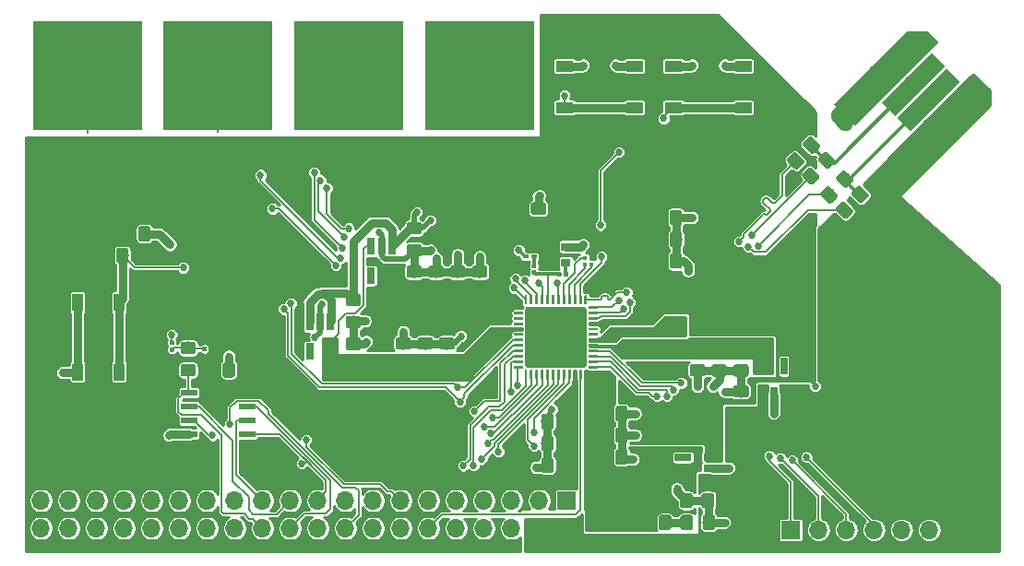
<source format=gtl>
G04 #@! TF.GenerationSoftware,KiCad,Pcbnew,(5.0.0)*
G04 #@! TF.CreationDate,2018-11-02T13:45:18+08:00*
G04 #@! TF.ProjectId,tomu-fpga,746F6D752D667067612E6B696361645F,rev?*
G04 #@! TF.SameCoordinates,Original*
G04 #@! TF.FileFunction,Copper,L1,Top,Signal*
G04 #@! TF.FilePolarity,Positive*
%FSLAX46Y46*%
G04 Gerber Fmt 4.6, Leading zero omitted, Abs format (unit mm)*
G04 Created by KiCad (PCBNEW (5.0.0)) date 11/02/18 13:45:18*
%MOMM*%
%LPD*%
G01*
G04 APERTURE LIST*
G04 #@! TA.AperFunction,SMDPad,CuDef*
%ADD10R,1.600000X1.000000*%
G04 #@! TD*
G04 #@! TA.AperFunction,ComponentPad*
%ADD11O,1.700000X1.700000*%
G04 #@! TD*
G04 #@! TA.AperFunction,ComponentPad*
%ADD12R,1.700000X1.700000*%
G04 #@! TD*
G04 #@! TA.AperFunction,SMDPad,CuDef*
%ADD13C,2.750000*%
G04 #@! TD*
G04 #@! TA.AperFunction,Conductor*
%ADD14C,0.100000*%
G04 #@! TD*
G04 #@! TA.AperFunction,SMDPad,CuDef*
%ADD15C,1.750000*%
G04 #@! TD*
G04 #@! TA.AperFunction,SMDPad,CuDef*
%ADD16C,0.945002*%
G04 #@! TD*
G04 #@! TA.AperFunction,SMDPad,CuDef*
%ADD17C,1.300000*%
G04 #@! TD*
G04 #@! TA.AperFunction,SMDPad,CuDef*
%ADD18R,0.900000X0.800000*%
G04 #@! TD*
G04 #@! TA.AperFunction,SMDPad,CuDef*
%ADD19C,1.150000*%
G04 #@! TD*
G04 #@! TA.AperFunction,SMDPad,CuDef*
%ADD20R,0.400000X0.400000*%
G04 #@! TD*
G04 #@! TA.AperFunction,SMDPad,CuDef*
%ADD21R,0.500000X0.300000*%
G04 #@! TD*
G04 #@! TA.AperFunction,SMDPad,CuDef*
%ADD22R,0.500000X0.350000*%
G04 #@! TD*
G04 #@! TA.AperFunction,SMDPad,CuDef*
%ADD23C,0.092278*%
G04 #@! TD*
G04 #@! TA.AperFunction,SMDPad,CuDef*
%ADD24R,0.370000X0.130000*%
G04 #@! TD*
G04 #@! TA.AperFunction,SMDPad,CuDef*
%ADD25C,5.600000*%
G04 #@! TD*
G04 #@! TA.AperFunction,SMDPad,CuDef*
%ADD26C,0.250000*%
G04 #@! TD*
G04 #@! TA.AperFunction,SMDPad,CuDef*
%ADD27C,0.400000*%
G04 #@! TD*
G04 #@! TA.AperFunction,SMDPad,CuDef*
%ADD28R,1.500000X0.600000*%
G04 #@! TD*
G04 #@! TA.AperFunction,SMDPad,CuDef*
%ADD29R,0.650000X1.560000*%
G04 #@! TD*
G04 #@! TA.AperFunction,SMDPad,CuDef*
%ADD30R,1.560000X0.650000*%
G04 #@! TD*
G04 #@! TA.AperFunction,SMDPad,CuDef*
%ADD31R,1.000000X1.600000*%
G04 #@! TD*
G04 #@! TA.AperFunction,SMDPad,CuDef*
%ADD32R,10.000000X10.000000*%
G04 #@! TD*
G04 #@! TA.AperFunction,ViaPad*
%ADD33C,0.685800*%
G04 #@! TD*
G04 #@! TA.AperFunction,Conductor*
%ADD34C,0.300000*%
G04 #@! TD*
G04 #@! TA.AperFunction,Conductor*
%ADD35C,0.800000*%
G04 #@! TD*
G04 #@! TA.AperFunction,Conductor*
%ADD36C,0.152400*%
G04 #@! TD*
G04 #@! TA.AperFunction,Conductor*
%ADD37C,0.500000*%
G04 #@! TD*
G04 #@! TA.AperFunction,Conductor*
%ADD38C,1.000000*%
G04 #@! TD*
G04 #@! TA.AperFunction,Conductor*
%ADD39C,0.200000*%
G04 #@! TD*
G04 #@! TA.AperFunction,Conductor*
%ADD40C,0.254000*%
G04 #@! TD*
G04 APERTURE END LIST*
D10*
G04 #@! TO.P,SW3,1*
G04 #@! TO.N,Net-(SW3-Pad1)*
X91200000Y-38900000D03*
G04 #@! TO.P,SW3,3*
G04 #@! TO.N,GND*
X91200000Y-35100000D03*
G04 #@! TO.P,SW3,2*
G04 #@! TO.N,Net-(SW3-Pad1)*
X84800000Y-38900000D03*
G04 #@! TO.P,SW3,4*
G04 #@! TO.N,GND*
X84800000Y-35100000D03*
G04 #@! TD*
D11*
G04 #@! TO.P,J3,6*
G04 #@! TO.N,+3V3*
X108260000Y-77700000D03*
G04 #@! TO.P,J3,5*
G04 #@! TO.N,GND*
X105720000Y-77700000D03*
G04 #@! TO.P,J3,4*
G04 #@! TO.N,/PMOD_4*
X103180000Y-77700000D03*
G04 #@! TO.P,J3,3*
G04 #@! TO.N,/PMOD_3*
X100640000Y-77700000D03*
G04 #@! TO.P,J3,2*
G04 #@! TO.N,/PMOD_2*
X98100000Y-77700000D03*
D12*
G04 #@! TO.P,J3,1*
G04 #@! TO.N,/PMOD_1*
X95560000Y-77700000D03*
G04 #@! TD*
D13*
G04 #@! TO.P,U9,1*
G04 #@! TO.N,+5V*
X108794113Y-41155635D03*
D14*
G04 #@! TD*
G04 #@! TO.N,+5V*
G04 #@! TO.C,U9*
G36*
X104463084Y-43542120D02*
X111180598Y-36824606D01*
X113125142Y-38769150D01*
X106407628Y-45486664D01*
X104463084Y-43542120D01*
X104463084Y-43542120D01*
G37*
D13*
G04 #@! TO.P,U9,4*
G04 #@! TO.N,GND*
X103844365Y-36205887D03*
D14*
G04 #@! TD*
G04 #@! TO.N,GND*
G04 #@! TO.C,U9*
G36*
X99513336Y-38592372D02*
X106230850Y-31874858D01*
X108175394Y-33819402D01*
X101457880Y-40536916D01*
X99513336Y-38592372D01*
X99513336Y-38592372D01*
G37*
D15*
G04 #@! TO.P,U9,3*
G04 #@! TO.N,Net-(R12-Pad2)*
X106814214Y-36771573D03*
D14*
G04 #@! TD*
G04 #@! TO.N,Net-(R12-Pad2)*
G04 #@! TO.C,U9*
G36*
X103929218Y-38419132D02*
X108461773Y-33886577D01*
X109699210Y-35124014D01*
X105166655Y-39656569D01*
X103929218Y-38419132D01*
X103929218Y-38419132D01*
G37*
D15*
G04 #@! TO.P,U9,2*
G04 #@! TO.N,Net-(R11-Pad2)*
X108228427Y-38185786D03*
D14*
G04 #@! TD*
G04 #@! TO.N,Net-(R11-Pad2)*
G04 #@! TO.C,U9*
G36*
X105343431Y-39833345D02*
X109875986Y-35300790D01*
X111113423Y-36538227D01*
X106580868Y-41070782D01*
X105343431Y-39833345D01*
X105343431Y-39833345D01*
G37*
D16*
G04 #@! TO.P,U9,1*
G04 #@! TO.N,+5V*
X112612489Y-37337258D03*
D14*
G04 #@! TD*
G04 #@! TO.N,+5V*
G04 #@! TO.C,U9*
G36*
X111180951Y-36824959D02*
X113071755Y-36877285D01*
X113072462Y-36877992D01*
X113124788Y-38768796D01*
X111180951Y-36824959D01*
X111180951Y-36824959D01*
G37*
D17*
G04 #@! TO.P,U9,1*
G04 #@! TO.N,+5V*
X112124585Y-36849355D03*
D14*
G04 #@! TD*
G04 #@! TO.N,+5V*
G04 #@! TO.C,U9*
G36*
X111178830Y-36822838D02*
X112098068Y-35903600D01*
X113070340Y-36875872D01*
X112151102Y-37795110D01*
X111178830Y-36822838D01*
X111178830Y-36822838D01*
G37*
D17*
G04 #@! TO.P,U9,4*
G04 #@! TO.N,GND*
X108157716Y-32882486D03*
D14*
G04 #@! TD*
G04 #@! TO.N,GND*
G04 #@! TO.C,U9*
G36*
X107211961Y-32855969D02*
X108131199Y-31936731D01*
X109103471Y-32909003D01*
X108184233Y-33828241D01*
X107211961Y-32855969D01*
X107211961Y-32855969D01*
G37*
D16*
G04 #@! TO.P,U9,4*
G04 #@! TO.N,GND*
X107662742Y-32387511D03*
D14*
G04 #@! TD*
G04 #@! TO.N,GND*
G04 #@! TO.C,U9*
G36*
X106231204Y-31875212D02*
X108122008Y-31927538D01*
X108122715Y-31928245D01*
X108175041Y-33819049D01*
X106231204Y-31875212D01*
X106231204Y-31875212D01*
G37*
D18*
G04 #@! TO.P,U7,3*
G04 #@! TO.N,Net-(R7-Pad1)*
X74925000Y-53125000D03*
G04 #@! TO.P,U7,2*
G04 #@! TO.N,GND*
X74925000Y-51675000D03*
G04 #@! TO.P,U7,1*
G04 #@! TO.N,+3V3*
X73075000Y-51675000D03*
G04 #@! TO.P,U7,4*
X73075000Y-53125000D03*
G04 #@! TD*
D14*
G04 #@! TO.N,+2V5*
G04 #@! TO.C,C27*
G36*
X78324505Y-66301204D02*
X78348773Y-66304804D01*
X78372572Y-66310765D01*
X78395671Y-66319030D01*
X78417850Y-66329520D01*
X78438893Y-66342132D01*
X78458599Y-66356747D01*
X78476777Y-66373223D01*
X78493253Y-66391401D01*
X78507868Y-66411107D01*
X78520480Y-66432150D01*
X78530970Y-66454329D01*
X78539235Y-66477428D01*
X78545196Y-66501227D01*
X78548796Y-66525495D01*
X78550000Y-66549999D01*
X78550000Y-67450001D01*
X78548796Y-67474505D01*
X78545196Y-67498773D01*
X78539235Y-67522572D01*
X78530970Y-67545671D01*
X78520480Y-67567850D01*
X78507868Y-67588893D01*
X78493253Y-67608599D01*
X78476777Y-67626777D01*
X78458599Y-67643253D01*
X78438893Y-67657868D01*
X78417850Y-67670480D01*
X78395671Y-67680970D01*
X78372572Y-67689235D01*
X78348773Y-67695196D01*
X78324505Y-67698796D01*
X78300001Y-67700000D01*
X77649999Y-67700000D01*
X77625495Y-67698796D01*
X77601227Y-67695196D01*
X77577428Y-67689235D01*
X77554329Y-67680970D01*
X77532150Y-67670480D01*
X77511107Y-67657868D01*
X77491401Y-67643253D01*
X77473223Y-67626777D01*
X77456747Y-67608599D01*
X77442132Y-67588893D01*
X77429520Y-67567850D01*
X77419030Y-67545671D01*
X77410765Y-67522572D01*
X77404804Y-67498773D01*
X77401204Y-67474505D01*
X77400000Y-67450001D01*
X77400000Y-66549999D01*
X77401204Y-66525495D01*
X77404804Y-66501227D01*
X77410765Y-66477428D01*
X77419030Y-66454329D01*
X77429520Y-66432150D01*
X77442132Y-66411107D01*
X77456747Y-66391401D01*
X77473223Y-66373223D01*
X77491401Y-66356747D01*
X77511107Y-66342132D01*
X77532150Y-66329520D01*
X77554329Y-66319030D01*
X77577428Y-66310765D01*
X77601227Y-66304804D01*
X77625495Y-66301204D01*
X77649999Y-66300000D01*
X78300001Y-66300000D01*
X78324505Y-66301204D01*
X78324505Y-66301204D01*
G37*
D19*
G04 #@! TD*
G04 #@! TO.P,C27,1*
G04 #@! TO.N,+2V5*
X77975000Y-67000000D03*
D14*
G04 #@! TO.N,GND*
G04 #@! TO.C,C27*
G36*
X80374505Y-66301204D02*
X80398773Y-66304804D01*
X80422572Y-66310765D01*
X80445671Y-66319030D01*
X80467850Y-66329520D01*
X80488893Y-66342132D01*
X80508599Y-66356747D01*
X80526777Y-66373223D01*
X80543253Y-66391401D01*
X80557868Y-66411107D01*
X80570480Y-66432150D01*
X80580970Y-66454329D01*
X80589235Y-66477428D01*
X80595196Y-66501227D01*
X80598796Y-66525495D01*
X80600000Y-66549999D01*
X80600000Y-67450001D01*
X80598796Y-67474505D01*
X80595196Y-67498773D01*
X80589235Y-67522572D01*
X80580970Y-67545671D01*
X80570480Y-67567850D01*
X80557868Y-67588893D01*
X80543253Y-67608599D01*
X80526777Y-67626777D01*
X80508599Y-67643253D01*
X80488893Y-67657868D01*
X80467850Y-67670480D01*
X80445671Y-67680970D01*
X80422572Y-67689235D01*
X80398773Y-67695196D01*
X80374505Y-67698796D01*
X80350001Y-67700000D01*
X79699999Y-67700000D01*
X79675495Y-67698796D01*
X79651227Y-67695196D01*
X79627428Y-67689235D01*
X79604329Y-67680970D01*
X79582150Y-67670480D01*
X79561107Y-67657868D01*
X79541401Y-67643253D01*
X79523223Y-67626777D01*
X79506747Y-67608599D01*
X79492132Y-67588893D01*
X79479520Y-67567850D01*
X79469030Y-67545671D01*
X79460765Y-67522572D01*
X79454804Y-67498773D01*
X79451204Y-67474505D01*
X79450000Y-67450001D01*
X79450000Y-66549999D01*
X79451204Y-66525495D01*
X79454804Y-66501227D01*
X79460765Y-66477428D01*
X79469030Y-66454329D01*
X79479520Y-66432150D01*
X79492132Y-66411107D01*
X79506747Y-66391401D01*
X79523223Y-66373223D01*
X79541401Y-66356747D01*
X79561107Y-66342132D01*
X79582150Y-66329520D01*
X79604329Y-66319030D01*
X79627428Y-66310765D01*
X79651227Y-66304804D01*
X79675495Y-66301204D01*
X79699999Y-66300000D01*
X80350001Y-66300000D01*
X80374505Y-66301204D01*
X80374505Y-66301204D01*
G37*
D19*
G04 #@! TD*
G04 #@! TO.P,C27,2*
G04 #@! TO.N,GND*
X80025000Y-67000000D03*
D14*
G04 #@! TO.N,GND*
G04 #@! TO.C,C26*
G36*
X85374505Y-50301204D02*
X85398773Y-50304804D01*
X85422572Y-50310765D01*
X85445671Y-50319030D01*
X85467850Y-50329520D01*
X85488893Y-50342132D01*
X85508599Y-50356747D01*
X85526777Y-50373223D01*
X85543253Y-50391401D01*
X85557868Y-50411107D01*
X85570480Y-50432150D01*
X85580970Y-50454329D01*
X85589235Y-50477428D01*
X85595196Y-50501227D01*
X85598796Y-50525495D01*
X85600000Y-50549999D01*
X85600000Y-51450001D01*
X85598796Y-51474505D01*
X85595196Y-51498773D01*
X85589235Y-51522572D01*
X85580970Y-51545671D01*
X85570480Y-51567850D01*
X85557868Y-51588893D01*
X85543253Y-51608599D01*
X85526777Y-51626777D01*
X85508599Y-51643253D01*
X85488893Y-51657868D01*
X85467850Y-51670480D01*
X85445671Y-51680970D01*
X85422572Y-51689235D01*
X85398773Y-51695196D01*
X85374505Y-51698796D01*
X85350001Y-51700000D01*
X84699999Y-51700000D01*
X84675495Y-51698796D01*
X84651227Y-51695196D01*
X84627428Y-51689235D01*
X84604329Y-51680970D01*
X84582150Y-51670480D01*
X84561107Y-51657868D01*
X84541401Y-51643253D01*
X84523223Y-51626777D01*
X84506747Y-51608599D01*
X84492132Y-51588893D01*
X84479520Y-51567850D01*
X84469030Y-51545671D01*
X84460765Y-51522572D01*
X84454804Y-51498773D01*
X84451204Y-51474505D01*
X84450000Y-51450001D01*
X84450000Y-50549999D01*
X84451204Y-50525495D01*
X84454804Y-50501227D01*
X84460765Y-50477428D01*
X84469030Y-50454329D01*
X84479520Y-50432150D01*
X84492132Y-50411107D01*
X84506747Y-50391401D01*
X84523223Y-50373223D01*
X84541401Y-50356747D01*
X84561107Y-50342132D01*
X84582150Y-50329520D01*
X84604329Y-50319030D01*
X84627428Y-50310765D01*
X84651227Y-50304804D01*
X84675495Y-50301204D01*
X84699999Y-50300000D01*
X85350001Y-50300000D01*
X85374505Y-50301204D01*
X85374505Y-50301204D01*
G37*
D19*
G04 #@! TD*
G04 #@! TO.P,C26,2*
G04 #@! TO.N,GND*
X85025000Y-51000000D03*
D14*
G04 #@! TO.N,+3V3*
G04 #@! TO.C,C26*
G36*
X83324505Y-50301204D02*
X83348773Y-50304804D01*
X83372572Y-50310765D01*
X83395671Y-50319030D01*
X83417850Y-50329520D01*
X83438893Y-50342132D01*
X83458599Y-50356747D01*
X83476777Y-50373223D01*
X83493253Y-50391401D01*
X83507868Y-50411107D01*
X83520480Y-50432150D01*
X83530970Y-50454329D01*
X83539235Y-50477428D01*
X83545196Y-50501227D01*
X83548796Y-50525495D01*
X83550000Y-50549999D01*
X83550000Y-51450001D01*
X83548796Y-51474505D01*
X83545196Y-51498773D01*
X83539235Y-51522572D01*
X83530970Y-51545671D01*
X83520480Y-51567850D01*
X83507868Y-51588893D01*
X83493253Y-51608599D01*
X83476777Y-51626777D01*
X83458599Y-51643253D01*
X83438893Y-51657868D01*
X83417850Y-51670480D01*
X83395671Y-51680970D01*
X83372572Y-51689235D01*
X83348773Y-51695196D01*
X83324505Y-51698796D01*
X83300001Y-51700000D01*
X82649999Y-51700000D01*
X82625495Y-51698796D01*
X82601227Y-51695196D01*
X82577428Y-51689235D01*
X82554329Y-51680970D01*
X82532150Y-51670480D01*
X82511107Y-51657868D01*
X82491401Y-51643253D01*
X82473223Y-51626777D01*
X82456747Y-51608599D01*
X82442132Y-51588893D01*
X82429520Y-51567850D01*
X82419030Y-51545671D01*
X82410765Y-51522572D01*
X82404804Y-51498773D01*
X82401204Y-51474505D01*
X82400000Y-51450001D01*
X82400000Y-50549999D01*
X82401204Y-50525495D01*
X82404804Y-50501227D01*
X82410765Y-50477428D01*
X82419030Y-50454329D01*
X82429520Y-50432150D01*
X82442132Y-50411107D01*
X82456747Y-50391401D01*
X82473223Y-50373223D01*
X82491401Y-50356747D01*
X82511107Y-50342132D01*
X82532150Y-50329520D01*
X82554329Y-50319030D01*
X82577428Y-50310765D01*
X82601227Y-50304804D01*
X82625495Y-50301204D01*
X82649999Y-50300000D01*
X83300001Y-50300000D01*
X83324505Y-50301204D01*
X83324505Y-50301204D01*
G37*
D19*
G04 #@! TD*
G04 #@! TO.P,C26,1*
G04 #@! TO.N,+3V3*
X82975000Y-51000000D03*
D14*
G04 #@! TO.N,+2V5*
G04 #@! TO.C,C25*
G36*
X78324505Y-68301204D02*
X78348773Y-68304804D01*
X78372572Y-68310765D01*
X78395671Y-68319030D01*
X78417850Y-68329520D01*
X78438893Y-68342132D01*
X78458599Y-68356747D01*
X78476777Y-68373223D01*
X78493253Y-68391401D01*
X78507868Y-68411107D01*
X78520480Y-68432150D01*
X78530970Y-68454329D01*
X78539235Y-68477428D01*
X78545196Y-68501227D01*
X78548796Y-68525495D01*
X78550000Y-68549999D01*
X78550000Y-69450001D01*
X78548796Y-69474505D01*
X78545196Y-69498773D01*
X78539235Y-69522572D01*
X78530970Y-69545671D01*
X78520480Y-69567850D01*
X78507868Y-69588893D01*
X78493253Y-69608599D01*
X78476777Y-69626777D01*
X78458599Y-69643253D01*
X78438893Y-69657868D01*
X78417850Y-69670480D01*
X78395671Y-69680970D01*
X78372572Y-69689235D01*
X78348773Y-69695196D01*
X78324505Y-69698796D01*
X78300001Y-69700000D01*
X77649999Y-69700000D01*
X77625495Y-69698796D01*
X77601227Y-69695196D01*
X77577428Y-69689235D01*
X77554329Y-69680970D01*
X77532150Y-69670480D01*
X77511107Y-69657868D01*
X77491401Y-69643253D01*
X77473223Y-69626777D01*
X77456747Y-69608599D01*
X77442132Y-69588893D01*
X77429520Y-69567850D01*
X77419030Y-69545671D01*
X77410765Y-69522572D01*
X77404804Y-69498773D01*
X77401204Y-69474505D01*
X77400000Y-69450001D01*
X77400000Y-68549999D01*
X77401204Y-68525495D01*
X77404804Y-68501227D01*
X77410765Y-68477428D01*
X77419030Y-68454329D01*
X77429520Y-68432150D01*
X77442132Y-68411107D01*
X77456747Y-68391401D01*
X77473223Y-68373223D01*
X77491401Y-68356747D01*
X77511107Y-68342132D01*
X77532150Y-68329520D01*
X77554329Y-68319030D01*
X77577428Y-68310765D01*
X77601227Y-68304804D01*
X77625495Y-68301204D01*
X77649999Y-68300000D01*
X78300001Y-68300000D01*
X78324505Y-68301204D01*
X78324505Y-68301204D01*
G37*
D19*
G04 #@! TD*
G04 #@! TO.P,C25,1*
G04 #@! TO.N,+2V5*
X77975000Y-69000000D03*
D14*
G04 #@! TO.N,GND*
G04 #@! TO.C,C25*
G36*
X80374505Y-68301204D02*
X80398773Y-68304804D01*
X80422572Y-68310765D01*
X80445671Y-68319030D01*
X80467850Y-68329520D01*
X80488893Y-68342132D01*
X80508599Y-68356747D01*
X80526777Y-68373223D01*
X80543253Y-68391401D01*
X80557868Y-68411107D01*
X80570480Y-68432150D01*
X80580970Y-68454329D01*
X80589235Y-68477428D01*
X80595196Y-68501227D01*
X80598796Y-68525495D01*
X80600000Y-68549999D01*
X80600000Y-69450001D01*
X80598796Y-69474505D01*
X80595196Y-69498773D01*
X80589235Y-69522572D01*
X80580970Y-69545671D01*
X80570480Y-69567850D01*
X80557868Y-69588893D01*
X80543253Y-69608599D01*
X80526777Y-69626777D01*
X80508599Y-69643253D01*
X80488893Y-69657868D01*
X80467850Y-69670480D01*
X80445671Y-69680970D01*
X80422572Y-69689235D01*
X80398773Y-69695196D01*
X80374505Y-69698796D01*
X80350001Y-69700000D01*
X79699999Y-69700000D01*
X79675495Y-69698796D01*
X79651227Y-69695196D01*
X79627428Y-69689235D01*
X79604329Y-69680970D01*
X79582150Y-69670480D01*
X79561107Y-69657868D01*
X79541401Y-69643253D01*
X79523223Y-69626777D01*
X79506747Y-69608599D01*
X79492132Y-69588893D01*
X79479520Y-69567850D01*
X79469030Y-69545671D01*
X79460765Y-69522572D01*
X79454804Y-69498773D01*
X79451204Y-69474505D01*
X79450000Y-69450001D01*
X79450000Y-68549999D01*
X79451204Y-68525495D01*
X79454804Y-68501227D01*
X79460765Y-68477428D01*
X79469030Y-68454329D01*
X79479520Y-68432150D01*
X79492132Y-68411107D01*
X79506747Y-68391401D01*
X79523223Y-68373223D01*
X79541401Y-68356747D01*
X79561107Y-68342132D01*
X79582150Y-68329520D01*
X79604329Y-68319030D01*
X79627428Y-68310765D01*
X79651227Y-68304804D01*
X79675495Y-68301204D01*
X79699999Y-68300000D01*
X80350001Y-68300000D01*
X80374505Y-68301204D01*
X80374505Y-68301204D01*
G37*
D19*
G04 #@! TD*
G04 #@! TO.P,C25,2*
G04 #@! TO.N,GND*
X80025000Y-69000000D03*
D14*
G04 #@! TO.N,GND*
G04 #@! TO.C,C24*
G36*
X85374505Y-48301204D02*
X85398773Y-48304804D01*
X85422572Y-48310765D01*
X85445671Y-48319030D01*
X85467850Y-48329520D01*
X85488893Y-48342132D01*
X85508599Y-48356747D01*
X85526777Y-48373223D01*
X85543253Y-48391401D01*
X85557868Y-48411107D01*
X85570480Y-48432150D01*
X85580970Y-48454329D01*
X85589235Y-48477428D01*
X85595196Y-48501227D01*
X85598796Y-48525495D01*
X85600000Y-48549999D01*
X85600000Y-49450001D01*
X85598796Y-49474505D01*
X85595196Y-49498773D01*
X85589235Y-49522572D01*
X85580970Y-49545671D01*
X85570480Y-49567850D01*
X85557868Y-49588893D01*
X85543253Y-49608599D01*
X85526777Y-49626777D01*
X85508599Y-49643253D01*
X85488893Y-49657868D01*
X85467850Y-49670480D01*
X85445671Y-49680970D01*
X85422572Y-49689235D01*
X85398773Y-49695196D01*
X85374505Y-49698796D01*
X85350001Y-49700000D01*
X84699999Y-49700000D01*
X84675495Y-49698796D01*
X84651227Y-49695196D01*
X84627428Y-49689235D01*
X84604329Y-49680970D01*
X84582150Y-49670480D01*
X84561107Y-49657868D01*
X84541401Y-49643253D01*
X84523223Y-49626777D01*
X84506747Y-49608599D01*
X84492132Y-49588893D01*
X84479520Y-49567850D01*
X84469030Y-49545671D01*
X84460765Y-49522572D01*
X84454804Y-49498773D01*
X84451204Y-49474505D01*
X84450000Y-49450001D01*
X84450000Y-48549999D01*
X84451204Y-48525495D01*
X84454804Y-48501227D01*
X84460765Y-48477428D01*
X84469030Y-48454329D01*
X84479520Y-48432150D01*
X84492132Y-48411107D01*
X84506747Y-48391401D01*
X84523223Y-48373223D01*
X84541401Y-48356747D01*
X84561107Y-48342132D01*
X84582150Y-48329520D01*
X84604329Y-48319030D01*
X84627428Y-48310765D01*
X84651227Y-48304804D01*
X84675495Y-48301204D01*
X84699999Y-48300000D01*
X85350001Y-48300000D01*
X85374505Y-48301204D01*
X85374505Y-48301204D01*
G37*
D19*
G04 #@! TD*
G04 #@! TO.P,C24,2*
G04 #@! TO.N,GND*
X85025000Y-49000000D03*
D14*
G04 #@! TO.N,+3V3*
G04 #@! TO.C,C24*
G36*
X83324505Y-48301204D02*
X83348773Y-48304804D01*
X83372572Y-48310765D01*
X83395671Y-48319030D01*
X83417850Y-48329520D01*
X83438893Y-48342132D01*
X83458599Y-48356747D01*
X83476777Y-48373223D01*
X83493253Y-48391401D01*
X83507868Y-48411107D01*
X83520480Y-48432150D01*
X83530970Y-48454329D01*
X83539235Y-48477428D01*
X83545196Y-48501227D01*
X83548796Y-48525495D01*
X83550000Y-48549999D01*
X83550000Y-49450001D01*
X83548796Y-49474505D01*
X83545196Y-49498773D01*
X83539235Y-49522572D01*
X83530970Y-49545671D01*
X83520480Y-49567850D01*
X83507868Y-49588893D01*
X83493253Y-49608599D01*
X83476777Y-49626777D01*
X83458599Y-49643253D01*
X83438893Y-49657868D01*
X83417850Y-49670480D01*
X83395671Y-49680970D01*
X83372572Y-49689235D01*
X83348773Y-49695196D01*
X83324505Y-49698796D01*
X83300001Y-49700000D01*
X82649999Y-49700000D01*
X82625495Y-49698796D01*
X82601227Y-49695196D01*
X82577428Y-49689235D01*
X82554329Y-49680970D01*
X82532150Y-49670480D01*
X82511107Y-49657868D01*
X82491401Y-49643253D01*
X82473223Y-49626777D01*
X82456747Y-49608599D01*
X82442132Y-49588893D01*
X82429520Y-49567850D01*
X82419030Y-49545671D01*
X82410765Y-49522572D01*
X82404804Y-49498773D01*
X82401204Y-49474505D01*
X82400000Y-49450001D01*
X82400000Y-48549999D01*
X82401204Y-48525495D01*
X82404804Y-48501227D01*
X82410765Y-48477428D01*
X82419030Y-48454329D01*
X82429520Y-48432150D01*
X82442132Y-48411107D01*
X82456747Y-48391401D01*
X82473223Y-48373223D01*
X82491401Y-48356747D01*
X82511107Y-48342132D01*
X82532150Y-48329520D01*
X82554329Y-48319030D01*
X82577428Y-48310765D01*
X82601227Y-48304804D01*
X82625495Y-48301204D01*
X82649999Y-48300000D01*
X83300001Y-48300000D01*
X83324505Y-48301204D01*
X83324505Y-48301204D01*
G37*
D19*
G04 #@! TD*
G04 #@! TO.P,C24,1*
G04 #@! TO.N,+3V3*
X82975000Y-49000000D03*
D14*
G04 #@! TO.N,/VCCPLL*
G04 #@! TO.C,C23*
G36*
X87474505Y-60401204D02*
X87498773Y-60404804D01*
X87522572Y-60410765D01*
X87545671Y-60419030D01*
X87567850Y-60429520D01*
X87588893Y-60442132D01*
X87608599Y-60456747D01*
X87626777Y-60473223D01*
X87643253Y-60491401D01*
X87657868Y-60511107D01*
X87670480Y-60532150D01*
X87680970Y-60554329D01*
X87689235Y-60577428D01*
X87695196Y-60601227D01*
X87698796Y-60625495D01*
X87700000Y-60649999D01*
X87700000Y-61300001D01*
X87698796Y-61324505D01*
X87695196Y-61348773D01*
X87689235Y-61372572D01*
X87680970Y-61395671D01*
X87670480Y-61417850D01*
X87657868Y-61438893D01*
X87643253Y-61458599D01*
X87626777Y-61476777D01*
X87608599Y-61493253D01*
X87588893Y-61507868D01*
X87567850Y-61520480D01*
X87545671Y-61530970D01*
X87522572Y-61539235D01*
X87498773Y-61545196D01*
X87474505Y-61548796D01*
X87450001Y-61550000D01*
X86549999Y-61550000D01*
X86525495Y-61548796D01*
X86501227Y-61545196D01*
X86477428Y-61539235D01*
X86454329Y-61530970D01*
X86432150Y-61520480D01*
X86411107Y-61507868D01*
X86391401Y-61493253D01*
X86373223Y-61476777D01*
X86356747Y-61458599D01*
X86342132Y-61438893D01*
X86329520Y-61417850D01*
X86319030Y-61395671D01*
X86310765Y-61372572D01*
X86304804Y-61348773D01*
X86301204Y-61324505D01*
X86300000Y-61300001D01*
X86300000Y-60649999D01*
X86301204Y-60625495D01*
X86304804Y-60601227D01*
X86310765Y-60577428D01*
X86319030Y-60554329D01*
X86329520Y-60532150D01*
X86342132Y-60511107D01*
X86356747Y-60491401D01*
X86373223Y-60473223D01*
X86391401Y-60456747D01*
X86411107Y-60442132D01*
X86432150Y-60429520D01*
X86454329Y-60419030D01*
X86477428Y-60410765D01*
X86501227Y-60404804D01*
X86525495Y-60401204D01*
X86549999Y-60400000D01*
X87450001Y-60400000D01*
X87474505Y-60401204D01*
X87474505Y-60401204D01*
G37*
D19*
G04 #@! TD*
G04 #@! TO.P,C23,1*
G04 #@! TO.N,/VCCPLL*
X87000000Y-60975000D03*
D14*
G04 #@! TO.N,GND*
G04 #@! TO.C,C23*
G36*
X87474505Y-62451204D02*
X87498773Y-62454804D01*
X87522572Y-62460765D01*
X87545671Y-62469030D01*
X87567850Y-62479520D01*
X87588893Y-62492132D01*
X87608599Y-62506747D01*
X87626777Y-62523223D01*
X87643253Y-62541401D01*
X87657868Y-62561107D01*
X87670480Y-62582150D01*
X87680970Y-62604329D01*
X87689235Y-62627428D01*
X87695196Y-62651227D01*
X87698796Y-62675495D01*
X87700000Y-62699999D01*
X87700000Y-63350001D01*
X87698796Y-63374505D01*
X87695196Y-63398773D01*
X87689235Y-63422572D01*
X87680970Y-63445671D01*
X87670480Y-63467850D01*
X87657868Y-63488893D01*
X87643253Y-63508599D01*
X87626777Y-63526777D01*
X87608599Y-63543253D01*
X87588893Y-63557868D01*
X87567850Y-63570480D01*
X87545671Y-63580970D01*
X87522572Y-63589235D01*
X87498773Y-63595196D01*
X87474505Y-63598796D01*
X87450001Y-63600000D01*
X86549999Y-63600000D01*
X86525495Y-63598796D01*
X86501227Y-63595196D01*
X86477428Y-63589235D01*
X86454329Y-63580970D01*
X86432150Y-63570480D01*
X86411107Y-63557868D01*
X86391401Y-63543253D01*
X86373223Y-63526777D01*
X86356747Y-63508599D01*
X86342132Y-63488893D01*
X86329520Y-63467850D01*
X86319030Y-63445671D01*
X86310765Y-63422572D01*
X86304804Y-63398773D01*
X86301204Y-63374505D01*
X86300000Y-63350001D01*
X86300000Y-62699999D01*
X86301204Y-62675495D01*
X86304804Y-62651227D01*
X86310765Y-62627428D01*
X86319030Y-62604329D01*
X86329520Y-62582150D01*
X86342132Y-62561107D01*
X86356747Y-62541401D01*
X86373223Y-62523223D01*
X86391401Y-62506747D01*
X86411107Y-62492132D01*
X86432150Y-62479520D01*
X86454329Y-62469030D01*
X86477428Y-62460765D01*
X86501227Y-62454804D01*
X86525495Y-62451204D01*
X86549999Y-62450000D01*
X87450001Y-62450000D01*
X87474505Y-62451204D01*
X87474505Y-62451204D01*
G37*
D19*
G04 #@! TD*
G04 #@! TO.P,C23,2*
G04 #@! TO.N,GND*
X87000000Y-63025000D03*
D14*
G04 #@! TO.N,/VCCPLL*
G04 #@! TO.C,C22*
G36*
X89474505Y-60426204D02*
X89498773Y-60429804D01*
X89522572Y-60435765D01*
X89545671Y-60444030D01*
X89567850Y-60454520D01*
X89588893Y-60467132D01*
X89608599Y-60481747D01*
X89626777Y-60498223D01*
X89643253Y-60516401D01*
X89657868Y-60536107D01*
X89670480Y-60557150D01*
X89680970Y-60579329D01*
X89689235Y-60602428D01*
X89695196Y-60626227D01*
X89698796Y-60650495D01*
X89700000Y-60674999D01*
X89700000Y-61325001D01*
X89698796Y-61349505D01*
X89695196Y-61373773D01*
X89689235Y-61397572D01*
X89680970Y-61420671D01*
X89670480Y-61442850D01*
X89657868Y-61463893D01*
X89643253Y-61483599D01*
X89626777Y-61501777D01*
X89608599Y-61518253D01*
X89588893Y-61532868D01*
X89567850Y-61545480D01*
X89545671Y-61555970D01*
X89522572Y-61564235D01*
X89498773Y-61570196D01*
X89474505Y-61573796D01*
X89450001Y-61575000D01*
X88549999Y-61575000D01*
X88525495Y-61573796D01*
X88501227Y-61570196D01*
X88477428Y-61564235D01*
X88454329Y-61555970D01*
X88432150Y-61545480D01*
X88411107Y-61532868D01*
X88391401Y-61518253D01*
X88373223Y-61501777D01*
X88356747Y-61483599D01*
X88342132Y-61463893D01*
X88329520Y-61442850D01*
X88319030Y-61420671D01*
X88310765Y-61397572D01*
X88304804Y-61373773D01*
X88301204Y-61349505D01*
X88300000Y-61325001D01*
X88300000Y-60674999D01*
X88301204Y-60650495D01*
X88304804Y-60626227D01*
X88310765Y-60602428D01*
X88319030Y-60579329D01*
X88329520Y-60557150D01*
X88342132Y-60536107D01*
X88356747Y-60516401D01*
X88373223Y-60498223D01*
X88391401Y-60481747D01*
X88411107Y-60467132D01*
X88432150Y-60454520D01*
X88454329Y-60444030D01*
X88477428Y-60435765D01*
X88501227Y-60429804D01*
X88525495Y-60426204D01*
X88549999Y-60425000D01*
X89450001Y-60425000D01*
X89474505Y-60426204D01*
X89474505Y-60426204D01*
G37*
D19*
G04 #@! TD*
G04 #@! TO.P,C22,2*
G04 #@! TO.N,/VCCPLL*
X89000000Y-61000000D03*
D14*
G04 #@! TO.N,GND*
G04 #@! TO.C,C22*
G36*
X89474505Y-62476204D02*
X89498773Y-62479804D01*
X89522572Y-62485765D01*
X89545671Y-62494030D01*
X89567850Y-62504520D01*
X89588893Y-62517132D01*
X89608599Y-62531747D01*
X89626777Y-62548223D01*
X89643253Y-62566401D01*
X89657868Y-62586107D01*
X89670480Y-62607150D01*
X89680970Y-62629329D01*
X89689235Y-62652428D01*
X89695196Y-62676227D01*
X89698796Y-62700495D01*
X89700000Y-62724999D01*
X89700000Y-63375001D01*
X89698796Y-63399505D01*
X89695196Y-63423773D01*
X89689235Y-63447572D01*
X89680970Y-63470671D01*
X89670480Y-63492850D01*
X89657868Y-63513893D01*
X89643253Y-63533599D01*
X89626777Y-63551777D01*
X89608599Y-63568253D01*
X89588893Y-63582868D01*
X89567850Y-63595480D01*
X89545671Y-63605970D01*
X89522572Y-63614235D01*
X89498773Y-63620196D01*
X89474505Y-63623796D01*
X89450001Y-63625000D01*
X88549999Y-63625000D01*
X88525495Y-63623796D01*
X88501227Y-63620196D01*
X88477428Y-63614235D01*
X88454329Y-63605970D01*
X88432150Y-63595480D01*
X88411107Y-63582868D01*
X88391401Y-63568253D01*
X88373223Y-63551777D01*
X88356747Y-63533599D01*
X88342132Y-63513893D01*
X88329520Y-63492850D01*
X88319030Y-63470671D01*
X88310765Y-63447572D01*
X88304804Y-63423773D01*
X88301204Y-63399505D01*
X88300000Y-63375001D01*
X88300000Y-62724999D01*
X88301204Y-62700495D01*
X88304804Y-62676227D01*
X88310765Y-62652428D01*
X88319030Y-62629329D01*
X88329520Y-62607150D01*
X88342132Y-62586107D01*
X88356747Y-62566401D01*
X88373223Y-62548223D01*
X88391401Y-62531747D01*
X88411107Y-62517132D01*
X88432150Y-62504520D01*
X88454329Y-62494030D01*
X88477428Y-62485765D01*
X88501227Y-62479804D01*
X88525495Y-62476204D01*
X88549999Y-62475000D01*
X89450001Y-62475000D01*
X89474505Y-62476204D01*
X89474505Y-62476204D01*
G37*
D19*
G04 #@! TD*
G04 #@! TO.P,C22,1*
G04 #@! TO.N,GND*
X89000000Y-63050000D03*
D14*
G04 #@! TO.N,+2V5*
G04 #@! TO.C,C21*
G36*
X78324505Y-70301204D02*
X78348773Y-70304804D01*
X78372572Y-70310765D01*
X78395671Y-70319030D01*
X78417850Y-70329520D01*
X78438893Y-70342132D01*
X78458599Y-70356747D01*
X78476777Y-70373223D01*
X78493253Y-70391401D01*
X78507868Y-70411107D01*
X78520480Y-70432150D01*
X78530970Y-70454329D01*
X78539235Y-70477428D01*
X78545196Y-70501227D01*
X78548796Y-70525495D01*
X78550000Y-70549999D01*
X78550000Y-71450001D01*
X78548796Y-71474505D01*
X78545196Y-71498773D01*
X78539235Y-71522572D01*
X78530970Y-71545671D01*
X78520480Y-71567850D01*
X78507868Y-71588893D01*
X78493253Y-71608599D01*
X78476777Y-71626777D01*
X78458599Y-71643253D01*
X78438893Y-71657868D01*
X78417850Y-71670480D01*
X78395671Y-71680970D01*
X78372572Y-71689235D01*
X78348773Y-71695196D01*
X78324505Y-71698796D01*
X78300001Y-71700000D01*
X77649999Y-71700000D01*
X77625495Y-71698796D01*
X77601227Y-71695196D01*
X77577428Y-71689235D01*
X77554329Y-71680970D01*
X77532150Y-71670480D01*
X77511107Y-71657868D01*
X77491401Y-71643253D01*
X77473223Y-71626777D01*
X77456747Y-71608599D01*
X77442132Y-71588893D01*
X77429520Y-71567850D01*
X77419030Y-71545671D01*
X77410765Y-71522572D01*
X77404804Y-71498773D01*
X77401204Y-71474505D01*
X77400000Y-71450001D01*
X77400000Y-70549999D01*
X77401204Y-70525495D01*
X77404804Y-70501227D01*
X77410765Y-70477428D01*
X77419030Y-70454329D01*
X77429520Y-70432150D01*
X77442132Y-70411107D01*
X77456747Y-70391401D01*
X77473223Y-70373223D01*
X77491401Y-70356747D01*
X77511107Y-70342132D01*
X77532150Y-70329520D01*
X77554329Y-70319030D01*
X77577428Y-70310765D01*
X77601227Y-70304804D01*
X77625495Y-70301204D01*
X77649999Y-70300000D01*
X78300001Y-70300000D01*
X78324505Y-70301204D01*
X78324505Y-70301204D01*
G37*
D19*
G04 #@! TD*
G04 #@! TO.P,C21,1*
G04 #@! TO.N,+2V5*
X77975000Y-71000000D03*
D14*
G04 #@! TO.N,GND*
G04 #@! TO.C,C21*
G36*
X80374505Y-70301204D02*
X80398773Y-70304804D01*
X80422572Y-70310765D01*
X80445671Y-70319030D01*
X80467850Y-70329520D01*
X80488893Y-70342132D01*
X80508599Y-70356747D01*
X80526777Y-70373223D01*
X80543253Y-70391401D01*
X80557868Y-70411107D01*
X80570480Y-70432150D01*
X80580970Y-70454329D01*
X80589235Y-70477428D01*
X80595196Y-70501227D01*
X80598796Y-70525495D01*
X80600000Y-70549999D01*
X80600000Y-71450001D01*
X80598796Y-71474505D01*
X80595196Y-71498773D01*
X80589235Y-71522572D01*
X80580970Y-71545671D01*
X80570480Y-71567850D01*
X80557868Y-71588893D01*
X80543253Y-71608599D01*
X80526777Y-71626777D01*
X80508599Y-71643253D01*
X80488893Y-71657868D01*
X80467850Y-71670480D01*
X80445671Y-71680970D01*
X80422572Y-71689235D01*
X80398773Y-71695196D01*
X80374505Y-71698796D01*
X80350001Y-71700000D01*
X79699999Y-71700000D01*
X79675495Y-71698796D01*
X79651227Y-71695196D01*
X79627428Y-71689235D01*
X79604329Y-71680970D01*
X79582150Y-71670480D01*
X79561107Y-71657868D01*
X79541401Y-71643253D01*
X79523223Y-71626777D01*
X79506747Y-71608599D01*
X79492132Y-71588893D01*
X79479520Y-71567850D01*
X79469030Y-71545671D01*
X79460765Y-71522572D01*
X79454804Y-71498773D01*
X79451204Y-71474505D01*
X79450000Y-71450001D01*
X79450000Y-70549999D01*
X79451204Y-70525495D01*
X79454804Y-70501227D01*
X79460765Y-70477428D01*
X79469030Y-70454329D01*
X79479520Y-70432150D01*
X79492132Y-70411107D01*
X79506747Y-70391401D01*
X79523223Y-70373223D01*
X79541401Y-70356747D01*
X79561107Y-70342132D01*
X79582150Y-70329520D01*
X79604329Y-70319030D01*
X79627428Y-70310765D01*
X79651227Y-70304804D01*
X79675495Y-70301204D01*
X79699999Y-70300000D01*
X80350001Y-70300000D01*
X80374505Y-70301204D01*
X80374505Y-70301204D01*
G37*
D19*
G04 #@! TD*
G04 #@! TO.P,C21,2*
G04 #@! TO.N,GND*
X80025000Y-71000000D03*
D14*
G04 #@! TO.N,GND*
G04 #@! TO.C,C20*
G36*
X64474505Y-60001204D02*
X64498773Y-60004804D01*
X64522572Y-60010765D01*
X64545671Y-60019030D01*
X64567850Y-60029520D01*
X64588893Y-60042132D01*
X64608599Y-60056747D01*
X64626777Y-60073223D01*
X64643253Y-60091401D01*
X64657868Y-60111107D01*
X64670480Y-60132150D01*
X64680970Y-60154329D01*
X64689235Y-60177428D01*
X64695196Y-60201227D01*
X64698796Y-60225495D01*
X64700000Y-60249999D01*
X64700000Y-60900001D01*
X64698796Y-60924505D01*
X64695196Y-60948773D01*
X64689235Y-60972572D01*
X64680970Y-60995671D01*
X64670480Y-61017850D01*
X64657868Y-61038893D01*
X64643253Y-61058599D01*
X64626777Y-61076777D01*
X64608599Y-61093253D01*
X64588893Y-61107868D01*
X64567850Y-61120480D01*
X64545671Y-61130970D01*
X64522572Y-61139235D01*
X64498773Y-61145196D01*
X64474505Y-61148796D01*
X64450001Y-61150000D01*
X63549999Y-61150000D01*
X63525495Y-61148796D01*
X63501227Y-61145196D01*
X63477428Y-61139235D01*
X63454329Y-61130970D01*
X63432150Y-61120480D01*
X63411107Y-61107868D01*
X63391401Y-61093253D01*
X63373223Y-61076777D01*
X63356747Y-61058599D01*
X63342132Y-61038893D01*
X63329520Y-61017850D01*
X63319030Y-60995671D01*
X63310765Y-60972572D01*
X63304804Y-60948773D01*
X63301204Y-60924505D01*
X63300000Y-60900001D01*
X63300000Y-60249999D01*
X63301204Y-60225495D01*
X63304804Y-60201227D01*
X63310765Y-60177428D01*
X63319030Y-60154329D01*
X63329520Y-60132150D01*
X63342132Y-60111107D01*
X63356747Y-60091401D01*
X63373223Y-60073223D01*
X63391401Y-60056747D01*
X63411107Y-60042132D01*
X63432150Y-60029520D01*
X63454329Y-60019030D01*
X63477428Y-60010765D01*
X63501227Y-60004804D01*
X63525495Y-60001204D01*
X63549999Y-60000000D01*
X64450001Y-60000000D01*
X64474505Y-60001204D01*
X64474505Y-60001204D01*
G37*
D19*
G04 #@! TD*
G04 #@! TO.P,C20,2*
G04 #@! TO.N,GND*
X64000000Y-60575000D03*
D14*
G04 #@! TO.N,+1V2*
G04 #@! TO.C,C20*
G36*
X64474505Y-62051204D02*
X64498773Y-62054804D01*
X64522572Y-62060765D01*
X64545671Y-62069030D01*
X64567850Y-62079520D01*
X64588893Y-62092132D01*
X64608599Y-62106747D01*
X64626777Y-62123223D01*
X64643253Y-62141401D01*
X64657868Y-62161107D01*
X64670480Y-62182150D01*
X64680970Y-62204329D01*
X64689235Y-62227428D01*
X64695196Y-62251227D01*
X64698796Y-62275495D01*
X64700000Y-62299999D01*
X64700000Y-62950001D01*
X64698796Y-62974505D01*
X64695196Y-62998773D01*
X64689235Y-63022572D01*
X64680970Y-63045671D01*
X64670480Y-63067850D01*
X64657868Y-63088893D01*
X64643253Y-63108599D01*
X64626777Y-63126777D01*
X64608599Y-63143253D01*
X64588893Y-63157868D01*
X64567850Y-63170480D01*
X64545671Y-63180970D01*
X64522572Y-63189235D01*
X64498773Y-63195196D01*
X64474505Y-63198796D01*
X64450001Y-63200000D01*
X63549999Y-63200000D01*
X63525495Y-63198796D01*
X63501227Y-63195196D01*
X63477428Y-63189235D01*
X63454329Y-63180970D01*
X63432150Y-63170480D01*
X63411107Y-63157868D01*
X63391401Y-63143253D01*
X63373223Y-63126777D01*
X63356747Y-63108599D01*
X63342132Y-63088893D01*
X63329520Y-63067850D01*
X63319030Y-63045671D01*
X63310765Y-63022572D01*
X63304804Y-62998773D01*
X63301204Y-62974505D01*
X63300000Y-62950001D01*
X63300000Y-62299999D01*
X63301204Y-62275495D01*
X63304804Y-62251227D01*
X63310765Y-62227428D01*
X63319030Y-62204329D01*
X63329520Y-62182150D01*
X63342132Y-62161107D01*
X63356747Y-62141401D01*
X63373223Y-62123223D01*
X63391401Y-62106747D01*
X63411107Y-62092132D01*
X63432150Y-62079520D01*
X63454329Y-62069030D01*
X63477428Y-62060765D01*
X63501227Y-62054804D01*
X63525495Y-62051204D01*
X63549999Y-62050000D01*
X64450001Y-62050000D01*
X64474505Y-62051204D01*
X64474505Y-62051204D01*
G37*
D19*
G04 #@! TD*
G04 #@! TO.P,C20,1*
G04 #@! TO.N,+1V2*
X64000000Y-62625000D03*
D14*
G04 #@! TO.N,/VCCPLL*
G04 #@! TO.C,C19*
G36*
X91474505Y-60426204D02*
X91498773Y-60429804D01*
X91522572Y-60435765D01*
X91545671Y-60444030D01*
X91567850Y-60454520D01*
X91588893Y-60467132D01*
X91608599Y-60481747D01*
X91626777Y-60498223D01*
X91643253Y-60516401D01*
X91657868Y-60536107D01*
X91670480Y-60557150D01*
X91680970Y-60579329D01*
X91689235Y-60602428D01*
X91695196Y-60626227D01*
X91698796Y-60650495D01*
X91700000Y-60674999D01*
X91700000Y-61325001D01*
X91698796Y-61349505D01*
X91695196Y-61373773D01*
X91689235Y-61397572D01*
X91680970Y-61420671D01*
X91670480Y-61442850D01*
X91657868Y-61463893D01*
X91643253Y-61483599D01*
X91626777Y-61501777D01*
X91608599Y-61518253D01*
X91588893Y-61532868D01*
X91567850Y-61545480D01*
X91545671Y-61555970D01*
X91522572Y-61564235D01*
X91498773Y-61570196D01*
X91474505Y-61573796D01*
X91450001Y-61575000D01*
X90549999Y-61575000D01*
X90525495Y-61573796D01*
X90501227Y-61570196D01*
X90477428Y-61564235D01*
X90454329Y-61555970D01*
X90432150Y-61545480D01*
X90411107Y-61532868D01*
X90391401Y-61518253D01*
X90373223Y-61501777D01*
X90356747Y-61483599D01*
X90342132Y-61463893D01*
X90329520Y-61442850D01*
X90319030Y-61420671D01*
X90310765Y-61397572D01*
X90304804Y-61373773D01*
X90301204Y-61349505D01*
X90300000Y-61325001D01*
X90300000Y-60674999D01*
X90301204Y-60650495D01*
X90304804Y-60626227D01*
X90310765Y-60602428D01*
X90319030Y-60579329D01*
X90329520Y-60557150D01*
X90342132Y-60536107D01*
X90356747Y-60516401D01*
X90373223Y-60498223D01*
X90391401Y-60481747D01*
X90411107Y-60467132D01*
X90432150Y-60454520D01*
X90454329Y-60444030D01*
X90477428Y-60435765D01*
X90501227Y-60429804D01*
X90525495Y-60426204D01*
X90549999Y-60425000D01*
X91450001Y-60425000D01*
X91474505Y-60426204D01*
X91474505Y-60426204D01*
G37*
D19*
G04 #@! TD*
G04 #@! TO.P,C19,1*
G04 #@! TO.N,/VCCPLL*
X91000000Y-61000000D03*
D14*
G04 #@! TO.N,GND*
G04 #@! TO.C,C19*
G36*
X91474505Y-62476204D02*
X91498773Y-62479804D01*
X91522572Y-62485765D01*
X91545671Y-62494030D01*
X91567850Y-62504520D01*
X91588893Y-62517132D01*
X91608599Y-62531747D01*
X91626777Y-62548223D01*
X91643253Y-62566401D01*
X91657868Y-62586107D01*
X91670480Y-62607150D01*
X91680970Y-62629329D01*
X91689235Y-62652428D01*
X91695196Y-62676227D01*
X91698796Y-62700495D01*
X91700000Y-62724999D01*
X91700000Y-63375001D01*
X91698796Y-63399505D01*
X91695196Y-63423773D01*
X91689235Y-63447572D01*
X91680970Y-63470671D01*
X91670480Y-63492850D01*
X91657868Y-63513893D01*
X91643253Y-63533599D01*
X91626777Y-63551777D01*
X91608599Y-63568253D01*
X91588893Y-63582868D01*
X91567850Y-63595480D01*
X91545671Y-63605970D01*
X91522572Y-63614235D01*
X91498773Y-63620196D01*
X91474505Y-63623796D01*
X91450001Y-63625000D01*
X90549999Y-63625000D01*
X90525495Y-63623796D01*
X90501227Y-63620196D01*
X90477428Y-63614235D01*
X90454329Y-63605970D01*
X90432150Y-63595480D01*
X90411107Y-63582868D01*
X90391401Y-63568253D01*
X90373223Y-63551777D01*
X90356747Y-63533599D01*
X90342132Y-63513893D01*
X90329520Y-63492850D01*
X90319030Y-63470671D01*
X90310765Y-63447572D01*
X90304804Y-63423773D01*
X90301204Y-63399505D01*
X90300000Y-63375001D01*
X90300000Y-62724999D01*
X90301204Y-62700495D01*
X90304804Y-62676227D01*
X90310765Y-62652428D01*
X90319030Y-62629329D01*
X90329520Y-62607150D01*
X90342132Y-62586107D01*
X90356747Y-62566401D01*
X90373223Y-62548223D01*
X90391401Y-62531747D01*
X90411107Y-62517132D01*
X90432150Y-62504520D01*
X90454329Y-62494030D01*
X90477428Y-62485765D01*
X90501227Y-62479804D01*
X90525495Y-62476204D01*
X90549999Y-62475000D01*
X91450001Y-62475000D01*
X91474505Y-62476204D01*
X91474505Y-62476204D01*
G37*
D19*
G04 #@! TD*
G04 #@! TO.P,C19,2*
G04 #@! TO.N,GND*
X91000000Y-63050000D03*
D14*
G04 #@! TO.N,GND*
G04 #@! TO.C,C18*
G36*
X62474505Y-60001204D02*
X62498773Y-60004804D01*
X62522572Y-60010765D01*
X62545671Y-60019030D01*
X62567850Y-60029520D01*
X62588893Y-60042132D01*
X62608599Y-60056747D01*
X62626777Y-60073223D01*
X62643253Y-60091401D01*
X62657868Y-60111107D01*
X62670480Y-60132150D01*
X62680970Y-60154329D01*
X62689235Y-60177428D01*
X62695196Y-60201227D01*
X62698796Y-60225495D01*
X62700000Y-60249999D01*
X62700000Y-60900001D01*
X62698796Y-60924505D01*
X62695196Y-60948773D01*
X62689235Y-60972572D01*
X62680970Y-60995671D01*
X62670480Y-61017850D01*
X62657868Y-61038893D01*
X62643253Y-61058599D01*
X62626777Y-61076777D01*
X62608599Y-61093253D01*
X62588893Y-61107868D01*
X62567850Y-61120480D01*
X62545671Y-61130970D01*
X62522572Y-61139235D01*
X62498773Y-61145196D01*
X62474505Y-61148796D01*
X62450001Y-61150000D01*
X61549999Y-61150000D01*
X61525495Y-61148796D01*
X61501227Y-61145196D01*
X61477428Y-61139235D01*
X61454329Y-61130970D01*
X61432150Y-61120480D01*
X61411107Y-61107868D01*
X61391401Y-61093253D01*
X61373223Y-61076777D01*
X61356747Y-61058599D01*
X61342132Y-61038893D01*
X61329520Y-61017850D01*
X61319030Y-60995671D01*
X61310765Y-60972572D01*
X61304804Y-60948773D01*
X61301204Y-60924505D01*
X61300000Y-60900001D01*
X61300000Y-60249999D01*
X61301204Y-60225495D01*
X61304804Y-60201227D01*
X61310765Y-60177428D01*
X61319030Y-60154329D01*
X61329520Y-60132150D01*
X61342132Y-60111107D01*
X61356747Y-60091401D01*
X61373223Y-60073223D01*
X61391401Y-60056747D01*
X61411107Y-60042132D01*
X61432150Y-60029520D01*
X61454329Y-60019030D01*
X61477428Y-60010765D01*
X61501227Y-60004804D01*
X61525495Y-60001204D01*
X61549999Y-60000000D01*
X62450001Y-60000000D01*
X62474505Y-60001204D01*
X62474505Y-60001204D01*
G37*
D19*
G04 #@! TD*
G04 #@! TO.P,C18,2*
G04 #@! TO.N,GND*
X62000000Y-60575000D03*
D14*
G04 #@! TO.N,+1V2*
G04 #@! TO.C,C18*
G36*
X62474505Y-62051204D02*
X62498773Y-62054804D01*
X62522572Y-62060765D01*
X62545671Y-62069030D01*
X62567850Y-62079520D01*
X62588893Y-62092132D01*
X62608599Y-62106747D01*
X62626777Y-62123223D01*
X62643253Y-62141401D01*
X62657868Y-62161107D01*
X62670480Y-62182150D01*
X62680970Y-62204329D01*
X62689235Y-62227428D01*
X62695196Y-62251227D01*
X62698796Y-62275495D01*
X62700000Y-62299999D01*
X62700000Y-62950001D01*
X62698796Y-62974505D01*
X62695196Y-62998773D01*
X62689235Y-63022572D01*
X62680970Y-63045671D01*
X62670480Y-63067850D01*
X62657868Y-63088893D01*
X62643253Y-63108599D01*
X62626777Y-63126777D01*
X62608599Y-63143253D01*
X62588893Y-63157868D01*
X62567850Y-63170480D01*
X62545671Y-63180970D01*
X62522572Y-63189235D01*
X62498773Y-63195196D01*
X62474505Y-63198796D01*
X62450001Y-63200000D01*
X61549999Y-63200000D01*
X61525495Y-63198796D01*
X61501227Y-63195196D01*
X61477428Y-63189235D01*
X61454329Y-63180970D01*
X61432150Y-63170480D01*
X61411107Y-63157868D01*
X61391401Y-63143253D01*
X61373223Y-63126777D01*
X61356747Y-63108599D01*
X61342132Y-63088893D01*
X61329520Y-63067850D01*
X61319030Y-63045671D01*
X61310765Y-63022572D01*
X61304804Y-62998773D01*
X61301204Y-62974505D01*
X61300000Y-62950001D01*
X61300000Y-62299999D01*
X61301204Y-62275495D01*
X61304804Y-62251227D01*
X61310765Y-62227428D01*
X61319030Y-62204329D01*
X61329520Y-62182150D01*
X61342132Y-62161107D01*
X61356747Y-62141401D01*
X61373223Y-62123223D01*
X61391401Y-62106747D01*
X61411107Y-62092132D01*
X61432150Y-62079520D01*
X61454329Y-62069030D01*
X61477428Y-62060765D01*
X61501227Y-62054804D01*
X61525495Y-62051204D01*
X61549999Y-62050000D01*
X62450001Y-62050000D01*
X62474505Y-62051204D01*
X62474505Y-62051204D01*
G37*
D19*
G04 #@! TD*
G04 #@! TO.P,C18,1*
G04 #@! TO.N,+1V2*
X62000000Y-62625000D03*
D14*
G04 #@! TO.N,+1V2*
G04 #@! TO.C,C17*
G36*
X60474505Y-62051204D02*
X60498773Y-62054804D01*
X60522572Y-62060765D01*
X60545671Y-62069030D01*
X60567850Y-62079520D01*
X60588893Y-62092132D01*
X60608599Y-62106747D01*
X60626777Y-62123223D01*
X60643253Y-62141401D01*
X60657868Y-62161107D01*
X60670480Y-62182150D01*
X60680970Y-62204329D01*
X60689235Y-62227428D01*
X60695196Y-62251227D01*
X60698796Y-62275495D01*
X60700000Y-62299999D01*
X60700000Y-62950001D01*
X60698796Y-62974505D01*
X60695196Y-62998773D01*
X60689235Y-63022572D01*
X60680970Y-63045671D01*
X60670480Y-63067850D01*
X60657868Y-63088893D01*
X60643253Y-63108599D01*
X60626777Y-63126777D01*
X60608599Y-63143253D01*
X60588893Y-63157868D01*
X60567850Y-63170480D01*
X60545671Y-63180970D01*
X60522572Y-63189235D01*
X60498773Y-63195196D01*
X60474505Y-63198796D01*
X60450001Y-63200000D01*
X59549999Y-63200000D01*
X59525495Y-63198796D01*
X59501227Y-63195196D01*
X59477428Y-63189235D01*
X59454329Y-63180970D01*
X59432150Y-63170480D01*
X59411107Y-63157868D01*
X59391401Y-63143253D01*
X59373223Y-63126777D01*
X59356747Y-63108599D01*
X59342132Y-63088893D01*
X59329520Y-63067850D01*
X59319030Y-63045671D01*
X59310765Y-63022572D01*
X59304804Y-62998773D01*
X59301204Y-62974505D01*
X59300000Y-62950001D01*
X59300000Y-62299999D01*
X59301204Y-62275495D01*
X59304804Y-62251227D01*
X59310765Y-62227428D01*
X59319030Y-62204329D01*
X59329520Y-62182150D01*
X59342132Y-62161107D01*
X59356747Y-62141401D01*
X59373223Y-62123223D01*
X59391401Y-62106747D01*
X59411107Y-62092132D01*
X59432150Y-62079520D01*
X59454329Y-62069030D01*
X59477428Y-62060765D01*
X59501227Y-62054804D01*
X59525495Y-62051204D01*
X59549999Y-62050000D01*
X60450001Y-62050000D01*
X60474505Y-62051204D01*
X60474505Y-62051204D01*
G37*
D19*
G04 #@! TD*
G04 #@! TO.P,C17,1*
G04 #@! TO.N,+1V2*
X60000000Y-62625000D03*
D14*
G04 #@! TO.N,GND*
G04 #@! TO.C,C17*
G36*
X60474505Y-60001204D02*
X60498773Y-60004804D01*
X60522572Y-60010765D01*
X60545671Y-60019030D01*
X60567850Y-60029520D01*
X60588893Y-60042132D01*
X60608599Y-60056747D01*
X60626777Y-60073223D01*
X60643253Y-60091401D01*
X60657868Y-60111107D01*
X60670480Y-60132150D01*
X60680970Y-60154329D01*
X60689235Y-60177428D01*
X60695196Y-60201227D01*
X60698796Y-60225495D01*
X60700000Y-60249999D01*
X60700000Y-60900001D01*
X60698796Y-60924505D01*
X60695196Y-60948773D01*
X60689235Y-60972572D01*
X60680970Y-60995671D01*
X60670480Y-61017850D01*
X60657868Y-61038893D01*
X60643253Y-61058599D01*
X60626777Y-61076777D01*
X60608599Y-61093253D01*
X60588893Y-61107868D01*
X60567850Y-61120480D01*
X60545671Y-61130970D01*
X60522572Y-61139235D01*
X60498773Y-61145196D01*
X60474505Y-61148796D01*
X60450001Y-61150000D01*
X59549999Y-61150000D01*
X59525495Y-61148796D01*
X59501227Y-61145196D01*
X59477428Y-61139235D01*
X59454329Y-61130970D01*
X59432150Y-61120480D01*
X59411107Y-61107868D01*
X59391401Y-61093253D01*
X59373223Y-61076777D01*
X59356747Y-61058599D01*
X59342132Y-61038893D01*
X59329520Y-61017850D01*
X59319030Y-60995671D01*
X59310765Y-60972572D01*
X59304804Y-60948773D01*
X59301204Y-60924505D01*
X59300000Y-60900001D01*
X59300000Y-60249999D01*
X59301204Y-60225495D01*
X59304804Y-60201227D01*
X59310765Y-60177428D01*
X59319030Y-60154329D01*
X59329520Y-60132150D01*
X59342132Y-60111107D01*
X59356747Y-60091401D01*
X59373223Y-60073223D01*
X59391401Y-60056747D01*
X59411107Y-60042132D01*
X59432150Y-60029520D01*
X59454329Y-60019030D01*
X59477428Y-60010765D01*
X59501227Y-60004804D01*
X59525495Y-60001204D01*
X59549999Y-60000000D01*
X60450001Y-60000000D01*
X60474505Y-60001204D01*
X60474505Y-60001204D01*
G37*
D19*
G04 #@! TD*
G04 #@! TO.P,C17,2*
G04 #@! TO.N,GND*
X60000000Y-60575000D03*
D14*
G04 #@! TO.N,GND*
G04 #@! TO.C,C16*
G36*
X91474505Y-64401204D02*
X91498773Y-64404804D01*
X91522572Y-64410765D01*
X91545671Y-64419030D01*
X91567850Y-64429520D01*
X91588893Y-64442132D01*
X91608599Y-64456747D01*
X91626777Y-64473223D01*
X91643253Y-64491401D01*
X91657868Y-64511107D01*
X91670480Y-64532150D01*
X91680970Y-64554329D01*
X91689235Y-64577428D01*
X91695196Y-64601227D01*
X91698796Y-64625495D01*
X91700000Y-64649999D01*
X91700000Y-65300001D01*
X91698796Y-65324505D01*
X91695196Y-65348773D01*
X91689235Y-65372572D01*
X91680970Y-65395671D01*
X91670480Y-65417850D01*
X91657868Y-65438893D01*
X91643253Y-65458599D01*
X91626777Y-65476777D01*
X91608599Y-65493253D01*
X91588893Y-65507868D01*
X91567850Y-65520480D01*
X91545671Y-65530970D01*
X91522572Y-65539235D01*
X91498773Y-65545196D01*
X91474505Y-65548796D01*
X91450001Y-65550000D01*
X90549999Y-65550000D01*
X90525495Y-65548796D01*
X90501227Y-65545196D01*
X90477428Y-65539235D01*
X90454329Y-65530970D01*
X90432150Y-65520480D01*
X90411107Y-65507868D01*
X90391401Y-65493253D01*
X90373223Y-65476777D01*
X90356747Y-65458599D01*
X90342132Y-65438893D01*
X90329520Y-65417850D01*
X90319030Y-65395671D01*
X90310765Y-65372572D01*
X90304804Y-65348773D01*
X90301204Y-65324505D01*
X90300000Y-65300001D01*
X90300000Y-64649999D01*
X90301204Y-64625495D01*
X90304804Y-64601227D01*
X90310765Y-64577428D01*
X90319030Y-64554329D01*
X90329520Y-64532150D01*
X90342132Y-64511107D01*
X90356747Y-64491401D01*
X90373223Y-64473223D01*
X90391401Y-64456747D01*
X90411107Y-64442132D01*
X90432150Y-64429520D01*
X90454329Y-64419030D01*
X90477428Y-64410765D01*
X90501227Y-64404804D01*
X90525495Y-64401204D01*
X90549999Y-64400000D01*
X91450001Y-64400000D01*
X91474505Y-64401204D01*
X91474505Y-64401204D01*
G37*
D19*
G04 #@! TD*
G04 #@! TO.P,C16,2*
G04 #@! TO.N,GND*
X91000000Y-64975000D03*
D14*
G04 #@! TO.N,+5V*
G04 #@! TO.C,C16*
G36*
X91474505Y-66451204D02*
X91498773Y-66454804D01*
X91522572Y-66460765D01*
X91545671Y-66469030D01*
X91567850Y-66479520D01*
X91588893Y-66492132D01*
X91608599Y-66506747D01*
X91626777Y-66523223D01*
X91643253Y-66541401D01*
X91657868Y-66561107D01*
X91670480Y-66582150D01*
X91680970Y-66604329D01*
X91689235Y-66627428D01*
X91695196Y-66651227D01*
X91698796Y-66675495D01*
X91700000Y-66699999D01*
X91700000Y-67350001D01*
X91698796Y-67374505D01*
X91695196Y-67398773D01*
X91689235Y-67422572D01*
X91680970Y-67445671D01*
X91670480Y-67467850D01*
X91657868Y-67488893D01*
X91643253Y-67508599D01*
X91626777Y-67526777D01*
X91608599Y-67543253D01*
X91588893Y-67557868D01*
X91567850Y-67570480D01*
X91545671Y-67580970D01*
X91522572Y-67589235D01*
X91498773Y-67595196D01*
X91474505Y-67598796D01*
X91450001Y-67600000D01*
X90549999Y-67600000D01*
X90525495Y-67598796D01*
X90501227Y-67595196D01*
X90477428Y-67589235D01*
X90454329Y-67580970D01*
X90432150Y-67570480D01*
X90411107Y-67557868D01*
X90391401Y-67543253D01*
X90373223Y-67526777D01*
X90356747Y-67508599D01*
X90342132Y-67488893D01*
X90329520Y-67467850D01*
X90319030Y-67445671D01*
X90310765Y-67422572D01*
X90304804Y-67398773D01*
X90301204Y-67374505D01*
X90300000Y-67350001D01*
X90300000Y-66699999D01*
X90301204Y-66675495D01*
X90304804Y-66651227D01*
X90310765Y-66627428D01*
X90319030Y-66604329D01*
X90329520Y-66582150D01*
X90342132Y-66561107D01*
X90356747Y-66541401D01*
X90373223Y-66523223D01*
X90391401Y-66506747D01*
X90411107Y-66492132D01*
X90432150Y-66479520D01*
X90454329Y-66469030D01*
X90477428Y-66460765D01*
X90501227Y-66454804D01*
X90525495Y-66451204D01*
X90549999Y-66450000D01*
X91450001Y-66450000D01*
X91474505Y-66451204D01*
X91474505Y-66451204D01*
G37*
D19*
G04 #@! TD*
G04 #@! TO.P,C16,1*
G04 #@! TO.N,+5V*
X91000000Y-67025000D03*
D14*
G04 #@! TO.N,+3V3*
G04 #@! TO.C,C14*
G36*
X65474505Y-55451204D02*
X65498773Y-55454804D01*
X65522572Y-55460765D01*
X65545671Y-55469030D01*
X65567850Y-55479520D01*
X65588893Y-55492132D01*
X65608599Y-55506747D01*
X65626777Y-55523223D01*
X65643253Y-55541401D01*
X65657868Y-55561107D01*
X65670480Y-55582150D01*
X65680970Y-55604329D01*
X65689235Y-55627428D01*
X65695196Y-55651227D01*
X65698796Y-55675495D01*
X65700000Y-55699999D01*
X65700000Y-56350001D01*
X65698796Y-56374505D01*
X65695196Y-56398773D01*
X65689235Y-56422572D01*
X65680970Y-56445671D01*
X65670480Y-56467850D01*
X65657868Y-56488893D01*
X65643253Y-56508599D01*
X65626777Y-56526777D01*
X65608599Y-56543253D01*
X65588893Y-56557868D01*
X65567850Y-56570480D01*
X65545671Y-56580970D01*
X65522572Y-56589235D01*
X65498773Y-56595196D01*
X65474505Y-56598796D01*
X65450001Y-56600000D01*
X64549999Y-56600000D01*
X64525495Y-56598796D01*
X64501227Y-56595196D01*
X64477428Y-56589235D01*
X64454329Y-56580970D01*
X64432150Y-56570480D01*
X64411107Y-56557868D01*
X64391401Y-56543253D01*
X64373223Y-56526777D01*
X64356747Y-56508599D01*
X64342132Y-56488893D01*
X64329520Y-56467850D01*
X64319030Y-56445671D01*
X64310765Y-56422572D01*
X64304804Y-56398773D01*
X64301204Y-56374505D01*
X64300000Y-56350001D01*
X64300000Y-55699999D01*
X64301204Y-55675495D01*
X64304804Y-55651227D01*
X64310765Y-55627428D01*
X64319030Y-55604329D01*
X64329520Y-55582150D01*
X64342132Y-55561107D01*
X64356747Y-55541401D01*
X64373223Y-55523223D01*
X64391401Y-55506747D01*
X64411107Y-55492132D01*
X64432150Y-55479520D01*
X64454329Y-55469030D01*
X64477428Y-55460765D01*
X64501227Y-55454804D01*
X64525495Y-55451204D01*
X64549999Y-55450000D01*
X65450001Y-55450000D01*
X65474505Y-55451204D01*
X65474505Y-55451204D01*
G37*
D19*
G04 #@! TD*
G04 #@! TO.P,C14,1*
G04 #@! TO.N,+3V3*
X65000000Y-56025000D03*
D14*
G04 #@! TO.N,GND*
G04 #@! TO.C,C14*
G36*
X65474505Y-53401204D02*
X65498773Y-53404804D01*
X65522572Y-53410765D01*
X65545671Y-53419030D01*
X65567850Y-53429520D01*
X65588893Y-53442132D01*
X65608599Y-53456747D01*
X65626777Y-53473223D01*
X65643253Y-53491401D01*
X65657868Y-53511107D01*
X65670480Y-53532150D01*
X65680970Y-53554329D01*
X65689235Y-53577428D01*
X65695196Y-53601227D01*
X65698796Y-53625495D01*
X65700000Y-53649999D01*
X65700000Y-54300001D01*
X65698796Y-54324505D01*
X65695196Y-54348773D01*
X65689235Y-54372572D01*
X65680970Y-54395671D01*
X65670480Y-54417850D01*
X65657868Y-54438893D01*
X65643253Y-54458599D01*
X65626777Y-54476777D01*
X65608599Y-54493253D01*
X65588893Y-54507868D01*
X65567850Y-54520480D01*
X65545671Y-54530970D01*
X65522572Y-54539235D01*
X65498773Y-54545196D01*
X65474505Y-54548796D01*
X65450001Y-54550000D01*
X64549999Y-54550000D01*
X64525495Y-54548796D01*
X64501227Y-54545196D01*
X64477428Y-54539235D01*
X64454329Y-54530970D01*
X64432150Y-54520480D01*
X64411107Y-54507868D01*
X64391401Y-54493253D01*
X64373223Y-54476777D01*
X64356747Y-54458599D01*
X64342132Y-54438893D01*
X64329520Y-54417850D01*
X64319030Y-54395671D01*
X64310765Y-54372572D01*
X64304804Y-54348773D01*
X64301204Y-54324505D01*
X64300000Y-54300001D01*
X64300000Y-53649999D01*
X64301204Y-53625495D01*
X64304804Y-53601227D01*
X64310765Y-53577428D01*
X64319030Y-53554329D01*
X64329520Y-53532150D01*
X64342132Y-53511107D01*
X64356747Y-53491401D01*
X64373223Y-53473223D01*
X64391401Y-53456747D01*
X64411107Y-53442132D01*
X64432150Y-53429520D01*
X64454329Y-53419030D01*
X64477428Y-53410765D01*
X64501227Y-53404804D01*
X64525495Y-53401204D01*
X64549999Y-53400000D01*
X65450001Y-53400000D01*
X65474505Y-53401204D01*
X65474505Y-53401204D01*
G37*
D19*
G04 #@! TD*
G04 #@! TO.P,C14,2*
G04 #@! TO.N,GND*
X65000000Y-53975000D03*
D14*
G04 #@! TO.N,GND*
G04 #@! TO.C,C15*
G36*
X67474505Y-53401204D02*
X67498773Y-53404804D01*
X67522572Y-53410765D01*
X67545671Y-53419030D01*
X67567850Y-53429520D01*
X67588893Y-53442132D01*
X67608599Y-53456747D01*
X67626777Y-53473223D01*
X67643253Y-53491401D01*
X67657868Y-53511107D01*
X67670480Y-53532150D01*
X67680970Y-53554329D01*
X67689235Y-53577428D01*
X67695196Y-53601227D01*
X67698796Y-53625495D01*
X67700000Y-53649999D01*
X67700000Y-54300001D01*
X67698796Y-54324505D01*
X67695196Y-54348773D01*
X67689235Y-54372572D01*
X67680970Y-54395671D01*
X67670480Y-54417850D01*
X67657868Y-54438893D01*
X67643253Y-54458599D01*
X67626777Y-54476777D01*
X67608599Y-54493253D01*
X67588893Y-54507868D01*
X67567850Y-54520480D01*
X67545671Y-54530970D01*
X67522572Y-54539235D01*
X67498773Y-54545196D01*
X67474505Y-54548796D01*
X67450001Y-54550000D01*
X66549999Y-54550000D01*
X66525495Y-54548796D01*
X66501227Y-54545196D01*
X66477428Y-54539235D01*
X66454329Y-54530970D01*
X66432150Y-54520480D01*
X66411107Y-54507868D01*
X66391401Y-54493253D01*
X66373223Y-54476777D01*
X66356747Y-54458599D01*
X66342132Y-54438893D01*
X66329520Y-54417850D01*
X66319030Y-54395671D01*
X66310765Y-54372572D01*
X66304804Y-54348773D01*
X66301204Y-54324505D01*
X66300000Y-54300001D01*
X66300000Y-53649999D01*
X66301204Y-53625495D01*
X66304804Y-53601227D01*
X66310765Y-53577428D01*
X66319030Y-53554329D01*
X66329520Y-53532150D01*
X66342132Y-53511107D01*
X66356747Y-53491401D01*
X66373223Y-53473223D01*
X66391401Y-53456747D01*
X66411107Y-53442132D01*
X66432150Y-53429520D01*
X66454329Y-53419030D01*
X66477428Y-53410765D01*
X66501227Y-53404804D01*
X66525495Y-53401204D01*
X66549999Y-53400000D01*
X67450001Y-53400000D01*
X67474505Y-53401204D01*
X67474505Y-53401204D01*
G37*
D19*
G04 #@! TD*
G04 #@! TO.P,C15,2*
G04 #@! TO.N,GND*
X67000000Y-53975000D03*
D14*
G04 #@! TO.N,+3V3*
G04 #@! TO.C,C15*
G36*
X67474505Y-55451204D02*
X67498773Y-55454804D01*
X67522572Y-55460765D01*
X67545671Y-55469030D01*
X67567850Y-55479520D01*
X67588893Y-55492132D01*
X67608599Y-55506747D01*
X67626777Y-55523223D01*
X67643253Y-55541401D01*
X67657868Y-55561107D01*
X67670480Y-55582150D01*
X67680970Y-55604329D01*
X67689235Y-55627428D01*
X67695196Y-55651227D01*
X67698796Y-55675495D01*
X67700000Y-55699999D01*
X67700000Y-56350001D01*
X67698796Y-56374505D01*
X67695196Y-56398773D01*
X67689235Y-56422572D01*
X67680970Y-56445671D01*
X67670480Y-56467850D01*
X67657868Y-56488893D01*
X67643253Y-56508599D01*
X67626777Y-56526777D01*
X67608599Y-56543253D01*
X67588893Y-56557868D01*
X67567850Y-56570480D01*
X67545671Y-56580970D01*
X67522572Y-56589235D01*
X67498773Y-56595196D01*
X67474505Y-56598796D01*
X67450001Y-56600000D01*
X66549999Y-56600000D01*
X66525495Y-56598796D01*
X66501227Y-56595196D01*
X66477428Y-56589235D01*
X66454329Y-56580970D01*
X66432150Y-56570480D01*
X66411107Y-56557868D01*
X66391401Y-56543253D01*
X66373223Y-56526777D01*
X66356747Y-56508599D01*
X66342132Y-56488893D01*
X66329520Y-56467850D01*
X66319030Y-56445671D01*
X66310765Y-56422572D01*
X66304804Y-56398773D01*
X66301204Y-56374505D01*
X66300000Y-56350001D01*
X66300000Y-55699999D01*
X66301204Y-55675495D01*
X66304804Y-55651227D01*
X66310765Y-55627428D01*
X66319030Y-55604329D01*
X66329520Y-55582150D01*
X66342132Y-55561107D01*
X66356747Y-55541401D01*
X66373223Y-55523223D01*
X66391401Y-55506747D01*
X66411107Y-55492132D01*
X66432150Y-55479520D01*
X66454329Y-55469030D01*
X66477428Y-55460765D01*
X66501227Y-55454804D01*
X66525495Y-55451204D01*
X66549999Y-55450000D01*
X67450001Y-55450000D01*
X67474505Y-55451204D01*
X67474505Y-55451204D01*
G37*
D19*
G04 #@! TD*
G04 #@! TO.P,C15,1*
G04 #@! TO.N,+3V3*
X67000000Y-56025000D03*
D14*
G04 #@! TO.N,+3V3*
G04 #@! TO.C,C13*
G36*
X63474505Y-55451204D02*
X63498773Y-55454804D01*
X63522572Y-55460765D01*
X63545671Y-55469030D01*
X63567850Y-55479520D01*
X63588893Y-55492132D01*
X63608599Y-55506747D01*
X63626777Y-55523223D01*
X63643253Y-55541401D01*
X63657868Y-55561107D01*
X63670480Y-55582150D01*
X63680970Y-55604329D01*
X63689235Y-55627428D01*
X63695196Y-55651227D01*
X63698796Y-55675495D01*
X63700000Y-55699999D01*
X63700000Y-56350001D01*
X63698796Y-56374505D01*
X63695196Y-56398773D01*
X63689235Y-56422572D01*
X63680970Y-56445671D01*
X63670480Y-56467850D01*
X63657868Y-56488893D01*
X63643253Y-56508599D01*
X63626777Y-56526777D01*
X63608599Y-56543253D01*
X63588893Y-56557868D01*
X63567850Y-56570480D01*
X63545671Y-56580970D01*
X63522572Y-56589235D01*
X63498773Y-56595196D01*
X63474505Y-56598796D01*
X63450001Y-56600000D01*
X62549999Y-56600000D01*
X62525495Y-56598796D01*
X62501227Y-56595196D01*
X62477428Y-56589235D01*
X62454329Y-56580970D01*
X62432150Y-56570480D01*
X62411107Y-56557868D01*
X62391401Y-56543253D01*
X62373223Y-56526777D01*
X62356747Y-56508599D01*
X62342132Y-56488893D01*
X62329520Y-56467850D01*
X62319030Y-56445671D01*
X62310765Y-56422572D01*
X62304804Y-56398773D01*
X62301204Y-56374505D01*
X62300000Y-56350001D01*
X62300000Y-55699999D01*
X62301204Y-55675495D01*
X62304804Y-55651227D01*
X62310765Y-55627428D01*
X62319030Y-55604329D01*
X62329520Y-55582150D01*
X62342132Y-55561107D01*
X62356747Y-55541401D01*
X62373223Y-55523223D01*
X62391401Y-55506747D01*
X62411107Y-55492132D01*
X62432150Y-55479520D01*
X62454329Y-55469030D01*
X62477428Y-55460765D01*
X62501227Y-55454804D01*
X62525495Y-55451204D01*
X62549999Y-55450000D01*
X63450001Y-55450000D01*
X63474505Y-55451204D01*
X63474505Y-55451204D01*
G37*
D19*
G04 #@! TD*
G04 #@! TO.P,C13,1*
G04 #@! TO.N,+3V3*
X63000000Y-56025000D03*
D14*
G04 #@! TO.N,GND*
G04 #@! TO.C,C13*
G36*
X63474505Y-53401204D02*
X63498773Y-53404804D01*
X63522572Y-53410765D01*
X63545671Y-53419030D01*
X63567850Y-53429520D01*
X63588893Y-53442132D01*
X63608599Y-53456747D01*
X63626777Y-53473223D01*
X63643253Y-53491401D01*
X63657868Y-53511107D01*
X63670480Y-53532150D01*
X63680970Y-53554329D01*
X63689235Y-53577428D01*
X63695196Y-53601227D01*
X63698796Y-53625495D01*
X63700000Y-53649999D01*
X63700000Y-54300001D01*
X63698796Y-54324505D01*
X63695196Y-54348773D01*
X63689235Y-54372572D01*
X63680970Y-54395671D01*
X63670480Y-54417850D01*
X63657868Y-54438893D01*
X63643253Y-54458599D01*
X63626777Y-54476777D01*
X63608599Y-54493253D01*
X63588893Y-54507868D01*
X63567850Y-54520480D01*
X63545671Y-54530970D01*
X63522572Y-54539235D01*
X63498773Y-54545196D01*
X63474505Y-54548796D01*
X63450001Y-54550000D01*
X62549999Y-54550000D01*
X62525495Y-54548796D01*
X62501227Y-54545196D01*
X62477428Y-54539235D01*
X62454329Y-54530970D01*
X62432150Y-54520480D01*
X62411107Y-54507868D01*
X62391401Y-54493253D01*
X62373223Y-54476777D01*
X62356747Y-54458599D01*
X62342132Y-54438893D01*
X62329520Y-54417850D01*
X62319030Y-54395671D01*
X62310765Y-54372572D01*
X62304804Y-54348773D01*
X62301204Y-54324505D01*
X62300000Y-54300001D01*
X62300000Y-53649999D01*
X62301204Y-53625495D01*
X62304804Y-53601227D01*
X62310765Y-53577428D01*
X62319030Y-53554329D01*
X62329520Y-53532150D01*
X62342132Y-53511107D01*
X62356747Y-53491401D01*
X62373223Y-53473223D01*
X62391401Y-53456747D01*
X62411107Y-53442132D01*
X62432150Y-53429520D01*
X62454329Y-53419030D01*
X62477428Y-53410765D01*
X62501227Y-53404804D01*
X62525495Y-53401204D01*
X62549999Y-53400000D01*
X63450001Y-53400000D01*
X63474505Y-53401204D01*
X63474505Y-53401204D01*
G37*
D19*
G04 #@! TD*
G04 #@! TO.P,C13,2*
G04 #@! TO.N,GND*
X63000000Y-53975000D03*
D14*
G04 #@! TO.N,+3V3*
G04 #@! TO.C,C11*
G36*
X72874505Y-49651204D02*
X72898773Y-49654804D01*
X72922572Y-49660765D01*
X72945671Y-49669030D01*
X72967850Y-49679520D01*
X72988893Y-49692132D01*
X73008599Y-49706747D01*
X73026777Y-49723223D01*
X73043253Y-49741401D01*
X73057868Y-49761107D01*
X73070480Y-49782150D01*
X73080970Y-49804329D01*
X73089235Y-49827428D01*
X73095196Y-49851227D01*
X73098796Y-49875495D01*
X73100000Y-49899999D01*
X73100000Y-50550001D01*
X73098796Y-50574505D01*
X73095196Y-50598773D01*
X73089235Y-50622572D01*
X73080970Y-50645671D01*
X73070480Y-50667850D01*
X73057868Y-50688893D01*
X73043253Y-50708599D01*
X73026777Y-50726777D01*
X73008599Y-50743253D01*
X72988893Y-50757868D01*
X72967850Y-50770480D01*
X72945671Y-50780970D01*
X72922572Y-50789235D01*
X72898773Y-50795196D01*
X72874505Y-50798796D01*
X72850001Y-50800000D01*
X71949999Y-50800000D01*
X71925495Y-50798796D01*
X71901227Y-50795196D01*
X71877428Y-50789235D01*
X71854329Y-50780970D01*
X71832150Y-50770480D01*
X71811107Y-50757868D01*
X71791401Y-50743253D01*
X71773223Y-50726777D01*
X71756747Y-50708599D01*
X71742132Y-50688893D01*
X71729520Y-50667850D01*
X71719030Y-50645671D01*
X71710765Y-50622572D01*
X71704804Y-50598773D01*
X71701204Y-50574505D01*
X71700000Y-50550001D01*
X71700000Y-49899999D01*
X71701204Y-49875495D01*
X71704804Y-49851227D01*
X71710765Y-49827428D01*
X71719030Y-49804329D01*
X71729520Y-49782150D01*
X71742132Y-49761107D01*
X71756747Y-49741401D01*
X71773223Y-49723223D01*
X71791401Y-49706747D01*
X71811107Y-49692132D01*
X71832150Y-49679520D01*
X71854329Y-49669030D01*
X71877428Y-49660765D01*
X71901227Y-49654804D01*
X71925495Y-49651204D01*
X71949999Y-49650000D01*
X72850001Y-49650000D01*
X72874505Y-49651204D01*
X72874505Y-49651204D01*
G37*
D19*
G04 #@! TD*
G04 #@! TO.P,C11,2*
G04 #@! TO.N,+3V3*
X72400000Y-50225000D03*
D14*
G04 #@! TO.N,GND*
G04 #@! TO.C,C11*
G36*
X72874505Y-47601204D02*
X72898773Y-47604804D01*
X72922572Y-47610765D01*
X72945671Y-47619030D01*
X72967850Y-47629520D01*
X72988893Y-47642132D01*
X73008599Y-47656747D01*
X73026777Y-47673223D01*
X73043253Y-47691401D01*
X73057868Y-47711107D01*
X73070480Y-47732150D01*
X73080970Y-47754329D01*
X73089235Y-47777428D01*
X73095196Y-47801227D01*
X73098796Y-47825495D01*
X73100000Y-47849999D01*
X73100000Y-48500001D01*
X73098796Y-48524505D01*
X73095196Y-48548773D01*
X73089235Y-48572572D01*
X73080970Y-48595671D01*
X73070480Y-48617850D01*
X73057868Y-48638893D01*
X73043253Y-48658599D01*
X73026777Y-48676777D01*
X73008599Y-48693253D01*
X72988893Y-48707868D01*
X72967850Y-48720480D01*
X72945671Y-48730970D01*
X72922572Y-48739235D01*
X72898773Y-48745196D01*
X72874505Y-48748796D01*
X72850001Y-48750000D01*
X71949999Y-48750000D01*
X71925495Y-48748796D01*
X71901227Y-48745196D01*
X71877428Y-48739235D01*
X71854329Y-48730970D01*
X71832150Y-48720480D01*
X71811107Y-48707868D01*
X71791401Y-48693253D01*
X71773223Y-48676777D01*
X71756747Y-48658599D01*
X71742132Y-48638893D01*
X71729520Y-48617850D01*
X71719030Y-48595671D01*
X71710765Y-48572572D01*
X71704804Y-48548773D01*
X71701204Y-48524505D01*
X71700000Y-48500001D01*
X71700000Y-47849999D01*
X71701204Y-47825495D01*
X71704804Y-47801227D01*
X71710765Y-47777428D01*
X71719030Y-47754329D01*
X71729520Y-47732150D01*
X71742132Y-47711107D01*
X71756747Y-47691401D01*
X71773223Y-47673223D01*
X71791401Y-47656747D01*
X71811107Y-47642132D01*
X71832150Y-47629520D01*
X71854329Y-47619030D01*
X71877428Y-47610765D01*
X71901227Y-47604804D01*
X71925495Y-47601204D01*
X71949999Y-47600000D01*
X72850001Y-47600000D01*
X72874505Y-47601204D01*
X72874505Y-47601204D01*
G37*
D19*
G04 #@! TD*
G04 #@! TO.P,C11,1*
G04 #@! TO.N,GND*
X72400000Y-48175000D03*
D14*
G04 #@! TO.N,+2V5*
G04 #@! TO.C,C10*
G36*
X84274505Y-74301204D02*
X84298773Y-74304804D01*
X84322572Y-74310765D01*
X84345671Y-74319030D01*
X84367850Y-74329520D01*
X84388893Y-74342132D01*
X84408599Y-74356747D01*
X84426777Y-74373223D01*
X84443253Y-74391401D01*
X84457868Y-74411107D01*
X84470480Y-74432150D01*
X84480970Y-74454329D01*
X84489235Y-74477428D01*
X84495196Y-74501227D01*
X84498796Y-74525495D01*
X84500000Y-74549999D01*
X84500000Y-75450001D01*
X84498796Y-75474505D01*
X84495196Y-75498773D01*
X84489235Y-75522572D01*
X84480970Y-75545671D01*
X84470480Y-75567850D01*
X84457868Y-75588893D01*
X84443253Y-75608599D01*
X84426777Y-75626777D01*
X84408599Y-75643253D01*
X84388893Y-75657868D01*
X84367850Y-75670480D01*
X84345671Y-75680970D01*
X84322572Y-75689235D01*
X84298773Y-75695196D01*
X84274505Y-75698796D01*
X84250001Y-75700000D01*
X83599999Y-75700000D01*
X83575495Y-75698796D01*
X83551227Y-75695196D01*
X83527428Y-75689235D01*
X83504329Y-75680970D01*
X83482150Y-75670480D01*
X83461107Y-75657868D01*
X83441401Y-75643253D01*
X83423223Y-75626777D01*
X83406747Y-75608599D01*
X83392132Y-75588893D01*
X83379520Y-75567850D01*
X83369030Y-75545671D01*
X83360765Y-75522572D01*
X83354804Y-75498773D01*
X83351204Y-75474505D01*
X83350000Y-75450001D01*
X83350000Y-74549999D01*
X83351204Y-74525495D01*
X83354804Y-74501227D01*
X83360765Y-74477428D01*
X83369030Y-74454329D01*
X83379520Y-74432150D01*
X83392132Y-74411107D01*
X83406747Y-74391401D01*
X83423223Y-74373223D01*
X83441401Y-74356747D01*
X83461107Y-74342132D01*
X83482150Y-74329520D01*
X83504329Y-74319030D01*
X83527428Y-74310765D01*
X83551227Y-74304804D01*
X83575495Y-74301204D01*
X83599999Y-74300000D01*
X84250001Y-74300000D01*
X84274505Y-74301204D01*
X84274505Y-74301204D01*
G37*
D19*
G04 #@! TD*
G04 #@! TO.P,C10,1*
G04 #@! TO.N,+2V5*
X83925000Y-75000000D03*
D14*
G04 #@! TO.N,GND*
G04 #@! TO.C,C10*
G36*
X86324505Y-74301204D02*
X86348773Y-74304804D01*
X86372572Y-74310765D01*
X86395671Y-74319030D01*
X86417850Y-74329520D01*
X86438893Y-74342132D01*
X86458599Y-74356747D01*
X86476777Y-74373223D01*
X86493253Y-74391401D01*
X86507868Y-74411107D01*
X86520480Y-74432150D01*
X86530970Y-74454329D01*
X86539235Y-74477428D01*
X86545196Y-74501227D01*
X86548796Y-74525495D01*
X86550000Y-74549999D01*
X86550000Y-75450001D01*
X86548796Y-75474505D01*
X86545196Y-75498773D01*
X86539235Y-75522572D01*
X86530970Y-75545671D01*
X86520480Y-75567850D01*
X86507868Y-75588893D01*
X86493253Y-75608599D01*
X86476777Y-75626777D01*
X86458599Y-75643253D01*
X86438893Y-75657868D01*
X86417850Y-75670480D01*
X86395671Y-75680970D01*
X86372572Y-75689235D01*
X86348773Y-75695196D01*
X86324505Y-75698796D01*
X86300001Y-75700000D01*
X85649999Y-75700000D01*
X85625495Y-75698796D01*
X85601227Y-75695196D01*
X85577428Y-75689235D01*
X85554329Y-75680970D01*
X85532150Y-75670480D01*
X85511107Y-75657868D01*
X85491401Y-75643253D01*
X85473223Y-75626777D01*
X85456747Y-75608599D01*
X85442132Y-75588893D01*
X85429520Y-75567850D01*
X85419030Y-75545671D01*
X85410765Y-75522572D01*
X85404804Y-75498773D01*
X85401204Y-75474505D01*
X85400000Y-75450001D01*
X85400000Y-74549999D01*
X85401204Y-74525495D01*
X85404804Y-74501227D01*
X85410765Y-74477428D01*
X85419030Y-74454329D01*
X85429520Y-74432150D01*
X85442132Y-74411107D01*
X85456747Y-74391401D01*
X85473223Y-74373223D01*
X85491401Y-74356747D01*
X85511107Y-74342132D01*
X85532150Y-74329520D01*
X85554329Y-74319030D01*
X85577428Y-74310765D01*
X85601227Y-74304804D01*
X85625495Y-74301204D01*
X85649999Y-74300000D01*
X86300001Y-74300000D01*
X86324505Y-74301204D01*
X86324505Y-74301204D01*
G37*
D19*
G04 #@! TD*
G04 #@! TO.P,C10,2*
G04 #@! TO.N,GND*
X85975000Y-75000000D03*
D14*
G04 #@! TO.N,GND*
G04 #@! TO.C,C9*
G36*
X61474505Y-53401204D02*
X61498773Y-53404804D01*
X61522572Y-53410765D01*
X61545671Y-53419030D01*
X61567850Y-53429520D01*
X61588893Y-53442132D01*
X61608599Y-53456747D01*
X61626777Y-53473223D01*
X61643253Y-53491401D01*
X61657868Y-53511107D01*
X61670480Y-53532150D01*
X61680970Y-53554329D01*
X61689235Y-53577428D01*
X61695196Y-53601227D01*
X61698796Y-53625495D01*
X61700000Y-53649999D01*
X61700000Y-54300001D01*
X61698796Y-54324505D01*
X61695196Y-54348773D01*
X61689235Y-54372572D01*
X61680970Y-54395671D01*
X61670480Y-54417850D01*
X61657868Y-54438893D01*
X61643253Y-54458599D01*
X61626777Y-54476777D01*
X61608599Y-54493253D01*
X61588893Y-54507868D01*
X61567850Y-54520480D01*
X61545671Y-54530970D01*
X61522572Y-54539235D01*
X61498773Y-54545196D01*
X61474505Y-54548796D01*
X61450001Y-54550000D01*
X60549999Y-54550000D01*
X60525495Y-54548796D01*
X60501227Y-54545196D01*
X60477428Y-54539235D01*
X60454329Y-54530970D01*
X60432150Y-54520480D01*
X60411107Y-54507868D01*
X60391401Y-54493253D01*
X60373223Y-54476777D01*
X60356747Y-54458599D01*
X60342132Y-54438893D01*
X60329520Y-54417850D01*
X60319030Y-54395671D01*
X60310765Y-54372572D01*
X60304804Y-54348773D01*
X60301204Y-54324505D01*
X60300000Y-54300001D01*
X60300000Y-53649999D01*
X60301204Y-53625495D01*
X60304804Y-53601227D01*
X60310765Y-53577428D01*
X60319030Y-53554329D01*
X60329520Y-53532150D01*
X60342132Y-53511107D01*
X60356747Y-53491401D01*
X60373223Y-53473223D01*
X60391401Y-53456747D01*
X60411107Y-53442132D01*
X60432150Y-53429520D01*
X60454329Y-53419030D01*
X60477428Y-53410765D01*
X60501227Y-53404804D01*
X60525495Y-53401204D01*
X60549999Y-53400000D01*
X61450001Y-53400000D01*
X61474505Y-53401204D01*
X61474505Y-53401204D01*
G37*
D19*
G04 #@! TD*
G04 #@! TO.P,C9,2*
G04 #@! TO.N,GND*
X61000000Y-53975000D03*
D14*
G04 #@! TO.N,+3V3*
G04 #@! TO.C,C9*
G36*
X61474505Y-55451204D02*
X61498773Y-55454804D01*
X61522572Y-55460765D01*
X61545671Y-55469030D01*
X61567850Y-55479520D01*
X61588893Y-55492132D01*
X61608599Y-55506747D01*
X61626777Y-55523223D01*
X61643253Y-55541401D01*
X61657868Y-55561107D01*
X61670480Y-55582150D01*
X61680970Y-55604329D01*
X61689235Y-55627428D01*
X61695196Y-55651227D01*
X61698796Y-55675495D01*
X61700000Y-55699999D01*
X61700000Y-56350001D01*
X61698796Y-56374505D01*
X61695196Y-56398773D01*
X61689235Y-56422572D01*
X61680970Y-56445671D01*
X61670480Y-56467850D01*
X61657868Y-56488893D01*
X61643253Y-56508599D01*
X61626777Y-56526777D01*
X61608599Y-56543253D01*
X61588893Y-56557868D01*
X61567850Y-56570480D01*
X61545671Y-56580970D01*
X61522572Y-56589235D01*
X61498773Y-56595196D01*
X61474505Y-56598796D01*
X61450001Y-56600000D01*
X60549999Y-56600000D01*
X60525495Y-56598796D01*
X60501227Y-56595196D01*
X60477428Y-56589235D01*
X60454329Y-56580970D01*
X60432150Y-56570480D01*
X60411107Y-56557868D01*
X60391401Y-56543253D01*
X60373223Y-56526777D01*
X60356747Y-56508599D01*
X60342132Y-56488893D01*
X60329520Y-56467850D01*
X60319030Y-56445671D01*
X60310765Y-56422572D01*
X60304804Y-56398773D01*
X60301204Y-56374505D01*
X60300000Y-56350001D01*
X60300000Y-55699999D01*
X60301204Y-55675495D01*
X60304804Y-55651227D01*
X60310765Y-55627428D01*
X60319030Y-55604329D01*
X60329520Y-55582150D01*
X60342132Y-55561107D01*
X60356747Y-55541401D01*
X60373223Y-55523223D01*
X60391401Y-55506747D01*
X60411107Y-55492132D01*
X60432150Y-55479520D01*
X60454329Y-55469030D01*
X60477428Y-55460765D01*
X60501227Y-55454804D01*
X60525495Y-55451204D01*
X60549999Y-55450000D01*
X61450001Y-55450000D01*
X61474505Y-55451204D01*
X61474505Y-55451204D01*
G37*
D19*
G04 #@! TD*
G04 #@! TO.P,C9,1*
G04 #@! TO.N,+3V3*
X61000000Y-56025000D03*
D14*
G04 #@! TO.N,+1V2*
G04 #@! TO.C,C8*
G36*
X55874505Y-62076204D02*
X55898773Y-62079804D01*
X55922572Y-62085765D01*
X55945671Y-62094030D01*
X55967850Y-62104520D01*
X55988893Y-62117132D01*
X56008599Y-62131747D01*
X56026777Y-62148223D01*
X56043253Y-62166401D01*
X56057868Y-62186107D01*
X56070480Y-62207150D01*
X56080970Y-62229329D01*
X56089235Y-62252428D01*
X56095196Y-62276227D01*
X56098796Y-62300495D01*
X56100000Y-62324999D01*
X56100000Y-62975001D01*
X56098796Y-62999505D01*
X56095196Y-63023773D01*
X56089235Y-63047572D01*
X56080970Y-63070671D01*
X56070480Y-63092850D01*
X56057868Y-63113893D01*
X56043253Y-63133599D01*
X56026777Y-63151777D01*
X56008599Y-63168253D01*
X55988893Y-63182868D01*
X55967850Y-63195480D01*
X55945671Y-63205970D01*
X55922572Y-63214235D01*
X55898773Y-63220196D01*
X55874505Y-63223796D01*
X55850001Y-63225000D01*
X54949999Y-63225000D01*
X54925495Y-63223796D01*
X54901227Y-63220196D01*
X54877428Y-63214235D01*
X54854329Y-63205970D01*
X54832150Y-63195480D01*
X54811107Y-63182868D01*
X54791401Y-63168253D01*
X54773223Y-63151777D01*
X54756747Y-63133599D01*
X54742132Y-63113893D01*
X54729520Y-63092850D01*
X54719030Y-63070671D01*
X54710765Y-63047572D01*
X54704804Y-63023773D01*
X54701204Y-62999505D01*
X54700000Y-62975001D01*
X54700000Y-62324999D01*
X54701204Y-62300495D01*
X54704804Y-62276227D01*
X54710765Y-62252428D01*
X54719030Y-62229329D01*
X54729520Y-62207150D01*
X54742132Y-62186107D01*
X54756747Y-62166401D01*
X54773223Y-62148223D01*
X54791401Y-62131747D01*
X54811107Y-62117132D01*
X54832150Y-62104520D01*
X54854329Y-62094030D01*
X54877428Y-62085765D01*
X54901227Y-62079804D01*
X54925495Y-62076204D01*
X54949999Y-62075000D01*
X55850001Y-62075000D01*
X55874505Y-62076204D01*
X55874505Y-62076204D01*
G37*
D19*
G04 #@! TD*
G04 #@! TO.P,C8,1*
G04 #@! TO.N,+1V2*
X55400000Y-62650000D03*
D14*
G04 #@! TO.N,GND*
G04 #@! TO.C,C8*
G36*
X55874505Y-60026204D02*
X55898773Y-60029804D01*
X55922572Y-60035765D01*
X55945671Y-60044030D01*
X55967850Y-60054520D01*
X55988893Y-60067132D01*
X56008599Y-60081747D01*
X56026777Y-60098223D01*
X56043253Y-60116401D01*
X56057868Y-60136107D01*
X56070480Y-60157150D01*
X56080970Y-60179329D01*
X56089235Y-60202428D01*
X56095196Y-60226227D01*
X56098796Y-60250495D01*
X56100000Y-60274999D01*
X56100000Y-60925001D01*
X56098796Y-60949505D01*
X56095196Y-60973773D01*
X56089235Y-60997572D01*
X56080970Y-61020671D01*
X56070480Y-61042850D01*
X56057868Y-61063893D01*
X56043253Y-61083599D01*
X56026777Y-61101777D01*
X56008599Y-61118253D01*
X55988893Y-61132868D01*
X55967850Y-61145480D01*
X55945671Y-61155970D01*
X55922572Y-61164235D01*
X55898773Y-61170196D01*
X55874505Y-61173796D01*
X55850001Y-61175000D01*
X54949999Y-61175000D01*
X54925495Y-61173796D01*
X54901227Y-61170196D01*
X54877428Y-61164235D01*
X54854329Y-61155970D01*
X54832150Y-61145480D01*
X54811107Y-61132868D01*
X54791401Y-61118253D01*
X54773223Y-61101777D01*
X54756747Y-61083599D01*
X54742132Y-61063893D01*
X54729520Y-61042850D01*
X54719030Y-61020671D01*
X54710765Y-60997572D01*
X54704804Y-60973773D01*
X54701204Y-60949505D01*
X54700000Y-60925001D01*
X54700000Y-60274999D01*
X54701204Y-60250495D01*
X54704804Y-60226227D01*
X54710765Y-60202428D01*
X54719030Y-60179329D01*
X54729520Y-60157150D01*
X54742132Y-60136107D01*
X54756747Y-60116401D01*
X54773223Y-60098223D01*
X54791401Y-60081747D01*
X54811107Y-60067132D01*
X54832150Y-60054520D01*
X54854329Y-60044030D01*
X54877428Y-60035765D01*
X54901227Y-60029804D01*
X54925495Y-60026204D01*
X54949999Y-60025000D01*
X55850001Y-60025000D01*
X55874505Y-60026204D01*
X55874505Y-60026204D01*
G37*
D19*
G04 #@! TD*
G04 #@! TO.P,C8,2*
G04 #@! TO.N,GND*
X55400000Y-60600000D03*
D14*
G04 #@! TO.N,GND*
G04 #@! TO.C,C7*
G36*
X73574505Y-71051204D02*
X73598773Y-71054804D01*
X73622572Y-71060765D01*
X73645671Y-71069030D01*
X73667850Y-71079520D01*
X73688893Y-71092132D01*
X73708599Y-71106747D01*
X73726777Y-71123223D01*
X73743253Y-71141401D01*
X73757868Y-71161107D01*
X73770480Y-71182150D01*
X73780970Y-71204329D01*
X73789235Y-71227428D01*
X73795196Y-71251227D01*
X73798796Y-71275495D01*
X73800000Y-71299999D01*
X73800000Y-72200001D01*
X73798796Y-72224505D01*
X73795196Y-72248773D01*
X73789235Y-72272572D01*
X73780970Y-72295671D01*
X73770480Y-72317850D01*
X73757868Y-72338893D01*
X73743253Y-72358599D01*
X73726777Y-72376777D01*
X73708599Y-72393253D01*
X73688893Y-72407868D01*
X73667850Y-72420480D01*
X73645671Y-72430970D01*
X73622572Y-72439235D01*
X73598773Y-72445196D01*
X73574505Y-72448796D01*
X73550001Y-72450000D01*
X72899999Y-72450000D01*
X72875495Y-72448796D01*
X72851227Y-72445196D01*
X72827428Y-72439235D01*
X72804329Y-72430970D01*
X72782150Y-72420480D01*
X72761107Y-72407868D01*
X72741401Y-72393253D01*
X72723223Y-72376777D01*
X72706747Y-72358599D01*
X72692132Y-72338893D01*
X72679520Y-72317850D01*
X72669030Y-72295671D01*
X72660765Y-72272572D01*
X72654804Y-72248773D01*
X72651204Y-72224505D01*
X72650000Y-72200001D01*
X72650000Y-71299999D01*
X72651204Y-71275495D01*
X72654804Y-71251227D01*
X72660765Y-71227428D01*
X72669030Y-71204329D01*
X72679520Y-71182150D01*
X72692132Y-71161107D01*
X72706747Y-71141401D01*
X72723223Y-71123223D01*
X72741401Y-71106747D01*
X72761107Y-71092132D01*
X72782150Y-71079520D01*
X72804329Y-71069030D01*
X72827428Y-71060765D01*
X72851227Y-71054804D01*
X72875495Y-71051204D01*
X72899999Y-71050000D01*
X73550001Y-71050000D01*
X73574505Y-71051204D01*
X73574505Y-71051204D01*
G37*
D19*
G04 #@! TD*
G04 #@! TO.P,C7,2*
G04 #@! TO.N,GND*
X73225000Y-71750000D03*
D14*
G04 #@! TO.N,+3V3*
G04 #@! TO.C,C7*
G36*
X75624505Y-71051204D02*
X75648773Y-71054804D01*
X75672572Y-71060765D01*
X75695671Y-71069030D01*
X75717850Y-71079520D01*
X75738893Y-71092132D01*
X75758599Y-71106747D01*
X75776777Y-71123223D01*
X75793253Y-71141401D01*
X75807868Y-71161107D01*
X75820480Y-71182150D01*
X75830970Y-71204329D01*
X75839235Y-71227428D01*
X75845196Y-71251227D01*
X75848796Y-71275495D01*
X75850000Y-71299999D01*
X75850000Y-72200001D01*
X75848796Y-72224505D01*
X75845196Y-72248773D01*
X75839235Y-72272572D01*
X75830970Y-72295671D01*
X75820480Y-72317850D01*
X75807868Y-72338893D01*
X75793253Y-72358599D01*
X75776777Y-72376777D01*
X75758599Y-72393253D01*
X75738893Y-72407868D01*
X75717850Y-72420480D01*
X75695671Y-72430970D01*
X75672572Y-72439235D01*
X75648773Y-72445196D01*
X75624505Y-72448796D01*
X75600001Y-72450000D01*
X74949999Y-72450000D01*
X74925495Y-72448796D01*
X74901227Y-72445196D01*
X74877428Y-72439235D01*
X74854329Y-72430970D01*
X74832150Y-72420480D01*
X74811107Y-72407868D01*
X74791401Y-72393253D01*
X74773223Y-72376777D01*
X74756747Y-72358599D01*
X74742132Y-72338893D01*
X74729520Y-72317850D01*
X74719030Y-72295671D01*
X74710765Y-72272572D01*
X74704804Y-72248773D01*
X74701204Y-72224505D01*
X74700000Y-72200001D01*
X74700000Y-71299999D01*
X74701204Y-71275495D01*
X74704804Y-71251227D01*
X74710765Y-71227428D01*
X74719030Y-71204329D01*
X74729520Y-71182150D01*
X74742132Y-71161107D01*
X74756747Y-71141401D01*
X74773223Y-71123223D01*
X74791401Y-71106747D01*
X74811107Y-71092132D01*
X74832150Y-71079520D01*
X74854329Y-71069030D01*
X74877428Y-71060765D01*
X74901227Y-71054804D01*
X74925495Y-71051204D01*
X74949999Y-71050000D01*
X75600001Y-71050000D01*
X75624505Y-71051204D01*
X75624505Y-71051204D01*
G37*
D19*
G04 #@! TD*
G04 #@! TO.P,C7,1*
G04 #@! TO.N,+3V3*
X75275000Y-71750000D03*
D14*
G04 #@! TO.N,+3V3*
G04 #@! TO.C,C6*
G36*
X75624505Y-69051204D02*
X75648773Y-69054804D01*
X75672572Y-69060765D01*
X75695671Y-69069030D01*
X75717850Y-69079520D01*
X75738893Y-69092132D01*
X75758599Y-69106747D01*
X75776777Y-69123223D01*
X75793253Y-69141401D01*
X75807868Y-69161107D01*
X75820480Y-69182150D01*
X75830970Y-69204329D01*
X75839235Y-69227428D01*
X75845196Y-69251227D01*
X75848796Y-69275495D01*
X75850000Y-69299999D01*
X75850000Y-70200001D01*
X75848796Y-70224505D01*
X75845196Y-70248773D01*
X75839235Y-70272572D01*
X75830970Y-70295671D01*
X75820480Y-70317850D01*
X75807868Y-70338893D01*
X75793253Y-70358599D01*
X75776777Y-70376777D01*
X75758599Y-70393253D01*
X75738893Y-70407868D01*
X75717850Y-70420480D01*
X75695671Y-70430970D01*
X75672572Y-70439235D01*
X75648773Y-70445196D01*
X75624505Y-70448796D01*
X75600001Y-70450000D01*
X74949999Y-70450000D01*
X74925495Y-70448796D01*
X74901227Y-70445196D01*
X74877428Y-70439235D01*
X74854329Y-70430970D01*
X74832150Y-70420480D01*
X74811107Y-70407868D01*
X74791401Y-70393253D01*
X74773223Y-70376777D01*
X74756747Y-70358599D01*
X74742132Y-70338893D01*
X74729520Y-70317850D01*
X74719030Y-70295671D01*
X74710765Y-70272572D01*
X74704804Y-70248773D01*
X74701204Y-70224505D01*
X74700000Y-70200001D01*
X74700000Y-69299999D01*
X74701204Y-69275495D01*
X74704804Y-69251227D01*
X74710765Y-69227428D01*
X74719030Y-69204329D01*
X74729520Y-69182150D01*
X74742132Y-69161107D01*
X74756747Y-69141401D01*
X74773223Y-69123223D01*
X74791401Y-69106747D01*
X74811107Y-69092132D01*
X74832150Y-69079520D01*
X74854329Y-69069030D01*
X74877428Y-69060765D01*
X74901227Y-69054804D01*
X74925495Y-69051204D01*
X74949999Y-69050000D01*
X75600001Y-69050000D01*
X75624505Y-69051204D01*
X75624505Y-69051204D01*
G37*
D19*
G04 #@! TD*
G04 #@! TO.P,C6,1*
G04 #@! TO.N,+3V3*
X75275000Y-69750000D03*
D14*
G04 #@! TO.N,GND*
G04 #@! TO.C,C6*
G36*
X73574505Y-69051204D02*
X73598773Y-69054804D01*
X73622572Y-69060765D01*
X73645671Y-69069030D01*
X73667850Y-69079520D01*
X73688893Y-69092132D01*
X73708599Y-69106747D01*
X73726777Y-69123223D01*
X73743253Y-69141401D01*
X73757868Y-69161107D01*
X73770480Y-69182150D01*
X73780970Y-69204329D01*
X73789235Y-69227428D01*
X73795196Y-69251227D01*
X73798796Y-69275495D01*
X73800000Y-69299999D01*
X73800000Y-70200001D01*
X73798796Y-70224505D01*
X73795196Y-70248773D01*
X73789235Y-70272572D01*
X73780970Y-70295671D01*
X73770480Y-70317850D01*
X73757868Y-70338893D01*
X73743253Y-70358599D01*
X73726777Y-70376777D01*
X73708599Y-70393253D01*
X73688893Y-70407868D01*
X73667850Y-70420480D01*
X73645671Y-70430970D01*
X73622572Y-70439235D01*
X73598773Y-70445196D01*
X73574505Y-70448796D01*
X73550001Y-70450000D01*
X72899999Y-70450000D01*
X72875495Y-70448796D01*
X72851227Y-70445196D01*
X72827428Y-70439235D01*
X72804329Y-70430970D01*
X72782150Y-70420480D01*
X72761107Y-70407868D01*
X72741401Y-70393253D01*
X72723223Y-70376777D01*
X72706747Y-70358599D01*
X72692132Y-70338893D01*
X72679520Y-70317850D01*
X72669030Y-70295671D01*
X72660765Y-70272572D01*
X72654804Y-70248773D01*
X72651204Y-70224505D01*
X72650000Y-70200001D01*
X72650000Y-69299999D01*
X72651204Y-69275495D01*
X72654804Y-69251227D01*
X72660765Y-69227428D01*
X72669030Y-69204329D01*
X72679520Y-69182150D01*
X72692132Y-69161107D01*
X72706747Y-69141401D01*
X72723223Y-69123223D01*
X72741401Y-69106747D01*
X72761107Y-69092132D01*
X72782150Y-69079520D01*
X72804329Y-69069030D01*
X72827428Y-69060765D01*
X72851227Y-69054804D01*
X72875495Y-69051204D01*
X72899999Y-69050000D01*
X73550001Y-69050000D01*
X73574505Y-69051204D01*
X73574505Y-69051204D01*
G37*
D19*
G04 #@! TD*
G04 #@! TO.P,C6,2*
G04 #@! TO.N,GND*
X73225000Y-69750000D03*
D14*
G04 #@! TO.N,GND*
G04 #@! TO.C,C5*
G36*
X73574505Y-67051204D02*
X73598773Y-67054804D01*
X73622572Y-67060765D01*
X73645671Y-67069030D01*
X73667850Y-67079520D01*
X73688893Y-67092132D01*
X73708599Y-67106747D01*
X73726777Y-67123223D01*
X73743253Y-67141401D01*
X73757868Y-67161107D01*
X73770480Y-67182150D01*
X73780970Y-67204329D01*
X73789235Y-67227428D01*
X73795196Y-67251227D01*
X73798796Y-67275495D01*
X73800000Y-67299999D01*
X73800000Y-68200001D01*
X73798796Y-68224505D01*
X73795196Y-68248773D01*
X73789235Y-68272572D01*
X73780970Y-68295671D01*
X73770480Y-68317850D01*
X73757868Y-68338893D01*
X73743253Y-68358599D01*
X73726777Y-68376777D01*
X73708599Y-68393253D01*
X73688893Y-68407868D01*
X73667850Y-68420480D01*
X73645671Y-68430970D01*
X73622572Y-68439235D01*
X73598773Y-68445196D01*
X73574505Y-68448796D01*
X73550001Y-68450000D01*
X72899999Y-68450000D01*
X72875495Y-68448796D01*
X72851227Y-68445196D01*
X72827428Y-68439235D01*
X72804329Y-68430970D01*
X72782150Y-68420480D01*
X72761107Y-68407868D01*
X72741401Y-68393253D01*
X72723223Y-68376777D01*
X72706747Y-68358599D01*
X72692132Y-68338893D01*
X72679520Y-68317850D01*
X72669030Y-68295671D01*
X72660765Y-68272572D01*
X72654804Y-68248773D01*
X72651204Y-68224505D01*
X72650000Y-68200001D01*
X72650000Y-67299999D01*
X72651204Y-67275495D01*
X72654804Y-67251227D01*
X72660765Y-67227428D01*
X72669030Y-67204329D01*
X72679520Y-67182150D01*
X72692132Y-67161107D01*
X72706747Y-67141401D01*
X72723223Y-67123223D01*
X72741401Y-67106747D01*
X72761107Y-67092132D01*
X72782150Y-67079520D01*
X72804329Y-67069030D01*
X72827428Y-67060765D01*
X72851227Y-67054804D01*
X72875495Y-67051204D01*
X72899999Y-67050000D01*
X73550001Y-67050000D01*
X73574505Y-67051204D01*
X73574505Y-67051204D01*
G37*
D19*
G04 #@! TD*
G04 #@! TO.P,C5,2*
G04 #@! TO.N,GND*
X73225000Y-67750000D03*
D14*
G04 #@! TO.N,+3V3*
G04 #@! TO.C,C5*
G36*
X75624505Y-67051204D02*
X75648773Y-67054804D01*
X75672572Y-67060765D01*
X75695671Y-67069030D01*
X75717850Y-67079520D01*
X75738893Y-67092132D01*
X75758599Y-67106747D01*
X75776777Y-67123223D01*
X75793253Y-67141401D01*
X75807868Y-67161107D01*
X75820480Y-67182150D01*
X75830970Y-67204329D01*
X75839235Y-67227428D01*
X75845196Y-67251227D01*
X75848796Y-67275495D01*
X75850000Y-67299999D01*
X75850000Y-68200001D01*
X75848796Y-68224505D01*
X75845196Y-68248773D01*
X75839235Y-68272572D01*
X75830970Y-68295671D01*
X75820480Y-68317850D01*
X75807868Y-68338893D01*
X75793253Y-68358599D01*
X75776777Y-68376777D01*
X75758599Y-68393253D01*
X75738893Y-68407868D01*
X75717850Y-68420480D01*
X75695671Y-68430970D01*
X75672572Y-68439235D01*
X75648773Y-68445196D01*
X75624505Y-68448796D01*
X75600001Y-68450000D01*
X74949999Y-68450000D01*
X74925495Y-68448796D01*
X74901227Y-68445196D01*
X74877428Y-68439235D01*
X74854329Y-68430970D01*
X74832150Y-68420480D01*
X74811107Y-68407868D01*
X74791401Y-68393253D01*
X74773223Y-68376777D01*
X74756747Y-68358599D01*
X74742132Y-68338893D01*
X74729520Y-68317850D01*
X74719030Y-68295671D01*
X74710765Y-68272572D01*
X74704804Y-68248773D01*
X74701204Y-68224505D01*
X74700000Y-68200001D01*
X74700000Y-67299999D01*
X74701204Y-67275495D01*
X74704804Y-67251227D01*
X74710765Y-67227428D01*
X74719030Y-67204329D01*
X74729520Y-67182150D01*
X74742132Y-67161107D01*
X74756747Y-67141401D01*
X74773223Y-67123223D01*
X74791401Y-67106747D01*
X74811107Y-67092132D01*
X74832150Y-67079520D01*
X74854329Y-67069030D01*
X74877428Y-67060765D01*
X74901227Y-67054804D01*
X74925495Y-67051204D01*
X74949999Y-67050000D01*
X75600001Y-67050000D01*
X75624505Y-67051204D01*
X75624505Y-67051204D01*
G37*
D19*
G04 #@! TD*
G04 #@! TO.P,C5,1*
G04 #@! TO.N,+3V3*
X75275000Y-67750000D03*
D14*
G04 #@! TO.N,+3V3*
G04 #@! TO.C,C4*
G36*
X46374505Y-62301204D02*
X46398773Y-62304804D01*
X46422572Y-62310765D01*
X46445671Y-62319030D01*
X46467850Y-62329520D01*
X46488893Y-62342132D01*
X46508599Y-62356747D01*
X46526777Y-62373223D01*
X46543253Y-62391401D01*
X46557868Y-62411107D01*
X46570480Y-62432150D01*
X46580970Y-62454329D01*
X46589235Y-62477428D01*
X46595196Y-62501227D01*
X46598796Y-62525495D01*
X46600000Y-62549999D01*
X46600000Y-63450001D01*
X46598796Y-63474505D01*
X46595196Y-63498773D01*
X46589235Y-63522572D01*
X46580970Y-63545671D01*
X46570480Y-63567850D01*
X46557868Y-63588893D01*
X46543253Y-63608599D01*
X46526777Y-63626777D01*
X46508599Y-63643253D01*
X46488893Y-63657868D01*
X46467850Y-63670480D01*
X46445671Y-63680970D01*
X46422572Y-63689235D01*
X46398773Y-63695196D01*
X46374505Y-63698796D01*
X46350001Y-63700000D01*
X45699999Y-63700000D01*
X45675495Y-63698796D01*
X45651227Y-63695196D01*
X45627428Y-63689235D01*
X45604329Y-63680970D01*
X45582150Y-63670480D01*
X45561107Y-63657868D01*
X45541401Y-63643253D01*
X45523223Y-63626777D01*
X45506747Y-63608599D01*
X45492132Y-63588893D01*
X45479520Y-63567850D01*
X45469030Y-63545671D01*
X45460765Y-63522572D01*
X45454804Y-63498773D01*
X45451204Y-63474505D01*
X45450000Y-63450001D01*
X45450000Y-62549999D01*
X45451204Y-62525495D01*
X45454804Y-62501227D01*
X45460765Y-62477428D01*
X45469030Y-62454329D01*
X45479520Y-62432150D01*
X45492132Y-62411107D01*
X45506747Y-62391401D01*
X45523223Y-62373223D01*
X45541401Y-62356747D01*
X45561107Y-62342132D01*
X45582150Y-62329520D01*
X45604329Y-62319030D01*
X45627428Y-62310765D01*
X45651227Y-62304804D01*
X45675495Y-62301204D01*
X45699999Y-62300000D01*
X46350001Y-62300000D01*
X46374505Y-62301204D01*
X46374505Y-62301204D01*
G37*
D19*
G04 #@! TD*
G04 #@! TO.P,C4,1*
G04 #@! TO.N,+3V3*
X46025000Y-63000000D03*
D14*
G04 #@! TO.N,GND*
G04 #@! TO.C,C4*
G36*
X44324505Y-62301204D02*
X44348773Y-62304804D01*
X44372572Y-62310765D01*
X44395671Y-62319030D01*
X44417850Y-62329520D01*
X44438893Y-62342132D01*
X44458599Y-62356747D01*
X44476777Y-62373223D01*
X44493253Y-62391401D01*
X44507868Y-62411107D01*
X44520480Y-62432150D01*
X44530970Y-62454329D01*
X44539235Y-62477428D01*
X44545196Y-62501227D01*
X44548796Y-62525495D01*
X44550000Y-62549999D01*
X44550000Y-63450001D01*
X44548796Y-63474505D01*
X44545196Y-63498773D01*
X44539235Y-63522572D01*
X44530970Y-63545671D01*
X44520480Y-63567850D01*
X44507868Y-63588893D01*
X44493253Y-63608599D01*
X44476777Y-63626777D01*
X44458599Y-63643253D01*
X44438893Y-63657868D01*
X44417850Y-63670480D01*
X44395671Y-63680970D01*
X44372572Y-63689235D01*
X44348773Y-63695196D01*
X44324505Y-63698796D01*
X44300001Y-63700000D01*
X43649999Y-63700000D01*
X43625495Y-63698796D01*
X43601227Y-63695196D01*
X43577428Y-63689235D01*
X43554329Y-63680970D01*
X43532150Y-63670480D01*
X43511107Y-63657868D01*
X43491401Y-63643253D01*
X43473223Y-63626777D01*
X43456747Y-63608599D01*
X43442132Y-63588893D01*
X43429520Y-63567850D01*
X43419030Y-63545671D01*
X43410765Y-63522572D01*
X43404804Y-63498773D01*
X43401204Y-63474505D01*
X43400000Y-63450001D01*
X43400000Y-62549999D01*
X43401204Y-62525495D01*
X43404804Y-62501227D01*
X43410765Y-62477428D01*
X43419030Y-62454329D01*
X43429520Y-62432150D01*
X43442132Y-62411107D01*
X43456747Y-62391401D01*
X43473223Y-62373223D01*
X43491401Y-62356747D01*
X43511107Y-62342132D01*
X43532150Y-62329520D01*
X43554329Y-62319030D01*
X43577428Y-62310765D01*
X43601227Y-62304804D01*
X43625495Y-62301204D01*
X43649999Y-62300000D01*
X44300001Y-62300000D01*
X44324505Y-62301204D01*
X44324505Y-62301204D01*
G37*
D19*
G04 #@! TD*
G04 #@! TO.P,C4,2*
G04 #@! TO.N,GND*
X43975000Y-63000000D03*
D14*
G04 #@! TO.N,GND*
G04 #@! TO.C,C3*
G36*
X88299505Y-74301204D02*
X88323773Y-74304804D01*
X88347572Y-74310765D01*
X88370671Y-74319030D01*
X88392850Y-74329520D01*
X88413893Y-74342132D01*
X88433599Y-74356747D01*
X88451777Y-74373223D01*
X88468253Y-74391401D01*
X88482868Y-74411107D01*
X88495480Y-74432150D01*
X88505970Y-74454329D01*
X88514235Y-74477428D01*
X88520196Y-74501227D01*
X88523796Y-74525495D01*
X88525000Y-74549999D01*
X88525000Y-75450001D01*
X88523796Y-75474505D01*
X88520196Y-75498773D01*
X88514235Y-75522572D01*
X88505970Y-75545671D01*
X88495480Y-75567850D01*
X88482868Y-75588893D01*
X88468253Y-75608599D01*
X88451777Y-75626777D01*
X88433599Y-75643253D01*
X88413893Y-75657868D01*
X88392850Y-75670480D01*
X88370671Y-75680970D01*
X88347572Y-75689235D01*
X88323773Y-75695196D01*
X88299505Y-75698796D01*
X88275001Y-75700000D01*
X87624999Y-75700000D01*
X87600495Y-75698796D01*
X87576227Y-75695196D01*
X87552428Y-75689235D01*
X87529329Y-75680970D01*
X87507150Y-75670480D01*
X87486107Y-75657868D01*
X87466401Y-75643253D01*
X87448223Y-75626777D01*
X87431747Y-75608599D01*
X87417132Y-75588893D01*
X87404520Y-75567850D01*
X87394030Y-75545671D01*
X87385765Y-75522572D01*
X87379804Y-75498773D01*
X87376204Y-75474505D01*
X87375000Y-75450001D01*
X87375000Y-74549999D01*
X87376204Y-74525495D01*
X87379804Y-74501227D01*
X87385765Y-74477428D01*
X87394030Y-74454329D01*
X87404520Y-74432150D01*
X87417132Y-74411107D01*
X87431747Y-74391401D01*
X87448223Y-74373223D01*
X87466401Y-74356747D01*
X87486107Y-74342132D01*
X87507150Y-74329520D01*
X87529329Y-74319030D01*
X87552428Y-74310765D01*
X87576227Y-74304804D01*
X87600495Y-74301204D01*
X87624999Y-74300000D01*
X88275001Y-74300000D01*
X88299505Y-74301204D01*
X88299505Y-74301204D01*
G37*
D19*
G04 #@! TD*
G04 #@! TO.P,C3,2*
G04 #@! TO.N,GND*
X87950000Y-75000000D03*
D14*
G04 #@! TO.N,+5V*
G04 #@! TO.C,C3*
G36*
X90349505Y-74301204D02*
X90373773Y-74304804D01*
X90397572Y-74310765D01*
X90420671Y-74319030D01*
X90442850Y-74329520D01*
X90463893Y-74342132D01*
X90483599Y-74356747D01*
X90501777Y-74373223D01*
X90518253Y-74391401D01*
X90532868Y-74411107D01*
X90545480Y-74432150D01*
X90555970Y-74454329D01*
X90564235Y-74477428D01*
X90570196Y-74501227D01*
X90573796Y-74525495D01*
X90575000Y-74549999D01*
X90575000Y-75450001D01*
X90573796Y-75474505D01*
X90570196Y-75498773D01*
X90564235Y-75522572D01*
X90555970Y-75545671D01*
X90545480Y-75567850D01*
X90532868Y-75588893D01*
X90518253Y-75608599D01*
X90501777Y-75626777D01*
X90483599Y-75643253D01*
X90463893Y-75657868D01*
X90442850Y-75670480D01*
X90420671Y-75680970D01*
X90397572Y-75689235D01*
X90373773Y-75695196D01*
X90349505Y-75698796D01*
X90325001Y-75700000D01*
X89674999Y-75700000D01*
X89650495Y-75698796D01*
X89626227Y-75695196D01*
X89602428Y-75689235D01*
X89579329Y-75680970D01*
X89557150Y-75670480D01*
X89536107Y-75657868D01*
X89516401Y-75643253D01*
X89498223Y-75626777D01*
X89481747Y-75608599D01*
X89467132Y-75588893D01*
X89454520Y-75567850D01*
X89444030Y-75545671D01*
X89435765Y-75522572D01*
X89429804Y-75498773D01*
X89426204Y-75474505D01*
X89425000Y-75450001D01*
X89425000Y-74549999D01*
X89426204Y-74525495D01*
X89429804Y-74501227D01*
X89435765Y-74477428D01*
X89444030Y-74454329D01*
X89454520Y-74432150D01*
X89467132Y-74411107D01*
X89481747Y-74391401D01*
X89498223Y-74373223D01*
X89516401Y-74356747D01*
X89536107Y-74342132D01*
X89557150Y-74329520D01*
X89579329Y-74319030D01*
X89602428Y-74310765D01*
X89626227Y-74304804D01*
X89650495Y-74301204D01*
X89674999Y-74300000D01*
X90325001Y-74300000D01*
X90349505Y-74301204D01*
X90349505Y-74301204D01*
G37*
D19*
G04 #@! TD*
G04 #@! TO.P,C3,1*
G04 #@! TO.N,+5V*
X90000000Y-75000000D03*
D14*
G04 #@! TO.N,+5V*
G04 #@! TO.C,C2*
G36*
X61474505Y-49401204D02*
X61498773Y-49404804D01*
X61522572Y-49410765D01*
X61545671Y-49419030D01*
X61567850Y-49429520D01*
X61588893Y-49442132D01*
X61608599Y-49456747D01*
X61626777Y-49473223D01*
X61643253Y-49491401D01*
X61657868Y-49511107D01*
X61670480Y-49532150D01*
X61680970Y-49554329D01*
X61689235Y-49577428D01*
X61695196Y-49601227D01*
X61698796Y-49625495D01*
X61700000Y-49649999D01*
X61700000Y-50300001D01*
X61698796Y-50324505D01*
X61695196Y-50348773D01*
X61689235Y-50372572D01*
X61680970Y-50395671D01*
X61670480Y-50417850D01*
X61657868Y-50438893D01*
X61643253Y-50458599D01*
X61626777Y-50476777D01*
X61608599Y-50493253D01*
X61588893Y-50507868D01*
X61567850Y-50520480D01*
X61545671Y-50530970D01*
X61522572Y-50539235D01*
X61498773Y-50545196D01*
X61474505Y-50548796D01*
X61450001Y-50550000D01*
X60549999Y-50550000D01*
X60525495Y-50548796D01*
X60501227Y-50545196D01*
X60477428Y-50539235D01*
X60454329Y-50530970D01*
X60432150Y-50520480D01*
X60411107Y-50507868D01*
X60391401Y-50493253D01*
X60373223Y-50476777D01*
X60356747Y-50458599D01*
X60342132Y-50438893D01*
X60329520Y-50417850D01*
X60319030Y-50395671D01*
X60310765Y-50372572D01*
X60304804Y-50348773D01*
X60301204Y-50324505D01*
X60300000Y-50300001D01*
X60300000Y-49649999D01*
X60301204Y-49625495D01*
X60304804Y-49601227D01*
X60310765Y-49577428D01*
X60319030Y-49554329D01*
X60329520Y-49532150D01*
X60342132Y-49511107D01*
X60356747Y-49491401D01*
X60373223Y-49473223D01*
X60391401Y-49456747D01*
X60411107Y-49442132D01*
X60432150Y-49429520D01*
X60454329Y-49419030D01*
X60477428Y-49410765D01*
X60501227Y-49404804D01*
X60525495Y-49401204D01*
X60549999Y-49400000D01*
X61450001Y-49400000D01*
X61474505Y-49401204D01*
X61474505Y-49401204D01*
G37*
D19*
G04 #@! TD*
G04 #@! TO.P,C2,1*
G04 #@! TO.N,+5V*
X61000000Y-49975000D03*
D14*
G04 #@! TO.N,GND*
G04 #@! TO.C,C2*
G36*
X61474505Y-51451204D02*
X61498773Y-51454804D01*
X61522572Y-51460765D01*
X61545671Y-51469030D01*
X61567850Y-51479520D01*
X61588893Y-51492132D01*
X61608599Y-51506747D01*
X61626777Y-51523223D01*
X61643253Y-51541401D01*
X61657868Y-51561107D01*
X61670480Y-51582150D01*
X61680970Y-51604329D01*
X61689235Y-51627428D01*
X61695196Y-51651227D01*
X61698796Y-51675495D01*
X61700000Y-51699999D01*
X61700000Y-52350001D01*
X61698796Y-52374505D01*
X61695196Y-52398773D01*
X61689235Y-52422572D01*
X61680970Y-52445671D01*
X61670480Y-52467850D01*
X61657868Y-52488893D01*
X61643253Y-52508599D01*
X61626777Y-52526777D01*
X61608599Y-52543253D01*
X61588893Y-52557868D01*
X61567850Y-52570480D01*
X61545671Y-52580970D01*
X61522572Y-52589235D01*
X61498773Y-52595196D01*
X61474505Y-52598796D01*
X61450001Y-52600000D01*
X60549999Y-52600000D01*
X60525495Y-52598796D01*
X60501227Y-52595196D01*
X60477428Y-52589235D01*
X60454329Y-52580970D01*
X60432150Y-52570480D01*
X60411107Y-52557868D01*
X60391401Y-52543253D01*
X60373223Y-52526777D01*
X60356747Y-52508599D01*
X60342132Y-52488893D01*
X60329520Y-52467850D01*
X60319030Y-52445671D01*
X60310765Y-52422572D01*
X60304804Y-52398773D01*
X60301204Y-52374505D01*
X60300000Y-52350001D01*
X60300000Y-51699999D01*
X60301204Y-51675495D01*
X60304804Y-51651227D01*
X60310765Y-51627428D01*
X60319030Y-51604329D01*
X60329520Y-51582150D01*
X60342132Y-51561107D01*
X60356747Y-51541401D01*
X60373223Y-51523223D01*
X60391401Y-51506747D01*
X60411107Y-51492132D01*
X60432150Y-51479520D01*
X60454329Y-51469030D01*
X60477428Y-51460765D01*
X60501227Y-51454804D01*
X60525495Y-51451204D01*
X60549999Y-51450000D01*
X61450001Y-51450000D01*
X61474505Y-51451204D01*
X61474505Y-51451204D01*
G37*
D19*
G04 #@! TD*
G04 #@! TO.P,C2,2*
G04 #@! TO.N,GND*
X61000000Y-52025000D03*
D14*
G04 #@! TO.N,GND*
G04 #@! TO.C,C1*
G36*
X55874505Y-58026204D02*
X55898773Y-58029804D01*
X55922572Y-58035765D01*
X55945671Y-58044030D01*
X55967850Y-58054520D01*
X55988893Y-58067132D01*
X56008599Y-58081747D01*
X56026777Y-58098223D01*
X56043253Y-58116401D01*
X56057868Y-58136107D01*
X56070480Y-58157150D01*
X56080970Y-58179329D01*
X56089235Y-58202428D01*
X56095196Y-58226227D01*
X56098796Y-58250495D01*
X56100000Y-58274999D01*
X56100000Y-58925001D01*
X56098796Y-58949505D01*
X56095196Y-58973773D01*
X56089235Y-58997572D01*
X56080970Y-59020671D01*
X56070480Y-59042850D01*
X56057868Y-59063893D01*
X56043253Y-59083599D01*
X56026777Y-59101777D01*
X56008599Y-59118253D01*
X55988893Y-59132868D01*
X55967850Y-59145480D01*
X55945671Y-59155970D01*
X55922572Y-59164235D01*
X55898773Y-59170196D01*
X55874505Y-59173796D01*
X55850001Y-59175000D01*
X54949999Y-59175000D01*
X54925495Y-59173796D01*
X54901227Y-59170196D01*
X54877428Y-59164235D01*
X54854329Y-59155970D01*
X54832150Y-59145480D01*
X54811107Y-59132868D01*
X54791401Y-59118253D01*
X54773223Y-59101777D01*
X54756747Y-59083599D01*
X54742132Y-59063893D01*
X54729520Y-59042850D01*
X54719030Y-59020671D01*
X54710765Y-58997572D01*
X54704804Y-58973773D01*
X54701204Y-58949505D01*
X54700000Y-58925001D01*
X54700000Y-58274999D01*
X54701204Y-58250495D01*
X54704804Y-58226227D01*
X54710765Y-58202428D01*
X54719030Y-58179329D01*
X54729520Y-58157150D01*
X54742132Y-58136107D01*
X54756747Y-58116401D01*
X54773223Y-58098223D01*
X54791401Y-58081747D01*
X54811107Y-58067132D01*
X54832150Y-58054520D01*
X54854329Y-58044030D01*
X54877428Y-58035765D01*
X54901227Y-58029804D01*
X54925495Y-58026204D01*
X54949999Y-58025000D01*
X55850001Y-58025000D01*
X55874505Y-58026204D01*
X55874505Y-58026204D01*
G37*
D19*
G04 #@! TD*
G04 #@! TO.P,C1,2*
G04 #@! TO.N,GND*
X55400000Y-58600000D03*
D14*
G04 #@! TO.N,+5V*
G04 #@! TO.C,C1*
G36*
X55874505Y-55976204D02*
X55898773Y-55979804D01*
X55922572Y-55985765D01*
X55945671Y-55994030D01*
X55967850Y-56004520D01*
X55988893Y-56017132D01*
X56008599Y-56031747D01*
X56026777Y-56048223D01*
X56043253Y-56066401D01*
X56057868Y-56086107D01*
X56070480Y-56107150D01*
X56080970Y-56129329D01*
X56089235Y-56152428D01*
X56095196Y-56176227D01*
X56098796Y-56200495D01*
X56100000Y-56224999D01*
X56100000Y-56875001D01*
X56098796Y-56899505D01*
X56095196Y-56923773D01*
X56089235Y-56947572D01*
X56080970Y-56970671D01*
X56070480Y-56992850D01*
X56057868Y-57013893D01*
X56043253Y-57033599D01*
X56026777Y-57051777D01*
X56008599Y-57068253D01*
X55988893Y-57082868D01*
X55967850Y-57095480D01*
X55945671Y-57105970D01*
X55922572Y-57114235D01*
X55898773Y-57120196D01*
X55874505Y-57123796D01*
X55850001Y-57125000D01*
X54949999Y-57125000D01*
X54925495Y-57123796D01*
X54901227Y-57120196D01*
X54877428Y-57114235D01*
X54854329Y-57105970D01*
X54832150Y-57095480D01*
X54811107Y-57082868D01*
X54791401Y-57068253D01*
X54773223Y-57051777D01*
X54756747Y-57033599D01*
X54742132Y-57013893D01*
X54729520Y-56992850D01*
X54719030Y-56970671D01*
X54710765Y-56947572D01*
X54704804Y-56923773D01*
X54701204Y-56899505D01*
X54700000Y-56875001D01*
X54700000Y-56224999D01*
X54701204Y-56200495D01*
X54704804Y-56176227D01*
X54710765Y-56152428D01*
X54719030Y-56129329D01*
X54729520Y-56107150D01*
X54742132Y-56086107D01*
X54756747Y-56066401D01*
X54773223Y-56048223D01*
X54791401Y-56031747D01*
X54811107Y-56017132D01*
X54832150Y-56004520D01*
X54854329Y-55994030D01*
X54877428Y-55985765D01*
X54901227Y-55979804D01*
X54925495Y-55976204D01*
X54949999Y-55975000D01*
X55850001Y-55975000D01*
X55874505Y-55976204D01*
X55874505Y-55976204D01*
G37*
D19*
G04 #@! TD*
G04 #@! TO.P,C1,1*
G04 #@! TO.N,+5V*
X55400000Y-56550000D03*
D14*
G04 #@! TO.N,+3V3*
G04 #@! TO.C,C28*
G36*
X83324505Y-52301204D02*
X83348773Y-52304804D01*
X83372572Y-52310765D01*
X83395671Y-52319030D01*
X83417850Y-52329520D01*
X83438893Y-52342132D01*
X83458599Y-52356747D01*
X83476777Y-52373223D01*
X83493253Y-52391401D01*
X83507868Y-52411107D01*
X83520480Y-52432150D01*
X83530970Y-52454329D01*
X83539235Y-52477428D01*
X83545196Y-52501227D01*
X83548796Y-52525495D01*
X83550000Y-52549999D01*
X83550000Y-53450001D01*
X83548796Y-53474505D01*
X83545196Y-53498773D01*
X83539235Y-53522572D01*
X83530970Y-53545671D01*
X83520480Y-53567850D01*
X83507868Y-53588893D01*
X83493253Y-53608599D01*
X83476777Y-53626777D01*
X83458599Y-53643253D01*
X83438893Y-53657868D01*
X83417850Y-53670480D01*
X83395671Y-53680970D01*
X83372572Y-53689235D01*
X83348773Y-53695196D01*
X83324505Y-53698796D01*
X83300001Y-53700000D01*
X82649999Y-53700000D01*
X82625495Y-53698796D01*
X82601227Y-53695196D01*
X82577428Y-53689235D01*
X82554329Y-53680970D01*
X82532150Y-53670480D01*
X82511107Y-53657868D01*
X82491401Y-53643253D01*
X82473223Y-53626777D01*
X82456747Y-53608599D01*
X82442132Y-53588893D01*
X82429520Y-53567850D01*
X82419030Y-53545671D01*
X82410765Y-53522572D01*
X82404804Y-53498773D01*
X82401204Y-53474505D01*
X82400000Y-53450001D01*
X82400000Y-52549999D01*
X82401204Y-52525495D01*
X82404804Y-52501227D01*
X82410765Y-52477428D01*
X82419030Y-52454329D01*
X82429520Y-52432150D01*
X82442132Y-52411107D01*
X82456747Y-52391401D01*
X82473223Y-52373223D01*
X82491401Y-52356747D01*
X82511107Y-52342132D01*
X82532150Y-52329520D01*
X82554329Y-52319030D01*
X82577428Y-52310765D01*
X82601227Y-52304804D01*
X82625495Y-52301204D01*
X82649999Y-52300000D01*
X83300001Y-52300000D01*
X83324505Y-52301204D01*
X83324505Y-52301204D01*
G37*
D19*
G04 #@! TD*
G04 #@! TO.P,C28,1*
G04 #@! TO.N,+3V3*
X82975000Y-53000000D03*
D14*
G04 #@! TO.N,GND*
G04 #@! TO.C,C28*
G36*
X85374505Y-52301204D02*
X85398773Y-52304804D01*
X85422572Y-52310765D01*
X85445671Y-52319030D01*
X85467850Y-52329520D01*
X85488893Y-52342132D01*
X85508599Y-52356747D01*
X85526777Y-52373223D01*
X85543253Y-52391401D01*
X85557868Y-52411107D01*
X85570480Y-52432150D01*
X85580970Y-52454329D01*
X85589235Y-52477428D01*
X85595196Y-52501227D01*
X85598796Y-52525495D01*
X85600000Y-52549999D01*
X85600000Y-53450001D01*
X85598796Y-53474505D01*
X85595196Y-53498773D01*
X85589235Y-53522572D01*
X85580970Y-53545671D01*
X85570480Y-53567850D01*
X85557868Y-53588893D01*
X85543253Y-53608599D01*
X85526777Y-53626777D01*
X85508599Y-53643253D01*
X85488893Y-53657868D01*
X85467850Y-53670480D01*
X85445671Y-53680970D01*
X85422572Y-53689235D01*
X85398773Y-53695196D01*
X85374505Y-53698796D01*
X85350001Y-53700000D01*
X84699999Y-53700000D01*
X84675495Y-53698796D01*
X84651227Y-53695196D01*
X84627428Y-53689235D01*
X84604329Y-53680970D01*
X84582150Y-53670480D01*
X84561107Y-53657868D01*
X84541401Y-53643253D01*
X84523223Y-53626777D01*
X84506747Y-53608599D01*
X84492132Y-53588893D01*
X84479520Y-53567850D01*
X84469030Y-53545671D01*
X84460765Y-53522572D01*
X84454804Y-53498773D01*
X84451204Y-53474505D01*
X84450000Y-53450001D01*
X84450000Y-52549999D01*
X84451204Y-52525495D01*
X84454804Y-52501227D01*
X84460765Y-52477428D01*
X84469030Y-52454329D01*
X84479520Y-52432150D01*
X84492132Y-52411107D01*
X84506747Y-52391401D01*
X84523223Y-52373223D01*
X84541401Y-52356747D01*
X84561107Y-52342132D01*
X84582150Y-52329520D01*
X84604329Y-52319030D01*
X84627428Y-52310765D01*
X84651227Y-52304804D01*
X84675495Y-52301204D01*
X84699999Y-52300000D01*
X85350001Y-52300000D01*
X85374505Y-52301204D01*
X85374505Y-52301204D01*
G37*
D19*
G04 #@! TD*
G04 #@! TO.P,C28,2*
G04 #@! TO.N,GND*
X85025000Y-53000000D03*
D20*
G04 #@! TO.P,U10,1*
G04 #@! TO.N,/LED_B*
X76700000Y-53300000D03*
G04 #@! TO.P,U10,2*
G04 #@! TO.N,/LED_G*
X76700000Y-52700000D03*
G04 #@! TO.P,U10,3*
G04 #@! TO.N,/LED_R*
X77300000Y-53300000D03*
G04 #@! TO.P,U10,4*
G04 #@! TO.N,+3V3*
X77300000Y-52700000D03*
G04 #@! TD*
D14*
G04 #@! TO.N,Net-(D1-Pad1)*
G04 #@! TO.C,D1*
G36*
X84374505Y-76301204D02*
X84398773Y-76304804D01*
X84422572Y-76310765D01*
X84445671Y-76319030D01*
X84467850Y-76329520D01*
X84488893Y-76342132D01*
X84508599Y-76356747D01*
X84526777Y-76373223D01*
X84543253Y-76391401D01*
X84557868Y-76411107D01*
X84570480Y-76432150D01*
X84580970Y-76454329D01*
X84589235Y-76477428D01*
X84595196Y-76501227D01*
X84598796Y-76525495D01*
X84600000Y-76549999D01*
X84600000Y-77450001D01*
X84598796Y-77474505D01*
X84595196Y-77498773D01*
X84589235Y-77522572D01*
X84580970Y-77545671D01*
X84570480Y-77567850D01*
X84557868Y-77588893D01*
X84543253Y-77608599D01*
X84526777Y-77626777D01*
X84508599Y-77643253D01*
X84488893Y-77657868D01*
X84467850Y-77670480D01*
X84445671Y-77680970D01*
X84422572Y-77689235D01*
X84398773Y-77695196D01*
X84374505Y-77698796D01*
X84350001Y-77700000D01*
X83699999Y-77700000D01*
X83675495Y-77698796D01*
X83651227Y-77695196D01*
X83627428Y-77689235D01*
X83604329Y-77680970D01*
X83582150Y-77670480D01*
X83561107Y-77657868D01*
X83541401Y-77643253D01*
X83523223Y-77626777D01*
X83506747Y-77608599D01*
X83492132Y-77588893D01*
X83479520Y-77567850D01*
X83469030Y-77545671D01*
X83460765Y-77522572D01*
X83454804Y-77498773D01*
X83451204Y-77474505D01*
X83450000Y-77450001D01*
X83450000Y-76549999D01*
X83451204Y-76525495D01*
X83454804Y-76501227D01*
X83460765Y-76477428D01*
X83469030Y-76454329D01*
X83479520Y-76432150D01*
X83492132Y-76411107D01*
X83506747Y-76391401D01*
X83523223Y-76373223D01*
X83541401Y-76356747D01*
X83561107Y-76342132D01*
X83582150Y-76329520D01*
X83604329Y-76319030D01*
X83627428Y-76310765D01*
X83651227Y-76304804D01*
X83675495Y-76301204D01*
X83699999Y-76300000D01*
X84350001Y-76300000D01*
X84374505Y-76301204D01*
X84374505Y-76301204D01*
G37*
D19*
G04 #@! TD*
G04 #@! TO.P,D1,1*
G04 #@! TO.N,Net-(D1-Pad1)*
X84025000Y-77000000D03*
D14*
G04 #@! TO.N,+2V5*
G04 #@! TO.C,D1*
G36*
X82324505Y-76301204D02*
X82348773Y-76304804D01*
X82372572Y-76310765D01*
X82395671Y-76319030D01*
X82417850Y-76329520D01*
X82438893Y-76342132D01*
X82458599Y-76356747D01*
X82476777Y-76373223D01*
X82493253Y-76391401D01*
X82507868Y-76411107D01*
X82520480Y-76432150D01*
X82530970Y-76454329D01*
X82539235Y-76477428D01*
X82545196Y-76501227D01*
X82548796Y-76525495D01*
X82550000Y-76549999D01*
X82550000Y-77450001D01*
X82548796Y-77474505D01*
X82545196Y-77498773D01*
X82539235Y-77522572D01*
X82530970Y-77545671D01*
X82520480Y-77567850D01*
X82507868Y-77588893D01*
X82493253Y-77608599D01*
X82476777Y-77626777D01*
X82458599Y-77643253D01*
X82438893Y-77657868D01*
X82417850Y-77670480D01*
X82395671Y-77680970D01*
X82372572Y-77689235D01*
X82348773Y-77695196D01*
X82324505Y-77698796D01*
X82300001Y-77700000D01*
X81649999Y-77700000D01*
X81625495Y-77698796D01*
X81601227Y-77695196D01*
X81577428Y-77689235D01*
X81554329Y-77680970D01*
X81532150Y-77670480D01*
X81511107Y-77657868D01*
X81491401Y-77643253D01*
X81473223Y-77626777D01*
X81456747Y-77608599D01*
X81442132Y-77588893D01*
X81429520Y-77567850D01*
X81419030Y-77545671D01*
X81410765Y-77522572D01*
X81404804Y-77498773D01*
X81401204Y-77474505D01*
X81400000Y-77450001D01*
X81400000Y-76549999D01*
X81401204Y-76525495D01*
X81404804Y-76501227D01*
X81410765Y-76477428D01*
X81419030Y-76454329D01*
X81429520Y-76432150D01*
X81442132Y-76411107D01*
X81456747Y-76391401D01*
X81473223Y-76373223D01*
X81491401Y-76356747D01*
X81511107Y-76342132D01*
X81532150Y-76329520D01*
X81554329Y-76319030D01*
X81577428Y-76310765D01*
X81601227Y-76304804D01*
X81625495Y-76301204D01*
X81649999Y-76300000D01*
X82300001Y-76300000D01*
X82324505Y-76301204D01*
X82324505Y-76301204D01*
G37*
D19*
G04 #@! TD*
G04 #@! TO.P,D1,2*
G04 #@! TO.N,+2V5*
X81975000Y-77000000D03*
D21*
G04 #@! TO.P,U6,1*
G04 #@! TO.N,+3V3*
X71225000Y-51510000D03*
D22*
G04 #@! TO.P,U6,2*
G04 #@! TO.N,GND*
X71225000Y-52600000D03*
G04 #@! TO.P,U6,3*
G04 #@! TO.N,Net-(R6-Pad1)*
X71975000Y-52600000D03*
G04 #@! TO.P,U6,4*
G04 #@! TO.N,+3V3*
X71975000Y-51400000D03*
D23*
G04 #@! TO.P,U6,1*
X71040000Y-51359000D03*
D14*
G04 #@! TD*
G04 #@! TO.N,+3V3*
G04 #@! TO.C,U6*
G36*
X71105000Y-51488500D02*
X70975000Y-51359500D01*
X70975000Y-51358500D01*
X71105000Y-51229500D01*
X71105000Y-51488500D01*
X71105000Y-51488500D01*
G37*
D24*
G04 #@! TO.P,U6,1*
G04 #@! TO.N,+3V3*
X71290000Y-51295000D03*
G04 #@! TD*
D12*
G04 #@! TO.P,J1,1*
G04 #@! TO.N,Net-(J1-Pad1)*
X75000000Y-75000000D03*
D11*
G04 #@! TO.P,J1,2*
G04 #@! TO.N,+5V*
X75000000Y-77540000D03*
G04 #@! TO.P,J1,3*
G04 #@! TO.N,/DBG_7*
X72460000Y-75000000D03*
G04 #@! TO.P,J1,4*
G04 #@! TO.N,+5V*
X72460000Y-77540000D03*
G04 #@! TO.P,J1,5*
G04 #@! TO.N,/DBG_8*
X69920000Y-75000000D03*
G04 #@! TO.P,J1,6*
G04 #@! TO.N,GND*
X69920000Y-77540000D03*
G04 #@! TO.P,J1,7*
G04 #@! TO.N,/DBG_9*
X67380000Y-75000000D03*
G04 #@! TO.P,J1,8*
G04 #@! TO.N,/UART_TX*
X67380000Y-77540000D03*
G04 #@! TO.P,J1,9*
G04 #@! TO.N,GND*
X64840000Y-75000000D03*
G04 #@! TO.P,J1,10*
G04 #@! TO.N,/UART_RX*
X64840000Y-77540000D03*
G04 #@! TO.P,J1,11*
G04 #@! TO.N,/CDONE*
X62300000Y-75000000D03*
G04 #@! TO.P,J1,12*
G04 #@! TO.N,/DBG_4*
X62300000Y-77540000D03*
G04 #@! TO.P,J1,13*
G04 #@! TO.N,/CRESET*
X59760000Y-75000000D03*
G04 #@! TO.P,J1,14*
G04 #@! TO.N,GND*
X59760000Y-77540000D03*
G04 #@! TO.P,J1,15*
G04 #@! TO.N,/DBG_1*
X57220000Y-75000000D03*
G04 #@! TO.P,J1,16*
G04 #@! TO.N,Net-(J1-Pad16)*
X57220000Y-77540000D03*
G04 #@! TO.P,J1,17*
G04 #@! TO.N,Net-(J1-Pad17)*
X54680000Y-75000000D03*
G04 #@! TO.P,J1,18*
G04 #@! TO.N,/SPI_IO2*
X54680000Y-77540000D03*
G04 #@! TO.P,J1,19*
G04 #@! TO.N,/SPI_MOSI*
X52140000Y-75000000D03*
G04 #@! TO.P,J1,20*
G04 #@! TO.N,GND*
X52140000Y-77540000D03*
G04 #@! TO.P,J1,21*
G04 #@! TO.N,/SPI_MISO*
X49600000Y-75000000D03*
G04 #@! TO.P,J1,22*
G04 #@! TO.N,/SPI_IO3*
X49600000Y-77540000D03*
G04 #@! TO.P,J1,23*
G04 #@! TO.N,/SPI_CLK*
X47060000Y-75000000D03*
G04 #@! TO.P,J1,24*
G04 #@! TO.N,/SPI_CS*
X47060000Y-77540000D03*
G04 #@! TO.P,J1,25*
G04 #@! TO.N,GND*
X44520000Y-75000000D03*
G04 #@! TO.P,J1,26*
G04 #@! TO.N,/DBG_10*
X44520000Y-77540000D03*
G04 #@! TO.P,J1,27*
G04 #@! TO.N,Net-(J1-Pad27)*
X41980000Y-75000000D03*
G04 #@! TO.P,J1,28*
G04 #@! TO.N,Net-(J1-Pad28)*
X41980000Y-77540000D03*
G04 #@! TO.P,J1,29*
G04 #@! TO.N,Net-(J1-Pad29)*
X39440000Y-75000000D03*
G04 #@! TO.P,J1,30*
G04 #@! TO.N,GND*
X39440000Y-77540000D03*
G04 #@! TO.P,J1,31*
G04 #@! TO.N,Net-(J1-Pad31)*
X36900000Y-75000000D03*
G04 #@! TO.P,J1,32*
G04 #@! TO.N,Net-(J1-Pad32)*
X36900000Y-77540000D03*
G04 #@! TO.P,J1,33*
G04 #@! TO.N,Net-(J1-Pad33)*
X34360000Y-75000000D03*
G04 #@! TO.P,J1,34*
G04 #@! TO.N,GND*
X34360000Y-77540000D03*
G04 #@! TO.P,J1,35*
G04 #@! TO.N,Net-(J1-Pad35)*
X31820000Y-75000000D03*
G04 #@! TO.P,J1,36*
G04 #@! TO.N,Net-(J1-Pad36)*
X31820000Y-77540000D03*
G04 #@! TO.P,J1,37*
G04 #@! TO.N,Net-(J1-Pad37)*
X29280000Y-75000000D03*
G04 #@! TO.P,J1,38*
G04 #@! TO.N,Net-(J1-Pad38)*
X29280000Y-77540000D03*
G04 #@! TO.P,J1,39*
G04 #@! TO.N,GND*
X26740000Y-75000000D03*
G04 #@! TO.P,J1,40*
G04 #@! TO.N,Net-(J1-Pad40)*
X26740000Y-77540000D03*
G04 #@! TD*
D14*
G04 #@! TO.N,GND*
G04 #@! TO.C,U5*
G36*
X76574504Y-57201204D02*
X76598773Y-57204804D01*
X76622571Y-57210765D01*
X76645671Y-57219030D01*
X76667849Y-57229520D01*
X76688893Y-57242133D01*
X76708598Y-57256747D01*
X76726777Y-57273223D01*
X76743253Y-57291402D01*
X76757867Y-57311107D01*
X76770480Y-57332151D01*
X76780970Y-57354329D01*
X76789235Y-57377429D01*
X76795196Y-57401227D01*
X76798796Y-57425496D01*
X76800000Y-57450000D01*
X76800000Y-62550000D01*
X76798796Y-62574504D01*
X76795196Y-62598773D01*
X76789235Y-62622571D01*
X76780970Y-62645671D01*
X76770480Y-62667849D01*
X76757867Y-62688893D01*
X76743253Y-62708598D01*
X76726777Y-62726777D01*
X76708598Y-62743253D01*
X76688893Y-62757867D01*
X76667849Y-62770480D01*
X76645671Y-62780970D01*
X76622571Y-62789235D01*
X76598773Y-62795196D01*
X76574504Y-62798796D01*
X76550000Y-62800000D01*
X71450000Y-62800000D01*
X71425496Y-62798796D01*
X71401227Y-62795196D01*
X71377429Y-62789235D01*
X71354329Y-62780970D01*
X71332151Y-62770480D01*
X71311107Y-62757867D01*
X71291402Y-62743253D01*
X71273223Y-62726777D01*
X71256747Y-62708598D01*
X71242133Y-62688893D01*
X71229520Y-62667849D01*
X71219030Y-62645671D01*
X71210765Y-62622571D01*
X71204804Y-62598773D01*
X71201204Y-62574504D01*
X71200000Y-62550000D01*
X71200000Y-57450000D01*
X71201204Y-57425496D01*
X71204804Y-57401227D01*
X71210765Y-57377429D01*
X71219030Y-57354329D01*
X71229520Y-57332151D01*
X71242133Y-57311107D01*
X71256747Y-57291402D01*
X71273223Y-57273223D01*
X71291402Y-57256747D01*
X71311107Y-57242133D01*
X71332151Y-57229520D01*
X71354329Y-57219030D01*
X71377429Y-57210765D01*
X71401227Y-57204804D01*
X71425496Y-57201204D01*
X71450000Y-57200000D01*
X76550000Y-57200000D01*
X76574504Y-57201204D01*
X76574504Y-57201204D01*
G37*
D25*
G04 #@! TD*
G04 #@! TO.P,U5,49*
G04 #@! TO.N,GND*
X74000000Y-60000000D03*
D14*
G04 #@! TO.N,+3V3*
G04 #@! TO.C,U5*
G36*
X70943626Y-57125301D02*
X70949693Y-57126201D01*
X70955643Y-57127691D01*
X70961418Y-57129758D01*
X70966962Y-57132380D01*
X70972223Y-57135533D01*
X70977150Y-57139187D01*
X70981694Y-57143306D01*
X70985813Y-57147850D01*
X70989467Y-57152777D01*
X70992620Y-57158038D01*
X70995242Y-57163582D01*
X70997309Y-57169357D01*
X70998799Y-57175307D01*
X70999699Y-57181374D01*
X71000000Y-57187500D01*
X71000000Y-57312500D01*
X70999699Y-57318626D01*
X70998799Y-57324693D01*
X70997309Y-57330643D01*
X70995242Y-57336418D01*
X70992620Y-57341962D01*
X70989467Y-57347223D01*
X70985813Y-57352150D01*
X70981694Y-57356694D01*
X70977150Y-57360813D01*
X70972223Y-57364467D01*
X70966962Y-57367620D01*
X70961418Y-57370242D01*
X70955643Y-57372309D01*
X70949693Y-57373799D01*
X70943626Y-57374699D01*
X70937500Y-57375000D01*
X70187500Y-57375000D01*
X70181374Y-57374699D01*
X70175307Y-57373799D01*
X70169357Y-57372309D01*
X70163582Y-57370242D01*
X70158038Y-57367620D01*
X70152777Y-57364467D01*
X70147850Y-57360813D01*
X70143306Y-57356694D01*
X70139187Y-57352150D01*
X70135533Y-57347223D01*
X70132380Y-57341962D01*
X70129758Y-57336418D01*
X70127691Y-57330643D01*
X70126201Y-57324693D01*
X70125301Y-57318626D01*
X70125000Y-57312500D01*
X70125000Y-57187500D01*
X70125301Y-57181374D01*
X70126201Y-57175307D01*
X70127691Y-57169357D01*
X70129758Y-57163582D01*
X70132380Y-57158038D01*
X70135533Y-57152777D01*
X70139187Y-57147850D01*
X70143306Y-57143306D01*
X70147850Y-57139187D01*
X70152777Y-57135533D01*
X70158038Y-57132380D01*
X70163582Y-57129758D01*
X70169357Y-57127691D01*
X70175307Y-57126201D01*
X70181374Y-57125301D01*
X70187500Y-57125000D01*
X70937500Y-57125000D01*
X70943626Y-57125301D01*
X70943626Y-57125301D01*
G37*
D26*
G04 #@! TD*
G04 #@! TO.P,U5,1*
G04 #@! TO.N,+3V3*
X70562500Y-57250000D03*
D14*
G04 #@! TO.N,Net-(U5-Pad2)*
G04 #@! TO.C,U5*
G36*
X70943626Y-57625301D02*
X70949693Y-57626201D01*
X70955643Y-57627691D01*
X70961418Y-57629758D01*
X70966962Y-57632380D01*
X70972223Y-57635533D01*
X70977150Y-57639187D01*
X70981694Y-57643306D01*
X70985813Y-57647850D01*
X70989467Y-57652777D01*
X70992620Y-57658038D01*
X70995242Y-57663582D01*
X70997309Y-57669357D01*
X70998799Y-57675307D01*
X70999699Y-57681374D01*
X71000000Y-57687500D01*
X71000000Y-57812500D01*
X70999699Y-57818626D01*
X70998799Y-57824693D01*
X70997309Y-57830643D01*
X70995242Y-57836418D01*
X70992620Y-57841962D01*
X70989467Y-57847223D01*
X70985813Y-57852150D01*
X70981694Y-57856694D01*
X70977150Y-57860813D01*
X70972223Y-57864467D01*
X70966962Y-57867620D01*
X70961418Y-57870242D01*
X70955643Y-57872309D01*
X70949693Y-57873799D01*
X70943626Y-57874699D01*
X70937500Y-57875000D01*
X70187500Y-57875000D01*
X70181374Y-57874699D01*
X70175307Y-57873799D01*
X70169357Y-57872309D01*
X70163582Y-57870242D01*
X70158038Y-57867620D01*
X70152777Y-57864467D01*
X70147850Y-57860813D01*
X70143306Y-57856694D01*
X70139187Y-57852150D01*
X70135533Y-57847223D01*
X70132380Y-57841962D01*
X70129758Y-57836418D01*
X70127691Y-57830643D01*
X70126201Y-57824693D01*
X70125301Y-57818626D01*
X70125000Y-57812500D01*
X70125000Y-57687500D01*
X70125301Y-57681374D01*
X70126201Y-57675307D01*
X70127691Y-57669357D01*
X70129758Y-57663582D01*
X70132380Y-57658038D01*
X70135533Y-57652777D01*
X70139187Y-57647850D01*
X70143306Y-57643306D01*
X70147850Y-57639187D01*
X70152777Y-57635533D01*
X70158038Y-57632380D01*
X70163582Y-57629758D01*
X70169357Y-57627691D01*
X70175307Y-57626201D01*
X70181374Y-57625301D01*
X70187500Y-57625000D01*
X70937500Y-57625000D01*
X70943626Y-57625301D01*
X70943626Y-57625301D01*
G37*
D26*
G04 #@! TD*
G04 #@! TO.P,U5,2*
G04 #@! TO.N,Net-(U5-Pad2)*
X70562500Y-57750000D03*
D14*
G04 #@! TO.N,Net-(U5-Pad3)*
G04 #@! TO.C,U5*
G36*
X70943626Y-58125301D02*
X70949693Y-58126201D01*
X70955643Y-58127691D01*
X70961418Y-58129758D01*
X70966962Y-58132380D01*
X70972223Y-58135533D01*
X70977150Y-58139187D01*
X70981694Y-58143306D01*
X70985813Y-58147850D01*
X70989467Y-58152777D01*
X70992620Y-58158038D01*
X70995242Y-58163582D01*
X70997309Y-58169357D01*
X70998799Y-58175307D01*
X70999699Y-58181374D01*
X71000000Y-58187500D01*
X71000000Y-58312500D01*
X70999699Y-58318626D01*
X70998799Y-58324693D01*
X70997309Y-58330643D01*
X70995242Y-58336418D01*
X70992620Y-58341962D01*
X70989467Y-58347223D01*
X70985813Y-58352150D01*
X70981694Y-58356694D01*
X70977150Y-58360813D01*
X70972223Y-58364467D01*
X70966962Y-58367620D01*
X70961418Y-58370242D01*
X70955643Y-58372309D01*
X70949693Y-58373799D01*
X70943626Y-58374699D01*
X70937500Y-58375000D01*
X70187500Y-58375000D01*
X70181374Y-58374699D01*
X70175307Y-58373799D01*
X70169357Y-58372309D01*
X70163582Y-58370242D01*
X70158038Y-58367620D01*
X70152777Y-58364467D01*
X70147850Y-58360813D01*
X70143306Y-58356694D01*
X70139187Y-58352150D01*
X70135533Y-58347223D01*
X70132380Y-58341962D01*
X70129758Y-58336418D01*
X70127691Y-58330643D01*
X70126201Y-58324693D01*
X70125301Y-58318626D01*
X70125000Y-58312500D01*
X70125000Y-58187500D01*
X70125301Y-58181374D01*
X70126201Y-58175307D01*
X70127691Y-58169357D01*
X70129758Y-58163582D01*
X70132380Y-58158038D01*
X70135533Y-58152777D01*
X70139187Y-58147850D01*
X70143306Y-58143306D01*
X70147850Y-58139187D01*
X70152777Y-58135533D01*
X70158038Y-58132380D01*
X70163582Y-58129758D01*
X70169357Y-58127691D01*
X70175307Y-58126201D01*
X70181374Y-58125301D01*
X70187500Y-58125000D01*
X70937500Y-58125000D01*
X70943626Y-58125301D01*
X70943626Y-58125301D01*
G37*
D26*
G04 #@! TD*
G04 #@! TO.P,U5,3*
G04 #@! TO.N,Net-(U5-Pad3)*
X70562500Y-58250000D03*
D14*
G04 #@! TO.N,Net-(U5-Pad4)*
G04 #@! TO.C,U5*
G36*
X70943626Y-58625301D02*
X70949693Y-58626201D01*
X70955643Y-58627691D01*
X70961418Y-58629758D01*
X70966962Y-58632380D01*
X70972223Y-58635533D01*
X70977150Y-58639187D01*
X70981694Y-58643306D01*
X70985813Y-58647850D01*
X70989467Y-58652777D01*
X70992620Y-58658038D01*
X70995242Y-58663582D01*
X70997309Y-58669357D01*
X70998799Y-58675307D01*
X70999699Y-58681374D01*
X71000000Y-58687500D01*
X71000000Y-58812500D01*
X70999699Y-58818626D01*
X70998799Y-58824693D01*
X70997309Y-58830643D01*
X70995242Y-58836418D01*
X70992620Y-58841962D01*
X70989467Y-58847223D01*
X70985813Y-58852150D01*
X70981694Y-58856694D01*
X70977150Y-58860813D01*
X70972223Y-58864467D01*
X70966962Y-58867620D01*
X70961418Y-58870242D01*
X70955643Y-58872309D01*
X70949693Y-58873799D01*
X70943626Y-58874699D01*
X70937500Y-58875000D01*
X70187500Y-58875000D01*
X70181374Y-58874699D01*
X70175307Y-58873799D01*
X70169357Y-58872309D01*
X70163582Y-58870242D01*
X70158038Y-58867620D01*
X70152777Y-58864467D01*
X70147850Y-58860813D01*
X70143306Y-58856694D01*
X70139187Y-58852150D01*
X70135533Y-58847223D01*
X70132380Y-58841962D01*
X70129758Y-58836418D01*
X70127691Y-58830643D01*
X70126201Y-58824693D01*
X70125301Y-58818626D01*
X70125000Y-58812500D01*
X70125000Y-58687500D01*
X70125301Y-58681374D01*
X70126201Y-58675307D01*
X70127691Y-58669357D01*
X70129758Y-58663582D01*
X70132380Y-58658038D01*
X70135533Y-58652777D01*
X70139187Y-58647850D01*
X70143306Y-58643306D01*
X70147850Y-58639187D01*
X70152777Y-58635533D01*
X70158038Y-58632380D01*
X70163582Y-58629758D01*
X70169357Y-58627691D01*
X70175307Y-58626201D01*
X70181374Y-58625301D01*
X70187500Y-58625000D01*
X70937500Y-58625000D01*
X70943626Y-58625301D01*
X70943626Y-58625301D01*
G37*
D26*
G04 #@! TD*
G04 #@! TO.P,U5,4*
G04 #@! TO.N,Net-(U5-Pad4)*
X70562500Y-58750000D03*
D14*
G04 #@! TO.N,+1V2*
G04 #@! TO.C,U5*
G36*
X70943626Y-59125301D02*
X70949693Y-59126201D01*
X70955643Y-59127691D01*
X70961418Y-59129758D01*
X70966962Y-59132380D01*
X70972223Y-59135533D01*
X70977150Y-59139187D01*
X70981694Y-59143306D01*
X70985813Y-59147850D01*
X70989467Y-59152777D01*
X70992620Y-59158038D01*
X70995242Y-59163582D01*
X70997309Y-59169357D01*
X70998799Y-59175307D01*
X70999699Y-59181374D01*
X71000000Y-59187500D01*
X71000000Y-59312500D01*
X70999699Y-59318626D01*
X70998799Y-59324693D01*
X70997309Y-59330643D01*
X70995242Y-59336418D01*
X70992620Y-59341962D01*
X70989467Y-59347223D01*
X70985813Y-59352150D01*
X70981694Y-59356694D01*
X70977150Y-59360813D01*
X70972223Y-59364467D01*
X70966962Y-59367620D01*
X70961418Y-59370242D01*
X70955643Y-59372309D01*
X70949693Y-59373799D01*
X70943626Y-59374699D01*
X70937500Y-59375000D01*
X70187500Y-59375000D01*
X70181374Y-59374699D01*
X70175307Y-59373799D01*
X70169357Y-59372309D01*
X70163582Y-59370242D01*
X70158038Y-59367620D01*
X70152777Y-59364467D01*
X70147850Y-59360813D01*
X70143306Y-59356694D01*
X70139187Y-59352150D01*
X70135533Y-59347223D01*
X70132380Y-59341962D01*
X70129758Y-59336418D01*
X70127691Y-59330643D01*
X70126201Y-59324693D01*
X70125301Y-59318626D01*
X70125000Y-59312500D01*
X70125000Y-59187500D01*
X70125301Y-59181374D01*
X70126201Y-59175307D01*
X70127691Y-59169357D01*
X70129758Y-59163582D01*
X70132380Y-59158038D01*
X70135533Y-59152777D01*
X70139187Y-59147850D01*
X70143306Y-59143306D01*
X70147850Y-59139187D01*
X70152777Y-59135533D01*
X70158038Y-59132380D01*
X70163582Y-59129758D01*
X70169357Y-59127691D01*
X70175307Y-59126201D01*
X70181374Y-59125301D01*
X70187500Y-59125000D01*
X70937500Y-59125000D01*
X70943626Y-59125301D01*
X70943626Y-59125301D01*
G37*
D26*
G04 #@! TD*
G04 #@! TO.P,U5,5*
G04 #@! TO.N,+1V2*
X70562500Y-59250000D03*
D14*
G04 #@! TO.N,Net-(U5-Pad6)*
G04 #@! TO.C,U5*
G36*
X70943626Y-59625301D02*
X70949693Y-59626201D01*
X70955643Y-59627691D01*
X70961418Y-59629758D01*
X70966962Y-59632380D01*
X70972223Y-59635533D01*
X70977150Y-59639187D01*
X70981694Y-59643306D01*
X70985813Y-59647850D01*
X70989467Y-59652777D01*
X70992620Y-59658038D01*
X70995242Y-59663582D01*
X70997309Y-59669357D01*
X70998799Y-59675307D01*
X70999699Y-59681374D01*
X71000000Y-59687500D01*
X71000000Y-59812500D01*
X70999699Y-59818626D01*
X70998799Y-59824693D01*
X70997309Y-59830643D01*
X70995242Y-59836418D01*
X70992620Y-59841962D01*
X70989467Y-59847223D01*
X70985813Y-59852150D01*
X70981694Y-59856694D01*
X70977150Y-59860813D01*
X70972223Y-59864467D01*
X70966962Y-59867620D01*
X70961418Y-59870242D01*
X70955643Y-59872309D01*
X70949693Y-59873799D01*
X70943626Y-59874699D01*
X70937500Y-59875000D01*
X70187500Y-59875000D01*
X70181374Y-59874699D01*
X70175307Y-59873799D01*
X70169357Y-59872309D01*
X70163582Y-59870242D01*
X70158038Y-59867620D01*
X70152777Y-59864467D01*
X70147850Y-59860813D01*
X70143306Y-59856694D01*
X70139187Y-59852150D01*
X70135533Y-59847223D01*
X70132380Y-59841962D01*
X70129758Y-59836418D01*
X70127691Y-59830643D01*
X70126201Y-59824693D01*
X70125301Y-59818626D01*
X70125000Y-59812500D01*
X70125000Y-59687500D01*
X70125301Y-59681374D01*
X70126201Y-59675307D01*
X70127691Y-59669357D01*
X70129758Y-59663582D01*
X70132380Y-59658038D01*
X70135533Y-59652777D01*
X70139187Y-59647850D01*
X70143306Y-59643306D01*
X70147850Y-59639187D01*
X70152777Y-59635533D01*
X70158038Y-59632380D01*
X70163582Y-59629758D01*
X70169357Y-59627691D01*
X70175307Y-59626201D01*
X70181374Y-59625301D01*
X70187500Y-59625000D01*
X70937500Y-59625000D01*
X70943626Y-59625301D01*
X70943626Y-59625301D01*
G37*
D26*
G04 #@! TD*
G04 #@! TO.P,U5,6*
G04 #@! TO.N,Net-(U5-Pad6)*
X70562500Y-59750000D03*
D14*
G04 #@! TO.N,/CDONE*
G04 #@! TO.C,U5*
G36*
X70943626Y-60125301D02*
X70949693Y-60126201D01*
X70955643Y-60127691D01*
X70961418Y-60129758D01*
X70966962Y-60132380D01*
X70972223Y-60135533D01*
X70977150Y-60139187D01*
X70981694Y-60143306D01*
X70985813Y-60147850D01*
X70989467Y-60152777D01*
X70992620Y-60158038D01*
X70995242Y-60163582D01*
X70997309Y-60169357D01*
X70998799Y-60175307D01*
X70999699Y-60181374D01*
X71000000Y-60187500D01*
X71000000Y-60312500D01*
X70999699Y-60318626D01*
X70998799Y-60324693D01*
X70997309Y-60330643D01*
X70995242Y-60336418D01*
X70992620Y-60341962D01*
X70989467Y-60347223D01*
X70985813Y-60352150D01*
X70981694Y-60356694D01*
X70977150Y-60360813D01*
X70972223Y-60364467D01*
X70966962Y-60367620D01*
X70961418Y-60370242D01*
X70955643Y-60372309D01*
X70949693Y-60373799D01*
X70943626Y-60374699D01*
X70937500Y-60375000D01*
X70187500Y-60375000D01*
X70181374Y-60374699D01*
X70175307Y-60373799D01*
X70169357Y-60372309D01*
X70163582Y-60370242D01*
X70158038Y-60367620D01*
X70152777Y-60364467D01*
X70147850Y-60360813D01*
X70143306Y-60356694D01*
X70139187Y-60352150D01*
X70135533Y-60347223D01*
X70132380Y-60341962D01*
X70129758Y-60336418D01*
X70127691Y-60330643D01*
X70126201Y-60324693D01*
X70125301Y-60318626D01*
X70125000Y-60312500D01*
X70125000Y-60187500D01*
X70125301Y-60181374D01*
X70126201Y-60175307D01*
X70127691Y-60169357D01*
X70129758Y-60163582D01*
X70132380Y-60158038D01*
X70135533Y-60152777D01*
X70139187Y-60147850D01*
X70143306Y-60143306D01*
X70147850Y-60139187D01*
X70152777Y-60135533D01*
X70158038Y-60132380D01*
X70163582Y-60129758D01*
X70169357Y-60127691D01*
X70175307Y-60126201D01*
X70181374Y-60125301D01*
X70187500Y-60125000D01*
X70937500Y-60125000D01*
X70943626Y-60125301D01*
X70943626Y-60125301D01*
G37*
D26*
G04 #@! TD*
G04 #@! TO.P,U5,7*
G04 #@! TO.N,/CDONE*
X70562500Y-60250000D03*
D14*
G04 #@! TO.N,/CRESET*
G04 #@! TO.C,U5*
G36*
X70943626Y-60625301D02*
X70949693Y-60626201D01*
X70955643Y-60627691D01*
X70961418Y-60629758D01*
X70966962Y-60632380D01*
X70972223Y-60635533D01*
X70977150Y-60639187D01*
X70981694Y-60643306D01*
X70985813Y-60647850D01*
X70989467Y-60652777D01*
X70992620Y-60658038D01*
X70995242Y-60663582D01*
X70997309Y-60669357D01*
X70998799Y-60675307D01*
X70999699Y-60681374D01*
X71000000Y-60687500D01*
X71000000Y-60812500D01*
X70999699Y-60818626D01*
X70998799Y-60824693D01*
X70997309Y-60830643D01*
X70995242Y-60836418D01*
X70992620Y-60841962D01*
X70989467Y-60847223D01*
X70985813Y-60852150D01*
X70981694Y-60856694D01*
X70977150Y-60860813D01*
X70972223Y-60864467D01*
X70966962Y-60867620D01*
X70961418Y-60870242D01*
X70955643Y-60872309D01*
X70949693Y-60873799D01*
X70943626Y-60874699D01*
X70937500Y-60875000D01*
X70187500Y-60875000D01*
X70181374Y-60874699D01*
X70175307Y-60873799D01*
X70169357Y-60872309D01*
X70163582Y-60870242D01*
X70158038Y-60867620D01*
X70152777Y-60864467D01*
X70147850Y-60860813D01*
X70143306Y-60856694D01*
X70139187Y-60852150D01*
X70135533Y-60847223D01*
X70132380Y-60841962D01*
X70129758Y-60836418D01*
X70127691Y-60830643D01*
X70126201Y-60824693D01*
X70125301Y-60818626D01*
X70125000Y-60812500D01*
X70125000Y-60687500D01*
X70125301Y-60681374D01*
X70126201Y-60675307D01*
X70127691Y-60669357D01*
X70129758Y-60663582D01*
X70132380Y-60658038D01*
X70135533Y-60652777D01*
X70139187Y-60647850D01*
X70143306Y-60643306D01*
X70147850Y-60639187D01*
X70152777Y-60635533D01*
X70158038Y-60632380D01*
X70163582Y-60629758D01*
X70169357Y-60627691D01*
X70175307Y-60626201D01*
X70181374Y-60625301D01*
X70187500Y-60625000D01*
X70937500Y-60625000D01*
X70943626Y-60625301D01*
X70943626Y-60625301D01*
G37*
D26*
G04 #@! TD*
G04 #@! TO.P,U5,8*
G04 #@! TO.N,/CRESET*
X70562500Y-60750000D03*
D14*
G04 #@! TO.N,/DBG_10*
G04 #@! TO.C,U5*
G36*
X70943626Y-61125301D02*
X70949693Y-61126201D01*
X70955643Y-61127691D01*
X70961418Y-61129758D01*
X70966962Y-61132380D01*
X70972223Y-61135533D01*
X70977150Y-61139187D01*
X70981694Y-61143306D01*
X70985813Y-61147850D01*
X70989467Y-61152777D01*
X70992620Y-61158038D01*
X70995242Y-61163582D01*
X70997309Y-61169357D01*
X70998799Y-61175307D01*
X70999699Y-61181374D01*
X71000000Y-61187500D01*
X71000000Y-61312500D01*
X70999699Y-61318626D01*
X70998799Y-61324693D01*
X70997309Y-61330643D01*
X70995242Y-61336418D01*
X70992620Y-61341962D01*
X70989467Y-61347223D01*
X70985813Y-61352150D01*
X70981694Y-61356694D01*
X70977150Y-61360813D01*
X70972223Y-61364467D01*
X70966962Y-61367620D01*
X70961418Y-61370242D01*
X70955643Y-61372309D01*
X70949693Y-61373799D01*
X70943626Y-61374699D01*
X70937500Y-61375000D01*
X70187500Y-61375000D01*
X70181374Y-61374699D01*
X70175307Y-61373799D01*
X70169357Y-61372309D01*
X70163582Y-61370242D01*
X70158038Y-61367620D01*
X70152777Y-61364467D01*
X70147850Y-61360813D01*
X70143306Y-61356694D01*
X70139187Y-61352150D01*
X70135533Y-61347223D01*
X70132380Y-61341962D01*
X70129758Y-61336418D01*
X70127691Y-61330643D01*
X70126201Y-61324693D01*
X70125301Y-61318626D01*
X70125000Y-61312500D01*
X70125000Y-61187500D01*
X70125301Y-61181374D01*
X70126201Y-61175307D01*
X70127691Y-61169357D01*
X70129758Y-61163582D01*
X70132380Y-61158038D01*
X70135533Y-61152777D01*
X70139187Y-61147850D01*
X70143306Y-61143306D01*
X70147850Y-61139187D01*
X70152777Y-61135533D01*
X70158038Y-61132380D01*
X70163582Y-61129758D01*
X70169357Y-61127691D01*
X70175307Y-61126201D01*
X70181374Y-61125301D01*
X70187500Y-61125000D01*
X70937500Y-61125000D01*
X70943626Y-61125301D01*
X70943626Y-61125301D01*
G37*
D26*
G04 #@! TD*
G04 #@! TO.P,U5,9*
G04 #@! TO.N,/DBG_10*
X70562500Y-61250000D03*
D14*
G04 #@! TO.N,/DBG_1*
G04 #@! TO.C,U5*
G36*
X70943626Y-61625301D02*
X70949693Y-61626201D01*
X70955643Y-61627691D01*
X70961418Y-61629758D01*
X70966962Y-61632380D01*
X70972223Y-61635533D01*
X70977150Y-61639187D01*
X70981694Y-61643306D01*
X70985813Y-61647850D01*
X70989467Y-61652777D01*
X70992620Y-61658038D01*
X70995242Y-61663582D01*
X70997309Y-61669357D01*
X70998799Y-61675307D01*
X70999699Y-61681374D01*
X71000000Y-61687500D01*
X71000000Y-61812500D01*
X70999699Y-61818626D01*
X70998799Y-61824693D01*
X70997309Y-61830643D01*
X70995242Y-61836418D01*
X70992620Y-61841962D01*
X70989467Y-61847223D01*
X70985813Y-61852150D01*
X70981694Y-61856694D01*
X70977150Y-61860813D01*
X70972223Y-61864467D01*
X70966962Y-61867620D01*
X70961418Y-61870242D01*
X70955643Y-61872309D01*
X70949693Y-61873799D01*
X70943626Y-61874699D01*
X70937500Y-61875000D01*
X70187500Y-61875000D01*
X70181374Y-61874699D01*
X70175307Y-61873799D01*
X70169357Y-61872309D01*
X70163582Y-61870242D01*
X70158038Y-61867620D01*
X70152777Y-61864467D01*
X70147850Y-61860813D01*
X70143306Y-61856694D01*
X70139187Y-61852150D01*
X70135533Y-61847223D01*
X70132380Y-61841962D01*
X70129758Y-61836418D01*
X70127691Y-61830643D01*
X70126201Y-61824693D01*
X70125301Y-61818626D01*
X70125000Y-61812500D01*
X70125000Y-61687500D01*
X70125301Y-61681374D01*
X70126201Y-61675307D01*
X70127691Y-61669357D01*
X70129758Y-61663582D01*
X70132380Y-61658038D01*
X70135533Y-61652777D01*
X70139187Y-61647850D01*
X70143306Y-61643306D01*
X70147850Y-61639187D01*
X70152777Y-61635533D01*
X70158038Y-61632380D01*
X70163582Y-61629758D01*
X70169357Y-61627691D01*
X70175307Y-61626201D01*
X70181374Y-61625301D01*
X70187500Y-61625000D01*
X70937500Y-61625000D01*
X70943626Y-61625301D01*
X70943626Y-61625301D01*
G37*
D26*
G04 #@! TD*
G04 #@! TO.P,U5,10*
G04 #@! TO.N,/DBG_1*
X70562500Y-61750000D03*
D14*
G04 #@! TO.N,/DBG_9*
G04 #@! TO.C,U5*
G36*
X70943626Y-62125301D02*
X70949693Y-62126201D01*
X70955643Y-62127691D01*
X70961418Y-62129758D01*
X70966962Y-62132380D01*
X70972223Y-62135533D01*
X70977150Y-62139187D01*
X70981694Y-62143306D01*
X70985813Y-62147850D01*
X70989467Y-62152777D01*
X70992620Y-62158038D01*
X70995242Y-62163582D01*
X70997309Y-62169357D01*
X70998799Y-62175307D01*
X70999699Y-62181374D01*
X71000000Y-62187500D01*
X71000000Y-62312500D01*
X70999699Y-62318626D01*
X70998799Y-62324693D01*
X70997309Y-62330643D01*
X70995242Y-62336418D01*
X70992620Y-62341962D01*
X70989467Y-62347223D01*
X70985813Y-62352150D01*
X70981694Y-62356694D01*
X70977150Y-62360813D01*
X70972223Y-62364467D01*
X70966962Y-62367620D01*
X70961418Y-62370242D01*
X70955643Y-62372309D01*
X70949693Y-62373799D01*
X70943626Y-62374699D01*
X70937500Y-62375000D01*
X70187500Y-62375000D01*
X70181374Y-62374699D01*
X70175307Y-62373799D01*
X70169357Y-62372309D01*
X70163582Y-62370242D01*
X70158038Y-62367620D01*
X70152777Y-62364467D01*
X70147850Y-62360813D01*
X70143306Y-62356694D01*
X70139187Y-62352150D01*
X70135533Y-62347223D01*
X70132380Y-62341962D01*
X70129758Y-62336418D01*
X70127691Y-62330643D01*
X70126201Y-62324693D01*
X70125301Y-62318626D01*
X70125000Y-62312500D01*
X70125000Y-62187500D01*
X70125301Y-62181374D01*
X70126201Y-62175307D01*
X70127691Y-62169357D01*
X70129758Y-62163582D01*
X70132380Y-62158038D01*
X70135533Y-62152777D01*
X70139187Y-62147850D01*
X70143306Y-62143306D01*
X70147850Y-62139187D01*
X70152777Y-62135533D01*
X70158038Y-62132380D01*
X70163582Y-62129758D01*
X70169357Y-62127691D01*
X70175307Y-62126201D01*
X70181374Y-62125301D01*
X70187500Y-62125000D01*
X70937500Y-62125000D01*
X70943626Y-62125301D01*
X70943626Y-62125301D01*
G37*
D26*
G04 #@! TD*
G04 #@! TO.P,U5,11*
G04 #@! TO.N,/DBG_9*
X70562500Y-62250000D03*
D14*
G04 #@! TO.N,/DBG_8*
G04 #@! TO.C,U5*
G36*
X70943626Y-62625301D02*
X70949693Y-62626201D01*
X70955643Y-62627691D01*
X70961418Y-62629758D01*
X70966962Y-62632380D01*
X70972223Y-62635533D01*
X70977150Y-62639187D01*
X70981694Y-62643306D01*
X70985813Y-62647850D01*
X70989467Y-62652777D01*
X70992620Y-62658038D01*
X70995242Y-62663582D01*
X70997309Y-62669357D01*
X70998799Y-62675307D01*
X70999699Y-62681374D01*
X71000000Y-62687500D01*
X71000000Y-62812500D01*
X70999699Y-62818626D01*
X70998799Y-62824693D01*
X70997309Y-62830643D01*
X70995242Y-62836418D01*
X70992620Y-62841962D01*
X70989467Y-62847223D01*
X70985813Y-62852150D01*
X70981694Y-62856694D01*
X70977150Y-62860813D01*
X70972223Y-62864467D01*
X70966962Y-62867620D01*
X70961418Y-62870242D01*
X70955643Y-62872309D01*
X70949693Y-62873799D01*
X70943626Y-62874699D01*
X70937500Y-62875000D01*
X70187500Y-62875000D01*
X70181374Y-62874699D01*
X70175307Y-62873799D01*
X70169357Y-62872309D01*
X70163582Y-62870242D01*
X70158038Y-62867620D01*
X70152777Y-62864467D01*
X70147850Y-62860813D01*
X70143306Y-62856694D01*
X70139187Y-62852150D01*
X70135533Y-62847223D01*
X70132380Y-62841962D01*
X70129758Y-62836418D01*
X70127691Y-62830643D01*
X70126201Y-62824693D01*
X70125301Y-62818626D01*
X70125000Y-62812500D01*
X70125000Y-62687500D01*
X70125301Y-62681374D01*
X70126201Y-62675307D01*
X70127691Y-62669357D01*
X70129758Y-62663582D01*
X70132380Y-62658038D01*
X70135533Y-62652777D01*
X70139187Y-62647850D01*
X70143306Y-62643306D01*
X70147850Y-62639187D01*
X70152777Y-62635533D01*
X70158038Y-62632380D01*
X70163582Y-62629758D01*
X70169357Y-62627691D01*
X70175307Y-62626201D01*
X70181374Y-62625301D01*
X70187500Y-62625000D01*
X70937500Y-62625000D01*
X70943626Y-62625301D01*
X70943626Y-62625301D01*
G37*
D26*
G04 #@! TD*
G04 #@! TO.P,U5,12*
G04 #@! TO.N,/DBG_8*
X70562500Y-62750000D03*
D14*
G04 #@! TO.N,/UART_RX*
G04 #@! TO.C,U5*
G36*
X71318626Y-63000301D02*
X71324693Y-63001201D01*
X71330643Y-63002691D01*
X71336418Y-63004758D01*
X71341962Y-63007380D01*
X71347223Y-63010533D01*
X71352150Y-63014187D01*
X71356694Y-63018306D01*
X71360813Y-63022850D01*
X71364467Y-63027777D01*
X71367620Y-63033038D01*
X71370242Y-63038582D01*
X71372309Y-63044357D01*
X71373799Y-63050307D01*
X71374699Y-63056374D01*
X71375000Y-63062500D01*
X71375000Y-63812500D01*
X71374699Y-63818626D01*
X71373799Y-63824693D01*
X71372309Y-63830643D01*
X71370242Y-63836418D01*
X71367620Y-63841962D01*
X71364467Y-63847223D01*
X71360813Y-63852150D01*
X71356694Y-63856694D01*
X71352150Y-63860813D01*
X71347223Y-63864467D01*
X71341962Y-63867620D01*
X71336418Y-63870242D01*
X71330643Y-63872309D01*
X71324693Y-63873799D01*
X71318626Y-63874699D01*
X71312500Y-63875000D01*
X71187500Y-63875000D01*
X71181374Y-63874699D01*
X71175307Y-63873799D01*
X71169357Y-63872309D01*
X71163582Y-63870242D01*
X71158038Y-63867620D01*
X71152777Y-63864467D01*
X71147850Y-63860813D01*
X71143306Y-63856694D01*
X71139187Y-63852150D01*
X71135533Y-63847223D01*
X71132380Y-63841962D01*
X71129758Y-63836418D01*
X71127691Y-63830643D01*
X71126201Y-63824693D01*
X71125301Y-63818626D01*
X71125000Y-63812500D01*
X71125000Y-63062500D01*
X71125301Y-63056374D01*
X71126201Y-63050307D01*
X71127691Y-63044357D01*
X71129758Y-63038582D01*
X71132380Y-63033038D01*
X71135533Y-63027777D01*
X71139187Y-63022850D01*
X71143306Y-63018306D01*
X71147850Y-63014187D01*
X71152777Y-63010533D01*
X71158038Y-63007380D01*
X71163582Y-63004758D01*
X71169357Y-63002691D01*
X71175307Y-63001201D01*
X71181374Y-63000301D01*
X71187500Y-63000000D01*
X71312500Y-63000000D01*
X71318626Y-63000301D01*
X71318626Y-63000301D01*
G37*
D26*
G04 #@! TD*
G04 #@! TO.P,U5,13*
G04 #@! TO.N,/UART_RX*
X71250000Y-63437500D03*
D14*
G04 #@! TO.N,/SPI_MOSI*
G04 #@! TO.C,U5*
G36*
X71818626Y-63000301D02*
X71824693Y-63001201D01*
X71830643Y-63002691D01*
X71836418Y-63004758D01*
X71841962Y-63007380D01*
X71847223Y-63010533D01*
X71852150Y-63014187D01*
X71856694Y-63018306D01*
X71860813Y-63022850D01*
X71864467Y-63027777D01*
X71867620Y-63033038D01*
X71870242Y-63038582D01*
X71872309Y-63044357D01*
X71873799Y-63050307D01*
X71874699Y-63056374D01*
X71875000Y-63062500D01*
X71875000Y-63812500D01*
X71874699Y-63818626D01*
X71873799Y-63824693D01*
X71872309Y-63830643D01*
X71870242Y-63836418D01*
X71867620Y-63841962D01*
X71864467Y-63847223D01*
X71860813Y-63852150D01*
X71856694Y-63856694D01*
X71852150Y-63860813D01*
X71847223Y-63864467D01*
X71841962Y-63867620D01*
X71836418Y-63870242D01*
X71830643Y-63872309D01*
X71824693Y-63873799D01*
X71818626Y-63874699D01*
X71812500Y-63875000D01*
X71687500Y-63875000D01*
X71681374Y-63874699D01*
X71675307Y-63873799D01*
X71669357Y-63872309D01*
X71663582Y-63870242D01*
X71658038Y-63867620D01*
X71652777Y-63864467D01*
X71647850Y-63860813D01*
X71643306Y-63856694D01*
X71639187Y-63852150D01*
X71635533Y-63847223D01*
X71632380Y-63841962D01*
X71629758Y-63836418D01*
X71627691Y-63830643D01*
X71626201Y-63824693D01*
X71625301Y-63818626D01*
X71625000Y-63812500D01*
X71625000Y-63062500D01*
X71625301Y-63056374D01*
X71626201Y-63050307D01*
X71627691Y-63044357D01*
X71629758Y-63038582D01*
X71632380Y-63033038D01*
X71635533Y-63027777D01*
X71639187Y-63022850D01*
X71643306Y-63018306D01*
X71647850Y-63014187D01*
X71652777Y-63010533D01*
X71658038Y-63007380D01*
X71663582Y-63004758D01*
X71669357Y-63002691D01*
X71675307Y-63001201D01*
X71681374Y-63000301D01*
X71687500Y-63000000D01*
X71812500Y-63000000D01*
X71818626Y-63000301D01*
X71818626Y-63000301D01*
G37*
D26*
G04 #@! TD*
G04 #@! TO.P,U5,14*
G04 #@! TO.N,/SPI_MOSI*
X71750000Y-63437500D03*
D14*
G04 #@! TO.N,/SPI_CLK*
G04 #@! TO.C,U5*
G36*
X72318626Y-63000301D02*
X72324693Y-63001201D01*
X72330643Y-63002691D01*
X72336418Y-63004758D01*
X72341962Y-63007380D01*
X72347223Y-63010533D01*
X72352150Y-63014187D01*
X72356694Y-63018306D01*
X72360813Y-63022850D01*
X72364467Y-63027777D01*
X72367620Y-63033038D01*
X72370242Y-63038582D01*
X72372309Y-63044357D01*
X72373799Y-63050307D01*
X72374699Y-63056374D01*
X72375000Y-63062500D01*
X72375000Y-63812500D01*
X72374699Y-63818626D01*
X72373799Y-63824693D01*
X72372309Y-63830643D01*
X72370242Y-63836418D01*
X72367620Y-63841962D01*
X72364467Y-63847223D01*
X72360813Y-63852150D01*
X72356694Y-63856694D01*
X72352150Y-63860813D01*
X72347223Y-63864467D01*
X72341962Y-63867620D01*
X72336418Y-63870242D01*
X72330643Y-63872309D01*
X72324693Y-63873799D01*
X72318626Y-63874699D01*
X72312500Y-63875000D01*
X72187500Y-63875000D01*
X72181374Y-63874699D01*
X72175307Y-63873799D01*
X72169357Y-63872309D01*
X72163582Y-63870242D01*
X72158038Y-63867620D01*
X72152777Y-63864467D01*
X72147850Y-63860813D01*
X72143306Y-63856694D01*
X72139187Y-63852150D01*
X72135533Y-63847223D01*
X72132380Y-63841962D01*
X72129758Y-63836418D01*
X72127691Y-63830643D01*
X72126201Y-63824693D01*
X72125301Y-63818626D01*
X72125000Y-63812500D01*
X72125000Y-63062500D01*
X72125301Y-63056374D01*
X72126201Y-63050307D01*
X72127691Y-63044357D01*
X72129758Y-63038582D01*
X72132380Y-63033038D01*
X72135533Y-63027777D01*
X72139187Y-63022850D01*
X72143306Y-63018306D01*
X72147850Y-63014187D01*
X72152777Y-63010533D01*
X72158038Y-63007380D01*
X72163582Y-63004758D01*
X72169357Y-63002691D01*
X72175307Y-63001201D01*
X72181374Y-63000301D01*
X72187500Y-63000000D01*
X72312500Y-63000000D01*
X72318626Y-63000301D01*
X72318626Y-63000301D01*
G37*
D26*
G04 #@! TD*
G04 #@! TO.P,U5,15*
G04 #@! TO.N,/SPI_CLK*
X72250000Y-63437500D03*
D14*
G04 #@! TO.N,/SPI_CS*
G04 #@! TO.C,U5*
G36*
X72818626Y-63000301D02*
X72824693Y-63001201D01*
X72830643Y-63002691D01*
X72836418Y-63004758D01*
X72841962Y-63007380D01*
X72847223Y-63010533D01*
X72852150Y-63014187D01*
X72856694Y-63018306D01*
X72860813Y-63022850D01*
X72864467Y-63027777D01*
X72867620Y-63033038D01*
X72870242Y-63038582D01*
X72872309Y-63044357D01*
X72873799Y-63050307D01*
X72874699Y-63056374D01*
X72875000Y-63062500D01*
X72875000Y-63812500D01*
X72874699Y-63818626D01*
X72873799Y-63824693D01*
X72872309Y-63830643D01*
X72870242Y-63836418D01*
X72867620Y-63841962D01*
X72864467Y-63847223D01*
X72860813Y-63852150D01*
X72856694Y-63856694D01*
X72852150Y-63860813D01*
X72847223Y-63864467D01*
X72841962Y-63867620D01*
X72836418Y-63870242D01*
X72830643Y-63872309D01*
X72824693Y-63873799D01*
X72818626Y-63874699D01*
X72812500Y-63875000D01*
X72687500Y-63875000D01*
X72681374Y-63874699D01*
X72675307Y-63873799D01*
X72669357Y-63872309D01*
X72663582Y-63870242D01*
X72658038Y-63867620D01*
X72652777Y-63864467D01*
X72647850Y-63860813D01*
X72643306Y-63856694D01*
X72639187Y-63852150D01*
X72635533Y-63847223D01*
X72632380Y-63841962D01*
X72629758Y-63836418D01*
X72627691Y-63830643D01*
X72626201Y-63824693D01*
X72625301Y-63818626D01*
X72625000Y-63812500D01*
X72625000Y-63062500D01*
X72625301Y-63056374D01*
X72626201Y-63050307D01*
X72627691Y-63044357D01*
X72629758Y-63038582D01*
X72632380Y-63033038D01*
X72635533Y-63027777D01*
X72639187Y-63022850D01*
X72643306Y-63018306D01*
X72647850Y-63014187D01*
X72652777Y-63010533D01*
X72658038Y-63007380D01*
X72663582Y-63004758D01*
X72669357Y-63002691D01*
X72675307Y-63001201D01*
X72681374Y-63000301D01*
X72687500Y-63000000D01*
X72812500Y-63000000D01*
X72818626Y-63000301D01*
X72818626Y-63000301D01*
G37*
D26*
G04 #@! TD*
G04 #@! TO.P,U5,16*
G04 #@! TO.N,/SPI_CS*
X72750000Y-63437500D03*
D14*
G04 #@! TO.N,/SPI_MISO*
G04 #@! TO.C,U5*
G36*
X73318626Y-63000301D02*
X73324693Y-63001201D01*
X73330643Y-63002691D01*
X73336418Y-63004758D01*
X73341962Y-63007380D01*
X73347223Y-63010533D01*
X73352150Y-63014187D01*
X73356694Y-63018306D01*
X73360813Y-63022850D01*
X73364467Y-63027777D01*
X73367620Y-63033038D01*
X73370242Y-63038582D01*
X73372309Y-63044357D01*
X73373799Y-63050307D01*
X73374699Y-63056374D01*
X73375000Y-63062500D01*
X73375000Y-63812500D01*
X73374699Y-63818626D01*
X73373799Y-63824693D01*
X73372309Y-63830643D01*
X73370242Y-63836418D01*
X73367620Y-63841962D01*
X73364467Y-63847223D01*
X73360813Y-63852150D01*
X73356694Y-63856694D01*
X73352150Y-63860813D01*
X73347223Y-63864467D01*
X73341962Y-63867620D01*
X73336418Y-63870242D01*
X73330643Y-63872309D01*
X73324693Y-63873799D01*
X73318626Y-63874699D01*
X73312500Y-63875000D01*
X73187500Y-63875000D01*
X73181374Y-63874699D01*
X73175307Y-63873799D01*
X73169357Y-63872309D01*
X73163582Y-63870242D01*
X73158038Y-63867620D01*
X73152777Y-63864467D01*
X73147850Y-63860813D01*
X73143306Y-63856694D01*
X73139187Y-63852150D01*
X73135533Y-63847223D01*
X73132380Y-63841962D01*
X73129758Y-63836418D01*
X73127691Y-63830643D01*
X73126201Y-63824693D01*
X73125301Y-63818626D01*
X73125000Y-63812500D01*
X73125000Y-63062500D01*
X73125301Y-63056374D01*
X73126201Y-63050307D01*
X73127691Y-63044357D01*
X73129758Y-63038582D01*
X73132380Y-63033038D01*
X73135533Y-63027777D01*
X73139187Y-63022850D01*
X73143306Y-63018306D01*
X73147850Y-63014187D01*
X73152777Y-63010533D01*
X73158038Y-63007380D01*
X73163582Y-63004758D01*
X73169357Y-63002691D01*
X73175307Y-63001201D01*
X73181374Y-63000301D01*
X73187500Y-63000000D01*
X73312500Y-63000000D01*
X73318626Y-63000301D01*
X73318626Y-63000301D01*
G37*
D26*
G04 #@! TD*
G04 #@! TO.P,U5,17*
G04 #@! TO.N,/SPI_MISO*
X73250000Y-63437500D03*
D14*
G04 #@! TO.N,/SPI_IO2*
G04 #@! TO.C,U5*
G36*
X73818626Y-63000301D02*
X73824693Y-63001201D01*
X73830643Y-63002691D01*
X73836418Y-63004758D01*
X73841962Y-63007380D01*
X73847223Y-63010533D01*
X73852150Y-63014187D01*
X73856694Y-63018306D01*
X73860813Y-63022850D01*
X73864467Y-63027777D01*
X73867620Y-63033038D01*
X73870242Y-63038582D01*
X73872309Y-63044357D01*
X73873799Y-63050307D01*
X73874699Y-63056374D01*
X73875000Y-63062500D01*
X73875000Y-63812500D01*
X73874699Y-63818626D01*
X73873799Y-63824693D01*
X73872309Y-63830643D01*
X73870242Y-63836418D01*
X73867620Y-63841962D01*
X73864467Y-63847223D01*
X73860813Y-63852150D01*
X73856694Y-63856694D01*
X73852150Y-63860813D01*
X73847223Y-63864467D01*
X73841962Y-63867620D01*
X73836418Y-63870242D01*
X73830643Y-63872309D01*
X73824693Y-63873799D01*
X73818626Y-63874699D01*
X73812500Y-63875000D01*
X73687500Y-63875000D01*
X73681374Y-63874699D01*
X73675307Y-63873799D01*
X73669357Y-63872309D01*
X73663582Y-63870242D01*
X73658038Y-63867620D01*
X73652777Y-63864467D01*
X73647850Y-63860813D01*
X73643306Y-63856694D01*
X73639187Y-63852150D01*
X73635533Y-63847223D01*
X73632380Y-63841962D01*
X73629758Y-63836418D01*
X73627691Y-63830643D01*
X73626201Y-63824693D01*
X73625301Y-63818626D01*
X73625000Y-63812500D01*
X73625000Y-63062500D01*
X73625301Y-63056374D01*
X73626201Y-63050307D01*
X73627691Y-63044357D01*
X73629758Y-63038582D01*
X73632380Y-63033038D01*
X73635533Y-63027777D01*
X73639187Y-63022850D01*
X73643306Y-63018306D01*
X73647850Y-63014187D01*
X73652777Y-63010533D01*
X73658038Y-63007380D01*
X73663582Y-63004758D01*
X73669357Y-63002691D01*
X73675307Y-63001201D01*
X73681374Y-63000301D01*
X73687500Y-63000000D01*
X73812500Y-63000000D01*
X73818626Y-63000301D01*
X73818626Y-63000301D01*
G37*
D26*
G04 #@! TD*
G04 #@! TO.P,U5,18*
G04 #@! TO.N,/SPI_IO2*
X73750000Y-63437500D03*
D14*
G04 #@! TO.N,/SPI_IO3*
G04 #@! TO.C,U5*
G36*
X74318626Y-63000301D02*
X74324693Y-63001201D01*
X74330643Y-63002691D01*
X74336418Y-63004758D01*
X74341962Y-63007380D01*
X74347223Y-63010533D01*
X74352150Y-63014187D01*
X74356694Y-63018306D01*
X74360813Y-63022850D01*
X74364467Y-63027777D01*
X74367620Y-63033038D01*
X74370242Y-63038582D01*
X74372309Y-63044357D01*
X74373799Y-63050307D01*
X74374699Y-63056374D01*
X74375000Y-63062500D01*
X74375000Y-63812500D01*
X74374699Y-63818626D01*
X74373799Y-63824693D01*
X74372309Y-63830643D01*
X74370242Y-63836418D01*
X74367620Y-63841962D01*
X74364467Y-63847223D01*
X74360813Y-63852150D01*
X74356694Y-63856694D01*
X74352150Y-63860813D01*
X74347223Y-63864467D01*
X74341962Y-63867620D01*
X74336418Y-63870242D01*
X74330643Y-63872309D01*
X74324693Y-63873799D01*
X74318626Y-63874699D01*
X74312500Y-63875000D01*
X74187500Y-63875000D01*
X74181374Y-63874699D01*
X74175307Y-63873799D01*
X74169357Y-63872309D01*
X74163582Y-63870242D01*
X74158038Y-63867620D01*
X74152777Y-63864467D01*
X74147850Y-63860813D01*
X74143306Y-63856694D01*
X74139187Y-63852150D01*
X74135533Y-63847223D01*
X74132380Y-63841962D01*
X74129758Y-63836418D01*
X74127691Y-63830643D01*
X74126201Y-63824693D01*
X74125301Y-63818626D01*
X74125000Y-63812500D01*
X74125000Y-63062500D01*
X74125301Y-63056374D01*
X74126201Y-63050307D01*
X74127691Y-63044357D01*
X74129758Y-63038582D01*
X74132380Y-63033038D01*
X74135533Y-63027777D01*
X74139187Y-63022850D01*
X74143306Y-63018306D01*
X74147850Y-63014187D01*
X74152777Y-63010533D01*
X74158038Y-63007380D01*
X74163582Y-63004758D01*
X74169357Y-63002691D01*
X74175307Y-63001201D01*
X74181374Y-63000301D01*
X74187500Y-63000000D01*
X74312500Y-63000000D01*
X74318626Y-63000301D01*
X74318626Y-63000301D01*
G37*
D26*
G04 #@! TD*
G04 #@! TO.P,U5,19*
G04 #@! TO.N,/SPI_IO3*
X74250000Y-63437500D03*
D14*
G04 #@! TO.N,/DBG_7*
G04 #@! TO.C,U5*
G36*
X74818626Y-63000301D02*
X74824693Y-63001201D01*
X74830643Y-63002691D01*
X74836418Y-63004758D01*
X74841962Y-63007380D01*
X74847223Y-63010533D01*
X74852150Y-63014187D01*
X74856694Y-63018306D01*
X74860813Y-63022850D01*
X74864467Y-63027777D01*
X74867620Y-63033038D01*
X74870242Y-63038582D01*
X74872309Y-63044357D01*
X74873799Y-63050307D01*
X74874699Y-63056374D01*
X74875000Y-63062500D01*
X74875000Y-63812500D01*
X74874699Y-63818626D01*
X74873799Y-63824693D01*
X74872309Y-63830643D01*
X74870242Y-63836418D01*
X74867620Y-63841962D01*
X74864467Y-63847223D01*
X74860813Y-63852150D01*
X74856694Y-63856694D01*
X74852150Y-63860813D01*
X74847223Y-63864467D01*
X74841962Y-63867620D01*
X74836418Y-63870242D01*
X74830643Y-63872309D01*
X74824693Y-63873799D01*
X74818626Y-63874699D01*
X74812500Y-63875000D01*
X74687500Y-63875000D01*
X74681374Y-63874699D01*
X74675307Y-63873799D01*
X74669357Y-63872309D01*
X74663582Y-63870242D01*
X74658038Y-63867620D01*
X74652777Y-63864467D01*
X74647850Y-63860813D01*
X74643306Y-63856694D01*
X74639187Y-63852150D01*
X74635533Y-63847223D01*
X74632380Y-63841962D01*
X74629758Y-63836418D01*
X74627691Y-63830643D01*
X74626201Y-63824693D01*
X74625301Y-63818626D01*
X74625000Y-63812500D01*
X74625000Y-63062500D01*
X74625301Y-63056374D01*
X74626201Y-63050307D01*
X74627691Y-63044357D01*
X74629758Y-63038582D01*
X74632380Y-63033038D01*
X74635533Y-63027777D01*
X74639187Y-63022850D01*
X74643306Y-63018306D01*
X74647850Y-63014187D01*
X74652777Y-63010533D01*
X74658038Y-63007380D01*
X74663582Y-63004758D01*
X74669357Y-63002691D01*
X74675307Y-63001201D01*
X74681374Y-63000301D01*
X74687500Y-63000000D01*
X74812500Y-63000000D01*
X74818626Y-63000301D01*
X74818626Y-63000301D01*
G37*
D26*
G04 #@! TD*
G04 #@! TO.P,U5,20*
G04 #@! TO.N,/DBG_7*
X74750000Y-63437500D03*
D14*
G04 #@! TO.N,/UART_TX*
G04 #@! TO.C,U5*
G36*
X75318626Y-63000301D02*
X75324693Y-63001201D01*
X75330643Y-63002691D01*
X75336418Y-63004758D01*
X75341962Y-63007380D01*
X75347223Y-63010533D01*
X75352150Y-63014187D01*
X75356694Y-63018306D01*
X75360813Y-63022850D01*
X75364467Y-63027777D01*
X75367620Y-63033038D01*
X75370242Y-63038582D01*
X75372309Y-63044357D01*
X75373799Y-63050307D01*
X75374699Y-63056374D01*
X75375000Y-63062500D01*
X75375000Y-63812500D01*
X75374699Y-63818626D01*
X75373799Y-63824693D01*
X75372309Y-63830643D01*
X75370242Y-63836418D01*
X75367620Y-63841962D01*
X75364467Y-63847223D01*
X75360813Y-63852150D01*
X75356694Y-63856694D01*
X75352150Y-63860813D01*
X75347223Y-63864467D01*
X75341962Y-63867620D01*
X75336418Y-63870242D01*
X75330643Y-63872309D01*
X75324693Y-63873799D01*
X75318626Y-63874699D01*
X75312500Y-63875000D01*
X75187500Y-63875000D01*
X75181374Y-63874699D01*
X75175307Y-63873799D01*
X75169357Y-63872309D01*
X75163582Y-63870242D01*
X75158038Y-63867620D01*
X75152777Y-63864467D01*
X75147850Y-63860813D01*
X75143306Y-63856694D01*
X75139187Y-63852150D01*
X75135533Y-63847223D01*
X75132380Y-63841962D01*
X75129758Y-63836418D01*
X75127691Y-63830643D01*
X75126201Y-63824693D01*
X75125301Y-63818626D01*
X75125000Y-63812500D01*
X75125000Y-63062500D01*
X75125301Y-63056374D01*
X75126201Y-63050307D01*
X75127691Y-63044357D01*
X75129758Y-63038582D01*
X75132380Y-63033038D01*
X75135533Y-63027777D01*
X75139187Y-63022850D01*
X75143306Y-63018306D01*
X75147850Y-63014187D01*
X75152777Y-63010533D01*
X75158038Y-63007380D01*
X75163582Y-63004758D01*
X75169357Y-63002691D01*
X75175307Y-63001201D01*
X75181374Y-63000301D01*
X75187500Y-63000000D01*
X75312500Y-63000000D01*
X75318626Y-63000301D01*
X75318626Y-63000301D01*
G37*
D26*
G04 #@! TD*
G04 #@! TO.P,U5,21*
G04 #@! TO.N,/UART_TX*
X75250000Y-63437500D03*
D14*
G04 #@! TO.N,+3V3*
G04 #@! TO.C,U5*
G36*
X75818626Y-63000301D02*
X75824693Y-63001201D01*
X75830643Y-63002691D01*
X75836418Y-63004758D01*
X75841962Y-63007380D01*
X75847223Y-63010533D01*
X75852150Y-63014187D01*
X75856694Y-63018306D01*
X75860813Y-63022850D01*
X75864467Y-63027777D01*
X75867620Y-63033038D01*
X75870242Y-63038582D01*
X75872309Y-63044357D01*
X75873799Y-63050307D01*
X75874699Y-63056374D01*
X75875000Y-63062500D01*
X75875000Y-63812500D01*
X75874699Y-63818626D01*
X75873799Y-63824693D01*
X75872309Y-63830643D01*
X75870242Y-63836418D01*
X75867620Y-63841962D01*
X75864467Y-63847223D01*
X75860813Y-63852150D01*
X75856694Y-63856694D01*
X75852150Y-63860813D01*
X75847223Y-63864467D01*
X75841962Y-63867620D01*
X75836418Y-63870242D01*
X75830643Y-63872309D01*
X75824693Y-63873799D01*
X75818626Y-63874699D01*
X75812500Y-63875000D01*
X75687500Y-63875000D01*
X75681374Y-63874699D01*
X75675307Y-63873799D01*
X75669357Y-63872309D01*
X75663582Y-63870242D01*
X75658038Y-63867620D01*
X75652777Y-63864467D01*
X75647850Y-63860813D01*
X75643306Y-63856694D01*
X75639187Y-63852150D01*
X75635533Y-63847223D01*
X75632380Y-63841962D01*
X75629758Y-63836418D01*
X75627691Y-63830643D01*
X75626201Y-63824693D01*
X75625301Y-63818626D01*
X75625000Y-63812500D01*
X75625000Y-63062500D01*
X75625301Y-63056374D01*
X75626201Y-63050307D01*
X75627691Y-63044357D01*
X75629758Y-63038582D01*
X75632380Y-63033038D01*
X75635533Y-63027777D01*
X75639187Y-63022850D01*
X75643306Y-63018306D01*
X75647850Y-63014187D01*
X75652777Y-63010533D01*
X75658038Y-63007380D01*
X75663582Y-63004758D01*
X75669357Y-63002691D01*
X75675307Y-63001201D01*
X75681374Y-63000301D01*
X75687500Y-63000000D01*
X75812500Y-63000000D01*
X75818626Y-63000301D01*
X75818626Y-63000301D01*
G37*
D26*
G04 #@! TD*
G04 #@! TO.P,U5,22*
G04 #@! TO.N,+3V3*
X75750000Y-63437500D03*
D14*
G04 #@! TO.N,/DBG_4*
G04 #@! TO.C,U5*
G36*
X76318626Y-63000301D02*
X76324693Y-63001201D01*
X76330643Y-63002691D01*
X76336418Y-63004758D01*
X76341962Y-63007380D01*
X76347223Y-63010533D01*
X76352150Y-63014187D01*
X76356694Y-63018306D01*
X76360813Y-63022850D01*
X76364467Y-63027777D01*
X76367620Y-63033038D01*
X76370242Y-63038582D01*
X76372309Y-63044357D01*
X76373799Y-63050307D01*
X76374699Y-63056374D01*
X76375000Y-63062500D01*
X76375000Y-63812500D01*
X76374699Y-63818626D01*
X76373799Y-63824693D01*
X76372309Y-63830643D01*
X76370242Y-63836418D01*
X76367620Y-63841962D01*
X76364467Y-63847223D01*
X76360813Y-63852150D01*
X76356694Y-63856694D01*
X76352150Y-63860813D01*
X76347223Y-63864467D01*
X76341962Y-63867620D01*
X76336418Y-63870242D01*
X76330643Y-63872309D01*
X76324693Y-63873799D01*
X76318626Y-63874699D01*
X76312500Y-63875000D01*
X76187500Y-63875000D01*
X76181374Y-63874699D01*
X76175307Y-63873799D01*
X76169357Y-63872309D01*
X76163582Y-63870242D01*
X76158038Y-63867620D01*
X76152777Y-63864467D01*
X76147850Y-63860813D01*
X76143306Y-63856694D01*
X76139187Y-63852150D01*
X76135533Y-63847223D01*
X76132380Y-63841962D01*
X76129758Y-63836418D01*
X76127691Y-63830643D01*
X76126201Y-63824693D01*
X76125301Y-63818626D01*
X76125000Y-63812500D01*
X76125000Y-63062500D01*
X76125301Y-63056374D01*
X76126201Y-63050307D01*
X76127691Y-63044357D01*
X76129758Y-63038582D01*
X76132380Y-63033038D01*
X76135533Y-63027777D01*
X76139187Y-63022850D01*
X76143306Y-63018306D01*
X76147850Y-63014187D01*
X76152777Y-63010533D01*
X76158038Y-63007380D01*
X76163582Y-63004758D01*
X76169357Y-63002691D01*
X76175307Y-63001201D01*
X76181374Y-63000301D01*
X76187500Y-63000000D01*
X76312500Y-63000000D01*
X76318626Y-63000301D01*
X76318626Y-63000301D01*
G37*
D26*
G04 #@! TD*
G04 #@! TO.P,U5,23*
G04 #@! TO.N,/DBG_4*
X76250000Y-63437500D03*
D14*
G04 #@! TO.N,+2V5*
G04 #@! TO.C,U5*
G36*
X76818626Y-63000301D02*
X76824693Y-63001201D01*
X76830643Y-63002691D01*
X76836418Y-63004758D01*
X76841962Y-63007380D01*
X76847223Y-63010533D01*
X76852150Y-63014187D01*
X76856694Y-63018306D01*
X76860813Y-63022850D01*
X76864467Y-63027777D01*
X76867620Y-63033038D01*
X76870242Y-63038582D01*
X76872309Y-63044357D01*
X76873799Y-63050307D01*
X76874699Y-63056374D01*
X76875000Y-63062500D01*
X76875000Y-63812500D01*
X76874699Y-63818626D01*
X76873799Y-63824693D01*
X76872309Y-63830643D01*
X76870242Y-63836418D01*
X76867620Y-63841962D01*
X76864467Y-63847223D01*
X76860813Y-63852150D01*
X76856694Y-63856694D01*
X76852150Y-63860813D01*
X76847223Y-63864467D01*
X76841962Y-63867620D01*
X76836418Y-63870242D01*
X76830643Y-63872309D01*
X76824693Y-63873799D01*
X76818626Y-63874699D01*
X76812500Y-63875000D01*
X76687500Y-63875000D01*
X76681374Y-63874699D01*
X76675307Y-63873799D01*
X76669357Y-63872309D01*
X76663582Y-63870242D01*
X76658038Y-63867620D01*
X76652777Y-63864467D01*
X76647850Y-63860813D01*
X76643306Y-63856694D01*
X76639187Y-63852150D01*
X76635533Y-63847223D01*
X76632380Y-63841962D01*
X76629758Y-63836418D01*
X76627691Y-63830643D01*
X76626201Y-63824693D01*
X76625301Y-63818626D01*
X76625000Y-63812500D01*
X76625000Y-63062500D01*
X76625301Y-63056374D01*
X76626201Y-63050307D01*
X76627691Y-63044357D01*
X76629758Y-63038582D01*
X76632380Y-63033038D01*
X76635533Y-63027777D01*
X76639187Y-63022850D01*
X76643306Y-63018306D01*
X76647850Y-63014187D01*
X76652777Y-63010533D01*
X76658038Y-63007380D01*
X76663582Y-63004758D01*
X76669357Y-63002691D01*
X76675307Y-63001201D01*
X76681374Y-63000301D01*
X76687500Y-63000000D01*
X76812500Y-63000000D01*
X76818626Y-63000301D01*
X76818626Y-63000301D01*
G37*
D26*
G04 #@! TD*
G04 #@! TO.P,U5,24*
G04 #@! TO.N,+2V5*
X76750000Y-63437500D03*
D14*
G04 #@! TO.N,/PMOD_1*
G04 #@! TO.C,U5*
G36*
X77818626Y-62625301D02*
X77824693Y-62626201D01*
X77830643Y-62627691D01*
X77836418Y-62629758D01*
X77841962Y-62632380D01*
X77847223Y-62635533D01*
X77852150Y-62639187D01*
X77856694Y-62643306D01*
X77860813Y-62647850D01*
X77864467Y-62652777D01*
X77867620Y-62658038D01*
X77870242Y-62663582D01*
X77872309Y-62669357D01*
X77873799Y-62675307D01*
X77874699Y-62681374D01*
X77875000Y-62687500D01*
X77875000Y-62812500D01*
X77874699Y-62818626D01*
X77873799Y-62824693D01*
X77872309Y-62830643D01*
X77870242Y-62836418D01*
X77867620Y-62841962D01*
X77864467Y-62847223D01*
X77860813Y-62852150D01*
X77856694Y-62856694D01*
X77852150Y-62860813D01*
X77847223Y-62864467D01*
X77841962Y-62867620D01*
X77836418Y-62870242D01*
X77830643Y-62872309D01*
X77824693Y-62873799D01*
X77818626Y-62874699D01*
X77812500Y-62875000D01*
X77062500Y-62875000D01*
X77056374Y-62874699D01*
X77050307Y-62873799D01*
X77044357Y-62872309D01*
X77038582Y-62870242D01*
X77033038Y-62867620D01*
X77027777Y-62864467D01*
X77022850Y-62860813D01*
X77018306Y-62856694D01*
X77014187Y-62852150D01*
X77010533Y-62847223D01*
X77007380Y-62841962D01*
X77004758Y-62836418D01*
X77002691Y-62830643D01*
X77001201Y-62824693D01*
X77000301Y-62818626D01*
X77000000Y-62812500D01*
X77000000Y-62687500D01*
X77000301Y-62681374D01*
X77001201Y-62675307D01*
X77002691Y-62669357D01*
X77004758Y-62663582D01*
X77007380Y-62658038D01*
X77010533Y-62652777D01*
X77014187Y-62647850D01*
X77018306Y-62643306D01*
X77022850Y-62639187D01*
X77027777Y-62635533D01*
X77033038Y-62632380D01*
X77038582Y-62629758D01*
X77044357Y-62627691D01*
X77050307Y-62626201D01*
X77056374Y-62625301D01*
X77062500Y-62625000D01*
X77812500Y-62625000D01*
X77818626Y-62625301D01*
X77818626Y-62625301D01*
G37*
D26*
G04 #@! TD*
G04 #@! TO.P,U5,25*
G04 #@! TO.N,/PMOD_1*
X77437500Y-62750000D03*
D14*
G04 #@! TO.N,/PMOD_2*
G04 #@! TO.C,U5*
G36*
X77818626Y-62125301D02*
X77824693Y-62126201D01*
X77830643Y-62127691D01*
X77836418Y-62129758D01*
X77841962Y-62132380D01*
X77847223Y-62135533D01*
X77852150Y-62139187D01*
X77856694Y-62143306D01*
X77860813Y-62147850D01*
X77864467Y-62152777D01*
X77867620Y-62158038D01*
X77870242Y-62163582D01*
X77872309Y-62169357D01*
X77873799Y-62175307D01*
X77874699Y-62181374D01*
X77875000Y-62187500D01*
X77875000Y-62312500D01*
X77874699Y-62318626D01*
X77873799Y-62324693D01*
X77872309Y-62330643D01*
X77870242Y-62336418D01*
X77867620Y-62341962D01*
X77864467Y-62347223D01*
X77860813Y-62352150D01*
X77856694Y-62356694D01*
X77852150Y-62360813D01*
X77847223Y-62364467D01*
X77841962Y-62367620D01*
X77836418Y-62370242D01*
X77830643Y-62372309D01*
X77824693Y-62373799D01*
X77818626Y-62374699D01*
X77812500Y-62375000D01*
X77062500Y-62375000D01*
X77056374Y-62374699D01*
X77050307Y-62373799D01*
X77044357Y-62372309D01*
X77038582Y-62370242D01*
X77033038Y-62367620D01*
X77027777Y-62364467D01*
X77022850Y-62360813D01*
X77018306Y-62356694D01*
X77014187Y-62352150D01*
X77010533Y-62347223D01*
X77007380Y-62341962D01*
X77004758Y-62336418D01*
X77002691Y-62330643D01*
X77001201Y-62324693D01*
X77000301Y-62318626D01*
X77000000Y-62312500D01*
X77000000Y-62187500D01*
X77000301Y-62181374D01*
X77001201Y-62175307D01*
X77002691Y-62169357D01*
X77004758Y-62163582D01*
X77007380Y-62158038D01*
X77010533Y-62152777D01*
X77014187Y-62147850D01*
X77018306Y-62143306D01*
X77022850Y-62139187D01*
X77027777Y-62135533D01*
X77033038Y-62132380D01*
X77038582Y-62129758D01*
X77044357Y-62127691D01*
X77050307Y-62126201D01*
X77056374Y-62125301D01*
X77062500Y-62125000D01*
X77812500Y-62125000D01*
X77818626Y-62125301D01*
X77818626Y-62125301D01*
G37*
D26*
G04 #@! TD*
G04 #@! TO.P,U5,26*
G04 #@! TO.N,/PMOD_2*
X77437500Y-62250000D03*
D14*
G04 #@! TO.N,/PMOD_3*
G04 #@! TO.C,U5*
G36*
X77818626Y-61625301D02*
X77824693Y-61626201D01*
X77830643Y-61627691D01*
X77836418Y-61629758D01*
X77841962Y-61632380D01*
X77847223Y-61635533D01*
X77852150Y-61639187D01*
X77856694Y-61643306D01*
X77860813Y-61647850D01*
X77864467Y-61652777D01*
X77867620Y-61658038D01*
X77870242Y-61663582D01*
X77872309Y-61669357D01*
X77873799Y-61675307D01*
X77874699Y-61681374D01*
X77875000Y-61687500D01*
X77875000Y-61812500D01*
X77874699Y-61818626D01*
X77873799Y-61824693D01*
X77872309Y-61830643D01*
X77870242Y-61836418D01*
X77867620Y-61841962D01*
X77864467Y-61847223D01*
X77860813Y-61852150D01*
X77856694Y-61856694D01*
X77852150Y-61860813D01*
X77847223Y-61864467D01*
X77841962Y-61867620D01*
X77836418Y-61870242D01*
X77830643Y-61872309D01*
X77824693Y-61873799D01*
X77818626Y-61874699D01*
X77812500Y-61875000D01*
X77062500Y-61875000D01*
X77056374Y-61874699D01*
X77050307Y-61873799D01*
X77044357Y-61872309D01*
X77038582Y-61870242D01*
X77033038Y-61867620D01*
X77027777Y-61864467D01*
X77022850Y-61860813D01*
X77018306Y-61856694D01*
X77014187Y-61852150D01*
X77010533Y-61847223D01*
X77007380Y-61841962D01*
X77004758Y-61836418D01*
X77002691Y-61830643D01*
X77001201Y-61824693D01*
X77000301Y-61818626D01*
X77000000Y-61812500D01*
X77000000Y-61687500D01*
X77000301Y-61681374D01*
X77001201Y-61675307D01*
X77002691Y-61669357D01*
X77004758Y-61663582D01*
X77007380Y-61658038D01*
X77010533Y-61652777D01*
X77014187Y-61647850D01*
X77018306Y-61643306D01*
X77022850Y-61639187D01*
X77027777Y-61635533D01*
X77033038Y-61632380D01*
X77038582Y-61629758D01*
X77044357Y-61627691D01*
X77050307Y-61626201D01*
X77056374Y-61625301D01*
X77062500Y-61625000D01*
X77812500Y-61625000D01*
X77818626Y-61625301D01*
X77818626Y-61625301D01*
G37*
D26*
G04 #@! TD*
G04 #@! TO.P,U5,27*
G04 #@! TO.N,/PMOD_3*
X77437500Y-61750000D03*
D14*
G04 #@! TO.N,/PMOD_4*
G04 #@! TO.C,U5*
G36*
X77818626Y-61125301D02*
X77824693Y-61126201D01*
X77830643Y-61127691D01*
X77836418Y-61129758D01*
X77841962Y-61132380D01*
X77847223Y-61135533D01*
X77852150Y-61139187D01*
X77856694Y-61143306D01*
X77860813Y-61147850D01*
X77864467Y-61152777D01*
X77867620Y-61158038D01*
X77870242Y-61163582D01*
X77872309Y-61169357D01*
X77873799Y-61175307D01*
X77874699Y-61181374D01*
X77875000Y-61187500D01*
X77875000Y-61312500D01*
X77874699Y-61318626D01*
X77873799Y-61324693D01*
X77872309Y-61330643D01*
X77870242Y-61336418D01*
X77867620Y-61341962D01*
X77864467Y-61347223D01*
X77860813Y-61352150D01*
X77856694Y-61356694D01*
X77852150Y-61360813D01*
X77847223Y-61364467D01*
X77841962Y-61367620D01*
X77836418Y-61370242D01*
X77830643Y-61372309D01*
X77824693Y-61373799D01*
X77818626Y-61374699D01*
X77812500Y-61375000D01*
X77062500Y-61375000D01*
X77056374Y-61374699D01*
X77050307Y-61373799D01*
X77044357Y-61372309D01*
X77038582Y-61370242D01*
X77033038Y-61367620D01*
X77027777Y-61364467D01*
X77022850Y-61360813D01*
X77018306Y-61356694D01*
X77014187Y-61352150D01*
X77010533Y-61347223D01*
X77007380Y-61341962D01*
X77004758Y-61336418D01*
X77002691Y-61330643D01*
X77001201Y-61324693D01*
X77000301Y-61318626D01*
X77000000Y-61312500D01*
X77000000Y-61187500D01*
X77000301Y-61181374D01*
X77001201Y-61175307D01*
X77002691Y-61169357D01*
X77004758Y-61163582D01*
X77007380Y-61158038D01*
X77010533Y-61152777D01*
X77014187Y-61147850D01*
X77018306Y-61143306D01*
X77022850Y-61139187D01*
X77027777Y-61135533D01*
X77033038Y-61132380D01*
X77038582Y-61129758D01*
X77044357Y-61127691D01*
X77050307Y-61126201D01*
X77056374Y-61125301D01*
X77062500Y-61125000D01*
X77812500Y-61125000D01*
X77818626Y-61125301D01*
X77818626Y-61125301D01*
G37*
D26*
G04 #@! TD*
G04 #@! TO.P,U5,28*
G04 #@! TO.N,/PMOD_4*
X77437500Y-61250000D03*
D14*
G04 #@! TO.N,/VCCPLL*
G04 #@! TO.C,U5*
G36*
X77818626Y-60625301D02*
X77824693Y-60626201D01*
X77830643Y-60627691D01*
X77836418Y-60629758D01*
X77841962Y-60632380D01*
X77847223Y-60635533D01*
X77852150Y-60639187D01*
X77856694Y-60643306D01*
X77860813Y-60647850D01*
X77864467Y-60652777D01*
X77867620Y-60658038D01*
X77870242Y-60663582D01*
X77872309Y-60669357D01*
X77873799Y-60675307D01*
X77874699Y-60681374D01*
X77875000Y-60687500D01*
X77875000Y-60812500D01*
X77874699Y-60818626D01*
X77873799Y-60824693D01*
X77872309Y-60830643D01*
X77870242Y-60836418D01*
X77867620Y-60841962D01*
X77864467Y-60847223D01*
X77860813Y-60852150D01*
X77856694Y-60856694D01*
X77852150Y-60860813D01*
X77847223Y-60864467D01*
X77841962Y-60867620D01*
X77836418Y-60870242D01*
X77830643Y-60872309D01*
X77824693Y-60873799D01*
X77818626Y-60874699D01*
X77812500Y-60875000D01*
X77062500Y-60875000D01*
X77056374Y-60874699D01*
X77050307Y-60873799D01*
X77044357Y-60872309D01*
X77038582Y-60870242D01*
X77033038Y-60867620D01*
X77027777Y-60864467D01*
X77022850Y-60860813D01*
X77018306Y-60856694D01*
X77014187Y-60852150D01*
X77010533Y-60847223D01*
X77007380Y-60841962D01*
X77004758Y-60836418D01*
X77002691Y-60830643D01*
X77001201Y-60824693D01*
X77000301Y-60818626D01*
X77000000Y-60812500D01*
X77000000Y-60687500D01*
X77000301Y-60681374D01*
X77001201Y-60675307D01*
X77002691Y-60669357D01*
X77004758Y-60663582D01*
X77007380Y-60658038D01*
X77010533Y-60652777D01*
X77014187Y-60647850D01*
X77018306Y-60643306D01*
X77022850Y-60639187D01*
X77027777Y-60635533D01*
X77033038Y-60632380D01*
X77038582Y-60629758D01*
X77044357Y-60627691D01*
X77050307Y-60626201D01*
X77056374Y-60625301D01*
X77062500Y-60625000D01*
X77812500Y-60625000D01*
X77818626Y-60625301D01*
X77818626Y-60625301D01*
G37*
D26*
G04 #@! TD*
G04 #@! TO.P,U5,29*
G04 #@! TO.N,/VCCPLL*
X77437500Y-60750000D03*
D14*
G04 #@! TO.N,+1V2*
G04 #@! TO.C,U5*
G36*
X77818626Y-60125301D02*
X77824693Y-60126201D01*
X77830643Y-60127691D01*
X77836418Y-60129758D01*
X77841962Y-60132380D01*
X77847223Y-60135533D01*
X77852150Y-60139187D01*
X77856694Y-60143306D01*
X77860813Y-60147850D01*
X77864467Y-60152777D01*
X77867620Y-60158038D01*
X77870242Y-60163582D01*
X77872309Y-60169357D01*
X77873799Y-60175307D01*
X77874699Y-60181374D01*
X77875000Y-60187500D01*
X77875000Y-60312500D01*
X77874699Y-60318626D01*
X77873799Y-60324693D01*
X77872309Y-60330643D01*
X77870242Y-60336418D01*
X77867620Y-60341962D01*
X77864467Y-60347223D01*
X77860813Y-60352150D01*
X77856694Y-60356694D01*
X77852150Y-60360813D01*
X77847223Y-60364467D01*
X77841962Y-60367620D01*
X77836418Y-60370242D01*
X77830643Y-60372309D01*
X77824693Y-60373799D01*
X77818626Y-60374699D01*
X77812500Y-60375000D01*
X77062500Y-60375000D01*
X77056374Y-60374699D01*
X77050307Y-60373799D01*
X77044357Y-60372309D01*
X77038582Y-60370242D01*
X77033038Y-60367620D01*
X77027777Y-60364467D01*
X77022850Y-60360813D01*
X77018306Y-60356694D01*
X77014187Y-60352150D01*
X77010533Y-60347223D01*
X77007380Y-60341962D01*
X77004758Y-60336418D01*
X77002691Y-60330643D01*
X77001201Y-60324693D01*
X77000301Y-60318626D01*
X77000000Y-60312500D01*
X77000000Y-60187500D01*
X77000301Y-60181374D01*
X77001201Y-60175307D01*
X77002691Y-60169357D01*
X77004758Y-60163582D01*
X77007380Y-60158038D01*
X77010533Y-60152777D01*
X77014187Y-60147850D01*
X77018306Y-60143306D01*
X77022850Y-60139187D01*
X77027777Y-60135533D01*
X77033038Y-60132380D01*
X77038582Y-60129758D01*
X77044357Y-60127691D01*
X77050307Y-60126201D01*
X77056374Y-60125301D01*
X77062500Y-60125000D01*
X77812500Y-60125000D01*
X77818626Y-60125301D01*
X77818626Y-60125301D01*
G37*
D26*
G04 #@! TD*
G04 #@! TO.P,U5,30*
G04 #@! TO.N,+1V2*
X77437500Y-60250000D03*
D14*
G04 #@! TO.N,Net-(U5-Pad31)*
G04 #@! TO.C,U5*
G36*
X77818626Y-59625301D02*
X77824693Y-59626201D01*
X77830643Y-59627691D01*
X77836418Y-59629758D01*
X77841962Y-59632380D01*
X77847223Y-59635533D01*
X77852150Y-59639187D01*
X77856694Y-59643306D01*
X77860813Y-59647850D01*
X77864467Y-59652777D01*
X77867620Y-59658038D01*
X77870242Y-59663582D01*
X77872309Y-59669357D01*
X77873799Y-59675307D01*
X77874699Y-59681374D01*
X77875000Y-59687500D01*
X77875000Y-59812500D01*
X77874699Y-59818626D01*
X77873799Y-59824693D01*
X77872309Y-59830643D01*
X77870242Y-59836418D01*
X77867620Y-59841962D01*
X77864467Y-59847223D01*
X77860813Y-59852150D01*
X77856694Y-59856694D01*
X77852150Y-59860813D01*
X77847223Y-59864467D01*
X77841962Y-59867620D01*
X77836418Y-59870242D01*
X77830643Y-59872309D01*
X77824693Y-59873799D01*
X77818626Y-59874699D01*
X77812500Y-59875000D01*
X77062500Y-59875000D01*
X77056374Y-59874699D01*
X77050307Y-59873799D01*
X77044357Y-59872309D01*
X77038582Y-59870242D01*
X77033038Y-59867620D01*
X77027777Y-59864467D01*
X77022850Y-59860813D01*
X77018306Y-59856694D01*
X77014187Y-59852150D01*
X77010533Y-59847223D01*
X77007380Y-59841962D01*
X77004758Y-59836418D01*
X77002691Y-59830643D01*
X77001201Y-59824693D01*
X77000301Y-59818626D01*
X77000000Y-59812500D01*
X77000000Y-59687500D01*
X77000301Y-59681374D01*
X77001201Y-59675307D01*
X77002691Y-59669357D01*
X77004758Y-59663582D01*
X77007380Y-59658038D01*
X77010533Y-59652777D01*
X77014187Y-59647850D01*
X77018306Y-59643306D01*
X77022850Y-59639187D01*
X77027777Y-59635533D01*
X77033038Y-59632380D01*
X77038582Y-59629758D01*
X77044357Y-59627691D01*
X77050307Y-59626201D01*
X77056374Y-59625301D01*
X77062500Y-59625000D01*
X77812500Y-59625000D01*
X77818626Y-59625301D01*
X77818626Y-59625301D01*
G37*
D26*
G04 #@! TD*
G04 #@! TO.P,U5,31*
G04 #@! TO.N,Net-(U5-Pad31)*
X77437500Y-59750000D03*
D14*
G04 #@! TO.N,Net-(U5-Pad32)*
G04 #@! TO.C,U5*
G36*
X77818626Y-59125301D02*
X77824693Y-59126201D01*
X77830643Y-59127691D01*
X77836418Y-59129758D01*
X77841962Y-59132380D01*
X77847223Y-59135533D01*
X77852150Y-59139187D01*
X77856694Y-59143306D01*
X77860813Y-59147850D01*
X77864467Y-59152777D01*
X77867620Y-59158038D01*
X77870242Y-59163582D01*
X77872309Y-59169357D01*
X77873799Y-59175307D01*
X77874699Y-59181374D01*
X77875000Y-59187500D01*
X77875000Y-59312500D01*
X77874699Y-59318626D01*
X77873799Y-59324693D01*
X77872309Y-59330643D01*
X77870242Y-59336418D01*
X77867620Y-59341962D01*
X77864467Y-59347223D01*
X77860813Y-59352150D01*
X77856694Y-59356694D01*
X77852150Y-59360813D01*
X77847223Y-59364467D01*
X77841962Y-59367620D01*
X77836418Y-59370242D01*
X77830643Y-59372309D01*
X77824693Y-59373799D01*
X77818626Y-59374699D01*
X77812500Y-59375000D01*
X77062500Y-59375000D01*
X77056374Y-59374699D01*
X77050307Y-59373799D01*
X77044357Y-59372309D01*
X77038582Y-59370242D01*
X77033038Y-59367620D01*
X77027777Y-59364467D01*
X77022850Y-59360813D01*
X77018306Y-59356694D01*
X77014187Y-59352150D01*
X77010533Y-59347223D01*
X77007380Y-59341962D01*
X77004758Y-59336418D01*
X77002691Y-59330643D01*
X77001201Y-59324693D01*
X77000301Y-59318626D01*
X77000000Y-59312500D01*
X77000000Y-59187500D01*
X77000301Y-59181374D01*
X77001201Y-59175307D01*
X77002691Y-59169357D01*
X77004758Y-59163582D01*
X77007380Y-59158038D01*
X77010533Y-59152777D01*
X77014187Y-59147850D01*
X77018306Y-59143306D01*
X77022850Y-59139187D01*
X77027777Y-59135533D01*
X77033038Y-59132380D01*
X77038582Y-59129758D01*
X77044357Y-59127691D01*
X77050307Y-59126201D01*
X77056374Y-59125301D01*
X77062500Y-59125000D01*
X77812500Y-59125000D01*
X77818626Y-59125301D01*
X77818626Y-59125301D01*
G37*
D26*
G04 #@! TD*
G04 #@! TO.P,U5,32*
G04 #@! TO.N,Net-(U5-Pad32)*
X77437500Y-59250000D03*
D14*
G04 #@! TO.N,+3V3*
G04 #@! TO.C,U5*
G36*
X77818626Y-58625301D02*
X77824693Y-58626201D01*
X77830643Y-58627691D01*
X77836418Y-58629758D01*
X77841962Y-58632380D01*
X77847223Y-58635533D01*
X77852150Y-58639187D01*
X77856694Y-58643306D01*
X77860813Y-58647850D01*
X77864467Y-58652777D01*
X77867620Y-58658038D01*
X77870242Y-58663582D01*
X77872309Y-58669357D01*
X77873799Y-58675307D01*
X77874699Y-58681374D01*
X77875000Y-58687500D01*
X77875000Y-58812500D01*
X77874699Y-58818626D01*
X77873799Y-58824693D01*
X77872309Y-58830643D01*
X77870242Y-58836418D01*
X77867620Y-58841962D01*
X77864467Y-58847223D01*
X77860813Y-58852150D01*
X77856694Y-58856694D01*
X77852150Y-58860813D01*
X77847223Y-58864467D01*
X77841962Y-58867620D01*
X77836418Y-58870242D01*
X77830643Y-58872309D01*
X77824693Y-58873799D01*
X77818626Y-58874699D01*
X77812500Y-58875000D01*
X77062500Y-58875000D01*
X77056374Y-58874699D01*
X77050307Y-58873799D01*
X77044357Y-58872309D01*
X77038582Y-58870242D01*
X77033038Y-58867620D01*
X77027777Y-58864467D01*
X77022850Y-58860813D01*
X77018306Y-58856694D01*
X77014187Y-58852150D01*
X77010533Y-58847223D01*
X77007380Y-58841962D01*
X77004758Y-58836418D01*
X77002691Y-58830643D01*
X77001201Y-58824693D01*
X77000301Y-58818626D01*
X77000000Y-58812500D01*
X77000000Y-58687500D01*
X77000301Y-58681374D01*
X77001201Y-58675307D01*
X77002691Y-58669357D01*
X77004758Y-58663582D01*
X77007380Y-58658038D01*
X77010533Y-58652777D01*
X77014187Y-58647850D01*
X77018306Y-58643306D01*
X77022850Y-58639187D01*
X77027777Y-58635533D01*
X77033038Y-58632380D01*
X77038582Y-58629758D01*
X77044357Y-58627691D01*
X77050307Y-58626201D01*
X77056374Y-58625301D01*
X77062500Y-58625000D01*
X77812500Y-58625000D01*
X77818626Y-58625301D01*
X77818626Y-58625301D01*
G37*
D26*
G04 #@! TD*
G04 #@! TO.P,U5,33*
G04 #@! TO.N,+3V3*
X77437500Y-58750000D03*
D14*
G04 #@! TO.N,/ICE_USBN*
G04 #@! TO.C,U5*
G36*
X77818626Y-58125301D02*
X77824693Y-58126201D01*
X77830643Y-58127691D01*
X77836418Y-58129758D01*
X77841962Y-58132380D01*
X77847223Y-58135533D01*
X77852150Y-58139187D01*
X77856694Y-58143306D01*
X77860813Y-58147850D01*
X77864467Y-58152777D01*
X77867620Y-58158038D01*
X77870242Y-58163582D01*
X77872309Y-58169357D01*
X77873799Y-58175307D01*
X77874699Y-58181374D01*
X77875000Y-58187500D01*
X77875000Y-58312500D01*
X77874699Y-58318626D01*
X77873799Y-58324693D01*
X77872309Y-58330643D01*
X77870242Y-58336418D01*
X77867620Y-58341962D01*
X77864467Y-58347223D01*
X77860813Y-58352150D01*
X77856694Y-58356694D01*
X77852150Y-58360813D01*
X77847223Y-58364467D01*
X77841962Y-58367620D01*
X77836418Y-58370242D01*
X77830643Y-58372309D01*
X77824693Y-58373799D01*
X77818626Y-58374699D01*
X77812500Y-58375000D01*
X77062500Y-58375000D01*
X77056374Y-58374699D01*
X77050307Y-58373799D01*
X77044357Y-58372309D01*
X77038582Y-58370242D01*
X77033038Y-58367620D01*
X77027777Y-58364467D01*
X77022850Y-58360813D01*
X77018306Y-58356694D01*
X77014187Y-58352150D01*
X77010533Y-58347223D01*
X77007380Y-58341962D01*
X77004758Y-58336418D01*
X77002691Y-58330643D01*
X77001201Y-58324693D01*
X77000301Y-58318626D01*
X77000000Y-58312500D01*
X77000000Y-58187500D01*
X77000301Y-58181374D01*
X77001201Y-58175307D01*
X77002691Y-58169357D01*
X77004758Y-58163582D01*
X77007380Y-58158038D01*
X77010533Y-58152777D01*
X77014187Y-58147850D01*
X77018306Y-58143306D01*
X77022850Y-58139187D01*
X77027777Y-58135533D01*
X77033038Y-58132380D01*
X77038582Y-58129758D01*
X77044357Y-58127691D01*
X77050307Y-58126201D01*
X77056374Y-58125301D01*
X77062500Y-58125000D01*
X77812500Y-58125000D01*
X77818626Y-58125301D01*
X77818626Y-58125301D01*
G37*
D26*
G04 #@! TD*
G04 #@! TO.P,U5,34*
G04 #@! TO.N,/ICE_USBN*
X77437500Y-58250000D03*
D14*
G04 #@! TO.N,/PU_CTRL_USBN*
G04 #@! TO.C,U5*
G36*
X77818626Y-57625301D02*
X77824693Y-57626201D01*
X77830643Y-57627691D01*
X77836418Y-57629758D01*
X77841962Y-57632380D01*
X77847223Y-57635533D01*
X77852150Y-57639187D01*
X77856694Y-57643306D01*
X77860813Y-57647850D01*
X77864467Y-57652777D01*
X77867620Y-57658038D01*
X77870242Y-57663582D01*
X77872309Y-57669357D01*
X77873799Y-57675307D01*
X77874699Y-57681374D01*
X77875000Y-57687500D01*
X77875000Y-57812500D01*
X77874699Y-57818626D01*
X77873799Y-57824693D01*
X77872309Y-57830643D01*
X77870242Y-57836418D01*
X77867620Y-57841962D01*
X77864467Y-57847223D01*
X77860813Y-57852150D01*
X77856694Y-57856694D01*
X77852150Y-57860813D01*
X77847223Y-57864467D01*
X77841962Y-57867620D01*
X77836418Y-57870242D01*
X77830643Y-57872309D01*
X77824693Y-57873799D01*
X77818626Y-57874699D01*
X77812500Y-57875000D01*
X77062500Y-57875000D01*
X77056374Y-57874699D01*
X77050307Y-57873799D01*
X77044357Y-57872309D01*
X77038582Y-57870242D01*
X77033038Y-57867620D01*
X77027777Y-57864467D01*
X77022850Y-57860813D01*
X77018306Y-57856694D01*
X77014187Y-57852150D01*
X77010533Y-57847223D01*
X77007380Y-57841962D01*
X77004758Y-57836418D01*
X77002691Y-57830643D01*
X77001201Y-57824693D01*
X77000301Y-57818626D01*
X77000000Y-57812500D01*
X77000000Y-57687500D01*
X77000301Y-57681374D01*
X77001201Y-57675307D01*
X77002691Y-57669357D01*
X77004758Y-57663582D01*
X77007380Y-57658038D01*
X77010533Y-57652777D01*
X77014187Y-57647850D01*
X77018306Y-57643306D01*
X77022850Y-57639187D01*
X77027777Y-57635533D01*
X77033038Y-57632380D01*
X77038582Y-57629758D01*
X77044357Y-57627691D01*
X77050307Y-57626201D01*
X77056374Y-57625301D01*
X77062500Y-57625000D01*
X77812500Y-57625000D01*
X77818626Y-57625301D01*
X77818626Y-57625301D01*
G37*
D26*
G04 #@! TD*
G04 #@! TO.P,U5,35*
G04 #@! TO.N,/PU_CTRL_USBN*
X77437500Y-57750000D03*
D14*
G04 #@! TO.N,/PU_CTRL_USBP*
G04 #@! TO.C,U5*
G36*
X77818626Y-57125301D02*
X77824693Y-57126201D01*
X77830643Y-57127691D01*
X77836418Y-57129758D01*
X77841962Y-57132380D01*
X77847223Y-57135533D01*
X77852150Y-57139187D01*
X77856694Y-57143306D01*
X77860813Y-57147850D01*
X77864467Y-57152777D01*
X77867620Y-57158038D01*
X77870242Y-57163582D01*
X77872309Y-57169357D01*
X77873799Y-57175307D01*
X77874699Y-57181374D01*
X77875000Y-57187500D01*
X77875000Y-57312500D01*
X77874699Y-57318626D01*
X77873799Y-57324693D01*
X77872309Y-57330643D01*
X77870242Y-57336418D01*
X77867620Y-57341962D01*
X77864467Y-57347223D01*
X77860813Y-57352150D01*
X77856694Y-57356694D01*
X77852150Y-57360813D01*
X77847223Y-57364467D01*
X77841962Y-57367620D01*
X77836418Y-57370242D01*
X77830643Y-57372309D01*
X77824693Y-57373799D01*
X77818626Y-57374699D01*
X77812500Y-57375000D01*
X77062500Y-57375000D01*
X77056374Y-57374699D01*
X77050307Y-57373799D01*
X77044357Y-57372309D01*
X77038582Y-57370242D01*
X77033038Y-57367620D01*
X77027777Y-57364467D01*
X77022850Y-57360813D01*
X77018306Y-57356694D01*
X77014187Y-57352150D01*
X77010533Y-57347223D01*
X77007380Y-57341962D01*
X77004758Y-57336418D01*
X77002691Y-57330643D01*
X77001201Y-57324693D01*
X77000301Y-57318626D01*
X77000000Y-57312500D01*
X77000000Y-57187500D01*
X77000301Y-57181374D01*
X77001201Y-57175307D01*
X77002691Y-57169357D01*
X77004758Y-57163582D01*
X77007380Y-57158038D01*
X77010533Y-57152777D01*
X77014187Y-57147850D01*
X77018306Y-57143306D01*
X77022850Y-57139187D01*
X77027777Y-57135533D01*
X77033038Y-57132380D01*
X77038582Y-57129758D01*
X77044357Y-57127691D01*
X77050307Y-57126201D01*
X77056374Y-57125301D01*
X77062500Y-57125000D01*
X77812500Y-57125000D01*
X77818626Y-57125301D01*
X77818626Y-57125301D01*
G37*
D26*
G04 #@! TD*
G04 #@! TO.P,U5,36*
G04 #@! TO.N,/PU_CTRL_USBP*
X77437500Y-57250000D03*
D14*
G04 #@! TO.N,/ICE_USBP*
G04 #@! TO.C,U5*
G36*
X76818626Y-56125301D02*
X76824693Y-56126201D01*
X76830643Y-56127691D01*
X76836418Y-56129758D01*
X76841962Y-56132380D01*
X76847223Y-56135533D01*
X76852150Y-56139187D01*
X76856694Y-56143306D01*
X76860813Y-56147850D01*
X76864467Y-56152777D01*
X76867620Y-56158038D01*
X76870242Y-56163582D01*
X76872309Y-56169357D01*
X76873799Y-56175307D01*
X76874699Y-56181374D01*
X76875000Y-56187500D01*
X76875000Y-56937500D01*
X76874699Y-56943626D01*
X76873799Y-56949693D01*
X76872309Y-56955643D01*
X76870242Y-56961418D01*
X76867620Y-56966962D01*
X76864467Y-56972223D01*
X76860813Y-56977150D01*
X76856694Y-56981694D01*
X76852150Y-56985813D01*
X76847223Y-56989467D01*
X76841962Y-56992620D01*
X76836418Y-56995242D01*
X76830643Y-56997309D01*
X76824693Y-56998799D01*
X76818626Y-56999699D01*
X76812500Y-57000000D01*
X76687500Y-57000000D01*
X76681374Y-56999699D01*
X76675307Y-56998799D01*
X76669357Y-56997309D01*
X76663582Y-56995242D01*
X76658038Y-56992620D01*
X76652777Y-56989467D01*
X76647850Y-56985813D01*
X76643306Y-56981694D01*
X76639187Y-56977150D01*
X76635533Y-56972223D01*
X76632380Y-56966962D01*
X76629758Y-56961418D01*
X76627691Y-56955643D01*
X76626201Y-56949693D01*
X76625301Y-56943626D01*
X76625000Y-56937500D01*
X76625000Y-56187500D01*
X76625301Y-56181374D01*
X76626201Y-56175307D01*
X76627691Y-56169357D01*
X76629758Y-56163582D01*
X76632380Y-56158038D01*
X76635533Y-56152777D01*
X76639187Y-56147850D01*
X76643306Y-56143306D01*
X76647850Y-56139187D01*
X76652777Y-56135533D01*
X76658038Y-56132380D01*
X76663582Y-56129758D01*
X76669357Y-56127691D01*
X76675307Y-56126201D01*
X76681374Y-56125301D01*
X76687500Y-56125000D01*
X76812500Y-56125000D01*
X76818626Y-56125301D01*
X76818626Y-56125301D01*
G37*
D26*
G04 #@! TD*
G04 #@! TO.P,U5,37*
G04 #@! TO.N,/ICE_USBP*
X76750000Y-56562500D03*
D14*
G04 #@! TO.N,Net-(SW3-Pad1)*
G04 #@! TO.C,U5*
G36*
X76318626Y-56125301D02*
X76324693Y-56126201D01*
X76330643Y-56127691D01*
X76336418Y-56129758D01*
X76341962Y-56132380D01*
X76347223Y-56135533D01*
X76352150Y-56139187D01*
X76356694Y-56143306D01*
X76360813Y-56147850D01*
X76364467Y-56152777D01*
X76367620Y-56158038D01*
X76370242Y-56163582D01*
X76372309Y-56169357D01*
X76373799Y-56175307D01*
X76374699Y-56181374D01*
X76375000Y-56187500D01*
X76375000Y-56937500D01*
X76374699Y-56943626D01*
X76373799Y-56949693D01*
X76372309Y-56955643D01*
X76370242Y-56961418D01*
X76367620Y-56966962D01*
X76364467Y-56972223D01*
X76360813Y-56977150D01*
X76356694Y-56981694D01*
X76352150Y-56985813D01*
X76347223Y-56989467D01*
X76341962Y-56992620D01*
X76336418Y-56995242D01*
X76330643Y-56997309D01*
X76324693Y-56998799D01*
X76318626Y-56999699D01*
X76312500Y-57000000D01*
X76187500Y-57000000D01*
X76181374Y-56999699D01*
X76175307Y-56998799D01*
X76169357Y-56997309D01*
X76163582Y-56995242D01*
X76158038Y-56992620D01*
X76152777Y-56989467D01*
X76147850Y-56985813D01*
X76143306Y-56981694D01*
X76139187Y-56977150D01*
X76135533Y-56972223D01*
X76132380Y-56966962D01*
X76129758Y-56961418D01*
X76127691Y-56955643D01*
X76126201Y-56949693D01*
X76125301Y-56943626D01*
X76125000Y-56937500D01*
X76125000Y-56187500D01*
X76125301Y-56181374D01*
X76126201Y-56175307D01*
X76127691Y-56169357D01*
X76129758Y-56163582D01*
X76132380Y-56158038D01*
X76135533Y-56152777D01*
X76139187Y-56147850D01*
X76143306Y-56143306D01*
X76147850Y-56139187D01*
X76152777Y-56135533D01*
X76158038Y-56132380D01*
X76163582Y-56129758D01*
X76169357Y-56127691D01*
X76175307Y-56126201D01*
X76181374Y-56125301D01*
X76187500Y-56125000D01*
X76312500Y-56125000D01*
X76318626Y-56125301D01*
X76318626Y-56125301D01*
G37*
D26*
G04 #@! TD*
G04 #@! TO.P,U5,38*
G04 #@! TO.N,Net-(SW3-Pad1)*
X76250000Y-56562500D03*
D14*
G04 #@! TO.N,/LED_R*
G04 #@! TO.C,U5*
G36*
X75818626Y-56125301D02*
X75824693Y-56126201D01*
X75830643Y-56127691D01*
X75836418Y-56129758D01*
X75841962Y-56132380D01*
X75847223Y-56135533D01*
X75852150Y-56139187D01*
X75856694Y-56143306D01*
X75860813Y-56147850D01*
X75864467Y-56152777D01*
X75867620Y-56158038D01*
X75870242Y-56163582D01*
X75872309Y-56169357D01*
X75873799Y-56175307D01*
X75874699Y-56181374D01*
X75875000Y-56187500D01*
X75875000Y-56937500D01*
X75874699Y-56943626D01*
X75873799Y-56949693D01*
X75872309Y-56955643D01*
X75870242Y-56961418D01*
X75867620Y-56966962D01*
X75864467Y-56972223D01*
X75860813Y-56977150D01*
X75856694Y-56981694D01*
X75852150Y-56985813D01*
X75847223Y-56989467D01*
X75841962Y-56992620D01*
X75836418Y-56995242D01*
X75830643Y-56997309D01*
X75824693Y-56998799D01*
X75818626Y-56999699D01*
X75812500Y-57000000D01*
X75687500Y-57000000D01*
X75681374Y-56999699D01*
X75675307Y-56998799D01*
X75669357Y-56997309D01*
X75663582Y-56995242D01*
X75658038Y-56992620D01*
X75652777Y-56989467D01*
X75647850Y-56985813D01*
X75643306Y-56981694D01*
X75639187Y-56977150D01*
X75635533Y-56972223D01*
X75632380Y-56966962D01*
X75629758Y-56961418D01*
X75627691Y-56955643D01*
X75626201Y-56949693D01*
X75625301Y-56943626D01*
X75625000Y-56937500D01*
X75625000Y-56187500D01*
X75625301Y-56181374D01*
X75626201Y-56175307D01*
X75627691Y-56169357D01*
X75629758Y-56163582D01*
X75632380Y-56158038D01*
X75635533Y-56152777D01*
X75639187Y-56147850D01*
X75643306Y-56143306D01*
X75647850Y-56139187D01*
X75652777Y-56135533D01*
X75658038Y-56132380D01*
X75663582Y-56129758D01*
X75669357Y-56127691D01*
X75675307Y-56126201D01*
X75681374Y-56125301D01*
X75687500Y-56125000D01*
X75812500Y-56125000D01*
X75818626Y-56125301D01*
X75818626Y-56125301D01*
G37*
D26*
G04 #@! TD*
G04 #@! TO.P,U5,39*
G04 #@! TO.N,/LED_R*
X75750000Y-56562500D03*
D14*
G04 #@! TO.N,/LED_B*
G04 #@! TO.C,U5*
G36*
X75318626Y-56125301D02*
X75324693Y-56126201D01*
X75330643Y-56127691D01*
X75336418Y-56129758D01*
X75341962Y-56132380D01*
X75347223Y-56135533D01*
X75352150Y-56139187D01*
X75356694Y-56143306D01*
X75360813Y-56147850D01*
X75364467Y-56152777D01*
X75367620Y-56158038D01*
X75370242Y-56163582D01*
X75372309Y-56169357D01*
X75373799Y-56175307D01*
X75374699Y-56181374D01*
X75375000Y-56187500D01*
X75375000Y-56937500D01*
X75374699Y-56943626D01*
X75373799Y-56949693D01*
X75372309Y-56955643D01*
X75370242Y-56961418D01*
X75367620Y-56966962D01*
X75364467Y-56972223D01*
X75360813Y-56977150D01*
X75356694Y-56981694D01*
X75352150Y-56985813D01*
X75347223Y-56989467D01*
X75341962Y-56992620D01*
X75336418Y-56995242D01*
X75330643Y-56997309D01*
X75324693Y-56998799D01*
X75318626Y-56999699D01*
X75312500Y-57000000D01*
X75187500Y-57000000D01*
X75181374Y-56999699D01*
X75175307Y-56998799D01*
X75169357Y-56997309D01*
X75163582Y-56995242D01*
X75158038Y-56992620D01*
X75152777Y-56989467D01*
X75147850Y-56985813D01*
X75143306Y-56981694D01*
X75139187Y-56977150D01*
X75135533Y-56972223D01*
X75132380Y-56966962D01*
X75129758Y-56961418D01*
X75127691Y-56955643D01*
X75126201Y-56949693D01*
X75125301Y-56943626D01*
X75125000Y-56937500D01*
X75125000Y-56187500D01*
X75125301Y-56181374D01*
X75126201Y-56175307D01*
X75127691Y-56169357D01*
X75129758Y-56163582D01*
X75132380Y-56158038D01*
X75135533Y-56152777D01*
X75139187Y-56147850D01*
X75143306Y-56143306D01*
X75147850Y-56139187D01*
X75152777Y-56135533D01*
X75158038Y-56132380D01*
X75163582Y-56129758D01*
X75169357Y-56127691D01*
X75175307Y-56126201D01*
X75181374Y-56125301D01*
X75187500Y-56125000D01*
X75312500Y-56125000D01*
X75318626Y-56125301D01*
X75318626Y-56125301D01*
G37*
D26*
G04 #@! TD*
G04 #@! TO.P,U5,40*
G04 #@! TO.N,/LED_B*
X75250000Y-56562500D03*
D14*
G04 #@! TO.N,/LED_G*
G04 #@! TO.C,U5*
G36*
X74818626Y-56125301D02*
X74824693Y-56126201D01*
X74830643Y-56127691D01*
X74836418Y-56129758D01*
X74841962Y-56132380D01*
X74847223Y-56135533D01*
X74852150Y-56139187D01*
X74856694Y-56143306D01*
X74860813Y-56147850D01*
X74864467Y-56152777D01*
X74867620Y-56158038D01*
X74870242Y-56163582D01*
X74872309Y-56169357D01*
X74873799Y-56175307D01*
X74874699Y-56181374D01*
X74875000Y-56187500D01*
X74875000Y-56937500D01*
X74874699Y-56943626D01*
X74873799Y-56949693D01*
X74872309Y-56955643D01*
X74870242Y-56961418D01*
X74867620Y-56966962D01*
X74864467Y-56972223D01*
X74860813Y-56977150D01*
X74856694Y-56981694D01*
X74852150Y-56985813D01*
X74847223Y-56989467D01*
X74841962Y-56992620D01*
X74836418Y-56995242D01*
X74830643Y-56997309D01*
X74824693Y-56998799D01*
X74818626Y-56999699D01*
X74812500Y-57000000D01*
X74687500Y-57000000D01*
X74681374Y-56999699D01*
X74675307Y-56998799D01*
X74669357Y-56997309D01*
X74663582Y-56995242D01*
X74658038Y-56992620D01*
X74652777Y-56989467D01*
X74647850Y-56985813D01*
X74643306Y-56981694D01*
X74639187Y-56977150D01*
X74635533Y-56972223D01*
X74632380Y-56966962D01*
X74629758Y-56961418D01*
X74627691Y-56955643D01*
X74626201Y-56949693D01*
X74625301Y-56943626D01*
X74625000Y-56937500D01*
X74625000Y-56187500D01*
X74625301Y-56181374D01*
X74626201Y-56175307D01*
X74627691Y-56169357D01*
X74629758Y-56163582D01*
X74632380Y-56158038D01*
X74635533Y-56152777D01*
X74639187Y-56147850D01*
X74643306Y-56143306D01*
X74647850Y-56139187D01*
X74652777Y-56135533D01*
X74658038Y-56132380D01*
X74663582Y-56129758D01*
X74669357Y-56127691D01*
X74675307Y-56126201D01*
X74681374Y-56125301D01*
X74687500Y-56125000D01*
X74812500Y-56125000D01*
X74818626Y-56125301D01*
X74818626Y-56125301D01*
G37*
D26*
G04 #@! TD*
G04 #@! TO.P,U5,41*
G04 #@! TO.N,/LED_G*
X74750000Y-56562500D03*
D14*
G04 #@! TO.N,Net-(SW4-Pad1)*
G04 #@! TO.C,U5*
G36*
X74318626Y-56125301D02*
X74324693Y-56126201D01*
X74330643Y-56127691D01*
X74336418Y-56129758D01*
X74341962Y-56132380D01*
X74347223Y-56135533D01*
X74352150Y-56139187D01*
X74356694Y-56143306D01*
X74360813Y-56147850D01*
X74364467Y-56152777D01*
X74367620Y-56158038D01*
X74370242Y-56163582D01*
X74372309Y-56169357D01*
X74373799Y-56175307D01*
X74374699Y-56181374D01*
X74375000Y-56187500D01*
X74375000Y-56937500D01*
X74374699Y-56943626D01*
X74373799Y-56949693D01*
X74372309Y-56955643D01*
X74370242Y-56961418D01*
X74367620Y-56966962D01*
X74364467Y-56972223D01*
X74360813Y-56977150D01*
X74356694Y-56981694D01*
X74352150Y-56985813D01*
X74347223Y-56989467D01*
X74341962Y-56992620D01*
X74336418Y-56995242D01*
X74330643Y-56997309D01*
X74324693Y-56998799D01*
X74318626Y-56999699D01*
X74312500Y-57000000D01*
X74187500Y-57000000D01*
X74181374Y-56999699D01*
X74175307Y-56998799D01*
X74169357Y-56997309D01*
X74163582Y-56995242D01*
X74158038Y-56992620D01*
X74152777Y-56989467D01*
X74147850Y-56985813D01*
X74143306Y-56981694D01*
X74139187Y-56977150D01*
X74135533Y-56972223D01*
X74132380Y-56966962D01*
X74129758Y-56961418D01*
X74127691Y-56955643D01*
X74126201Y-56949693D01*
X74125301Y-56943626D01*
X74125000Y-56937500D01*
X74125000Y-56187500D01*
X74125301Y-56181374D01*
X74126201Y-56175307D01*
X74127691Y-56169357D01*
X74129758Y-56163582D01*
X74132380Y-56158038D01*
X74135533Y-56152777D01*
X74139187Y-56147850D01*
X74143306Y-56143306D01*
X74147850Y-56139187D01*
X74152777Y-56135533D01*
X74158038Y-56132380D01*
X74163582Y-56129758D01*
X74169357Y-56127691D01*
X74175307Y-56126201D01*
X74181374Y-56125301D01*
X74187500Y-56125000D01*
X74312500Y-56125000D01*
X74318626Y-56125301D01*
X74318626Y-56125301D01*
G37*
D26*
G04 #@! TD*
G04 #@! TO.P,U5,42*
G04 #@! TO.N,Net-(SW4-Pad1)*
X74250000Y-56562500D03*
D14*
G04 #@! TO.N,Net-(U5-Pad43)*
G04 #@! TO.C,U5*
G36*
X73818626Y-56125301D02*
X73824693Y-56126201D01*
X73830643Y-56127691D01*
X73836418Y-56129758D01*
X73841962Y-56132380D01*
X73847223Y-56135533D01*
X73852150Y-56139187D01*
X73856694Y-56143306D01*
X73860813Y-56147850D01*
X73864467Y-56152777D01*
X73867620Y-56158038D01*
X73870242Y-56163582D01*
X73872309Y-56169357D01*
X73873799Y-56175307D01*
X73874699Y-56181374D01*
X73875000Y-56187500D01*
X73875000Y-56937500D01*
X73874699Y-56943626D01*
X73873799Y-56949693D01*
X73872309Y-56955643D01*
X73870242Y-56961418D01*
X73867620Y-56966962D01*
X73864467Y-56972223D01*
X73860813Y-56977150D01*
X73856694Y-56981694D01*
X73852150Y-56985813D01*
X73847223Y-56989467D01*
X73841962Y-56992620D01*
X73836418Y-56995242D01*
X73830643Y-56997309D01*
X73824693Y-56998799D01*
X73818626Y-56999699D01*
X73812500Y-57000000D01*
X73687500Y-57000000D01*
X73681374Y-56999699D01*
X73675307Y-56998799D01*
X73669357Y-56997309D01*
X73663582Y-56995242D01*
X73658038Y-56992620D01*
X73652777Y-56989467D01*
X73647850Y-56985813D01*
X73643306Y-56981694D01*
X73639187Y-56977150D01*
X73635533Y-56972223D01*
X73632380Y-56966962D01*
X73629758Y-56961418D01*
X73627691Y-56955643D01*
X73626201Y-56949693D01*
X73625301Y-56943626D01*
X73625000Y-56937500D01*
X73625000Y-56187500D01*
X73625301Y-56181374D01*
X73626201Y-56175307D01*
X73627691Y-56169357D01*
X73629758Y-56163582D01*
X73632380Y-56158038D01*
X73635533Y-56152777D01*
X73639187Y-56147850D01*
X73643306Y-56143306D01*
X73647850Y-56139187D01*
X73652777Y-56135533D01*
X73658038Y-56132380D01*
X73663582Y-56129758D01*
X73669357Y-56127691D01*
X73675307Y-56126201D01*
X73681374Y-56125301D01*
X73687500Y-56125000D01*
X73812500Y-56125000D01*
X73818626Y-56125301D01*
X73818626Y-56125301D01*
G37*
D26*
G04 #@! TD*
G04 #@! TO.P,U5,43*
G04 #@! TO.N,Net-(U5-Pad43)*
X73750000Y-56562500D03*
D14*
G04 #@! TO.N,/OSC_IN*
G04 #@! TO.C,U5*
G36*
X73318626Y-56125301D02*
X73324693Y-56126201D01*
X73330643Y-56127691D01*
X73336418Y-56129758D01*
X73341962Y-56132380D01*
X73347223Y-56135533D01*
X73352150Y-56139187D01*
X73356694Y-56143306D01*
X73360813Y-56147850D01*
X73364467Y-56152777D01*
X73367620Y-56158038D01*
X73370242Y-56163582D01*
X73372309Y-56169357D01*
X73373799Y-56175307D01*
X73374699Y-56181374D01*
X73375000Y-56187500D01*
X73375000Y-56937500D01*
X73374699Y-56943626D01*
X73373799Y-56949693D01*
X73372309Y-56955643D01*
X73370242Y-
... [294131 chars truncated]
</source>
